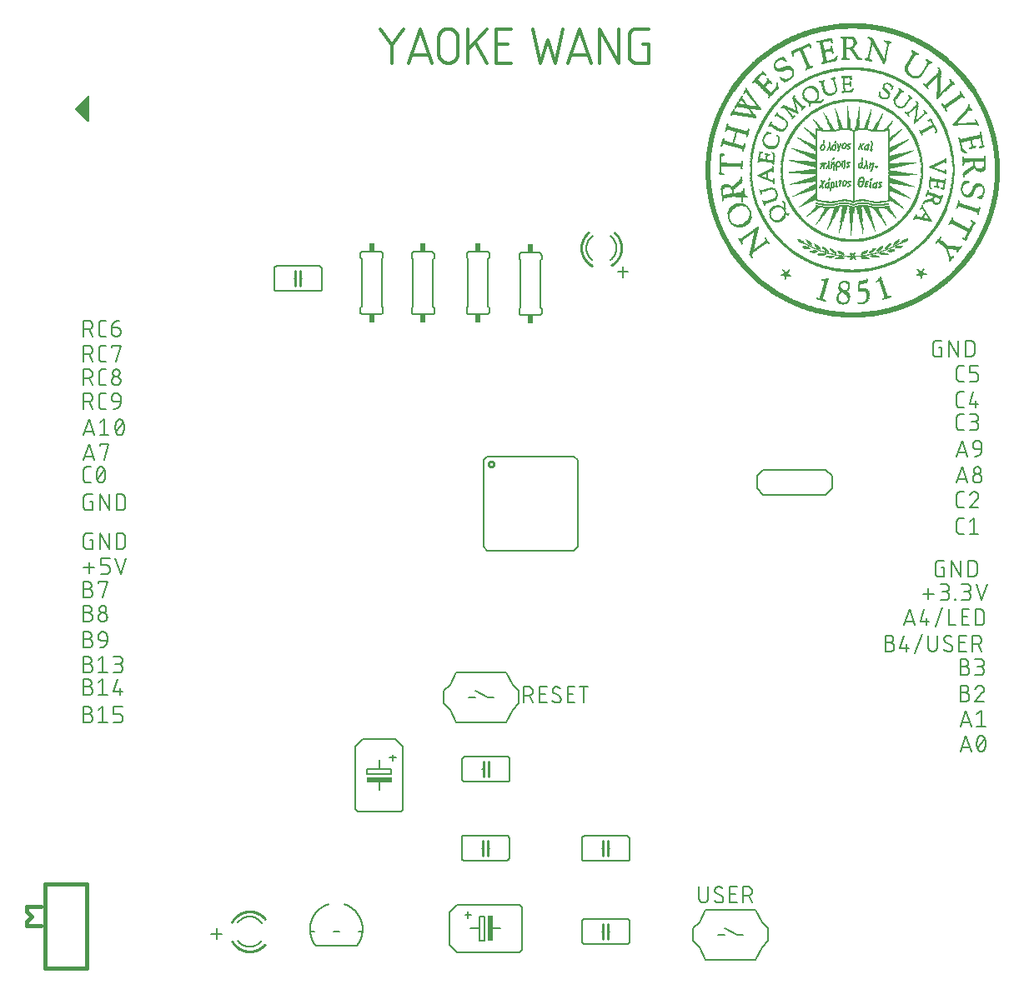
<source format=gbr>
G04 EAGLE Gerber RS-274X export*
G75*
%MOMM*%
%FSLAX34Y34*%
%LPD*%
%INSilkscreen Top*%
%IPPOS*%
%AMOC8*
5,1,8,0,0,1.08239X$1,22.5*%
G01*
%ADD10C,0.152400*%
%ADD11R,0.863600X0.025400*%
%ADD12R,1.930400X0.025400*%
%ADD13R,2.616200X0.025400*%
%ADD14R,3.149600X0.025400*%
%ADD15R,3.606800X0.025400*%
%ADD16R,4.013200X0.025400*%
%ADD17R,4.368800X0.025400*%
%ADD18R,4.699000X0.025400*%
%ADD19R,5.003800X0.025400*%
%ADD20R,5.308600X0.025400*%
%ADD21R,5.588000X0.025400*%
%ADD22R,5.842000X0.025400*%
%ADD23R,6.096000X0.025400*%
%ADD24R,6.350000X0.025400*%
%ADD25R,6.553200X0.025400*%
%ADD26R,6.807200X0.025400*%
%ADD27R,7.010400X0.025400*%
%ADD28R,7.213600X0.025400*%
%ADD29R,7.416800X0.025400*%
%ADD30R,3.657600X0.025400*%
%ADD31R,3.022600X0.025400*%
%ADD32R,2.768600X0.025400*%
%ADD33R,2.590800X0.025400*%
%ADD34R,2.438400X0.025400*%
%ADD35R,2.336800X0.025400*%
%ADD36R,2.235200X0.025400*%
%ADD37R,2.133600X0.025400*%
%ADD38R,2.159000X0.025400*%
%ADD39R,2.082800X0.025400*%
%ADD40R,2.057400X0.025400*%
%ADD41R,2.006600X0.025400*%
%ADD42R,2.032000X0.025400*%
%ADD43R,1.955800X0.025400*%
%ADD44R,1.905000X0.025400*%
%ADD45R,1.854200X0.025400*%
%ADD46R,1.828800X0.025400*%
%ADD47R,1.803400X0.025400*%
%ADD48R,1.752600X0.025400*%
%ADD49R,1.701800X0.025400*%
%ADD50R,1.727200X0.025400*%
%ADD51R,1.676400X0.025400*%
%ADD52R,1.651000X0.025400*%
%ADD53R,1.600200X0.025400*%
%ADD54R,1.574800X0.025400*%
%ADD55R,1.524000X0.025400*%
%ADD56R,1.473200X0.025400*%
%ADD57R,1.447800X0.025400*%
%ADD58R,1.422400X0.025400*%
%ADD59R,1.397000X0.025400*%
%ADD60R,1.371600X0.025400*%
%ADD61R,1.346200X0.025400*%
%ADD62R,1.320800X0.025400*%
%ADD63R,0.228600X0.025400*%
%ADD64R,1.295400X0.025400*%
%ADD65R,0.457200X0.025400*%
%ADD66R,0.152400X0.025400*%
%ADD67R,1.270000X0.025400*%
%ADD68R,0.584200X0.025400*%
%ADD69R,0.508000X0.025400*%
%ADD70R,1.244600X0.025400*%
%ADD71R,0.711200X0.025400*%
%ADD72R,0.635000X0.025400*%
%ADD73R,0.787400X0.025400*%
%ADD74R,0.736600X0.025400*%
%ADD75R,1.219200X0.025400*%
%ADD76R,0.355600X0.025400*%
%ADD77R,0.304800X0.025400*%
%ADD78R,0.533400X0.025400*%
%ADD79R,0.254000X0.025400*%
%ADD80R,0.050800X0.025400*%
%ADD81R,0.406400X0.025400*%
%ADD82R,1.193800X0.025400*%
%ADD83R,0.279400X0.025400*%
%ADD84R,0.330200X0.025400*%
%ADD85R,1.168400X0.025400*%
%ADD86R,0.101600X0.025400*%
%ADD87R,0.203200X0.025400*%
%ADD88R,1.143000X0.025400*%
%ADD89R,1.117600X0.025400*%
%ADD90R,1.092200X0.025400*%
%ADD91R,0.431800X0.025400*%
%ADD92R,0.482600X0.025400*%
%ADD93R,0.076200X0.025400*%
%ADD94R,0.177800X0.025400*%
%ADD95R,0.609600X0.025400*%
%ADD96R,0.660400X0.025400*%
%ADD97R,1.066800X0.025400*%
%ADD98R,1.041400X0.025400*%
%ADD99R,0.381000X0.025400*%
%ADD100R,1.016000X0.025400*%
%ADD101R,0.990600X0.025400*%
%ADD102R,0.685800X0.025400*%
%ADD103R,0.965200X0.025400*%
%ADD104R,0.939800X0.025400*%
%ADD105R,0.914400X0.025400*%
%ADD106R,0.558800X0.025400*%
%ADD107R,0.889000X0.025400*%
%ADD108R,0.762000X0.025400*%
%ADD109R,0.838200X0.025400*%
%ADD110R,0.812800X0.025400*%
%ADD111R,0.127000X0.025400*%
%ADD112R,0.025400X0.025400*%
%ADD113R,2.260600X0.025400*%
%ADD114R,2.717800X0.025400*%
%ADD115R,3.073400X0.025400*%
%ADD116R,3.378200X0.025400*%
%ADD117R,3.683000X0.025400*%
%ADD118R,3.962400X0.025400*%
%ADD119R,4.241800X0.025400*%
%ADD120R,1.625600X0.025400*%
%ADD121R,1.549400X0.025400*%
%ADD122R,2.311400X0.025400*%
%ADD123R,2.870200X0.025400*%
%ADD124R,3.124200X0.025400*%
%ADD125R,3.327400X0.025400*%
%ADD126R,3.530600X0.025400*%
%ADD127R,1.778000X0.025400*%
%ADD128R,1.879600X0.025400*%
%ADD129R,2.362200X0.025400*%
%ADD130R,1.981200X0.025400*%
%ADD131R,1.498600X0.025400*%
%ADD132R,2.921000X0.025400*%
%ADD133R,2.463800X0.025400*%
%ADD134R,2.108200X0.025400*%
%ADD135R,2.489200X0.025400*%
%ADD136R,2.819400X0.025400*%
%ADD137R,2.413000X0.025400*%
%ADD138R,2.209800X0.025400*%
%ADD139R,2.641600X0.025400*%
%ADD140R,2.565400X0.025400*%
%ADD141R,2.540000X0.025400*%
%ADD142R,3.581400X0.025400*%
%ADD143R,3.175000X0.025400*%
%ADD144R,2.667000X0.025400*%
%ADD145R,4.292600X0.025400*%
%ADD146R,4.038600X0.025400*%
%ADD147R,3.784600X0.025400*%
%ADD148R,3.479800X0.025400*%
%ADD149R,2.387600X0.025400*%
%ADD150R,2.692400X0.025400*%
%ADD151R,2.946400X0.025400*%
%ADD152R,7.467600X0.025400*%
%ADD153R,7.264400X0.025400*%
%ADD154R,7.061200X0.025400*%
%ADD155R,6.858000X0.025400*%
%ADD156R,6.654800X0.025400*%
%ADD157R,6.400800X0.025400*%
%ADD158R,6.172200X0.025400*%
%ADD159R,5.943600X0.025400*%
%ADD160R,5.664200X0.025400*%
%ADD161R,5.384800X0.025400*%
%ADD162R,5.105400X0.025400*%
%ADD163R,4.800600X0.025400*%
%ADD164R,4.470400X0.025400*%
%ADD165R,4.114800X0.025400*%
%ADD166R,3.759200X0.025400*%
%ADD167R,3.302000X0.025400*%
%ADD168R,2.794000X0.025400*%
%ADD169C,0.304800*%
%ADD170C,0.254000*%
%ADD171R,2.540000X0.508000*%
%ADD172R,0.508000X2.540000*%
%ADD173R,0.609600X0.863600*%
%ADD174C,0.203200*%
%ADD175C,0.406400*%
%ADD176C,0.127000*%

G36*
X-949410Y387701D02*
X-949410Y387701D01*
X-949358Y387702D01*
X-949290Y387727D01*
X-949220Y387742D01*
X-949176Y387769D01*
X-949127Y387787D01*
X-949071Y387832D01*
X-949009Y387868D01*
X-948975Y387908D01*
X-948935Y387940D01*
X-948896Y388001D01*
X-948849Y388055D01*
X-948830Y388103D01*
X-948802Y388147D01*
X-948784Y388217D01*
X-948757Y388283D01*
X-948749Y388355D01*
X-948741Y388386D01*
X-948743Y388409D01*
X-948739Y388450D01*
X-948739Y413850D01*
X-948750Y413921D01*
X-948752Y413992D01*
X-948770Y414041D01*
X-948779Y414093D01*
X-948812Y414156D01*
X-948837Y414223D01*
X-948869Y414264D01*
X-948894Y414310D01*
X-948945Y414359D01*
X-948990Y414415D01*
X-949034Y414444D01*
X-949072Y414480D01*
X-949137Y414510D01*
X-949197Y414548D01*
X-949248Y414561D01*
X-949295Y414583D01*
X-949366Y414591D01*
X-949436Y414609D01*
X-949488Y414604D01*
X-949539Y414610D01*
X-949610Y414595D01*
X-949681Y414589D01*
X-949729Y414569D01*
X-949780Y414558D01*
X-949841Y414521D01*
X-949907Y414493D01*
X-949963Y414448D01*
X-949991Y414432D01*
X-950006Y414414D01*
X-950038Y414388D01*
X-962738Y401688D01*
X-962750Y401672D01*
X-962765Y401660D01*
X-962822Y401572D01*
X-962882Y401489D01*
X-962888Y401470D01*
X-962898Y401453D01*
X-962924Y401352D01*
X-962954Y401253D01*
X-962954Y401234D01*
X-962959Y401214D01*
X-962951Y401111D01*
X-962948Y401008D01*
X-962941Y400989D01*
X-962939Y400969D01*
X-962899Y400874D01*
X-962863Y400777D01*
X-962851Y400761D01*
X-962843Y400743D01*
X-962738Y400612D01*
X-950038Y387912D01*
X-949980Y387870D01*
X-949928Y387821D01*
X-949881Y387799D01*
X-949839Y387768D01*
X-949770Y387747D01*
X-949705Y387717D01*
X-949653Y387711D01*
X-949603Y387696D01*
X-949532Y387698D01*
X-949461Y387690D01*
X-949410Y387701D01*
G37*
D10*
X-507238Y-202438D02*
X-507238Y-186182D01*
X-502722Y-186182D01*
X-502589Y-186184D01*
X-502457Y-186190D01*
X-502325Y-186200D01*
X-502193Y-186213D01*
X-502061Y-186231D01*
X-501931Y-186252D01*
X-501800Y-186277D01*
X-501671Y-186306D01*
X-501543Y-186339D01*
X-501415Y-186375D01*
X-501289Y-186415D01*
X-501164Y-186459D01*
X-501040Y-186507D01*
X-500918Y-186558D01*
X-500797Y-186613D01*
X-500678Y-186671D01*
X-500560Y-186733D01*
X-500445Y-186798D01*
X-500331Y-186867D01*
X-500220Y-186938D01*
X-500111Y-187014D01*
X-500004Y-187092D01*
X-499899Y-187173D01*
X-499797Y-187258D01*
X-499697Y-187345D01*
X-499600Y-187435D01*
X-499505Y-187528D01*
X-499414Y-187624D01*
X-499325Y-187722D01*
X-499239Y-187823D01*
X-499156Y-187927D01*
X-499076Y-188033D01*
X-499000Y-188141D01*
X-498926Y-188251D01*
X-498856Y-188364D01*
X-498789Y-188478D01*
X-498726Y-188595D01*
X-498666Y-188713D01*
X-498609Y-188833D01*
X-498556Y-188955D01*
X-498507Y-189078D01*
X-498461Y-189202D01*
X-498419Y-189328D01*
X-498381Y-189455D01*
X-498346Y-189583D01*
X-498315Y-189712D01*
X-498288Y-189841D01*
X-498265Y-189972D01*
X-498245Y-190103D01*
X-498230Y-190235D01*
X-498218Y-190367D01*
X-498210Y-190499D01*
X-498206Y-190632D01*
X-498206Y-190764D01*
X-498210Y-190897D01*
X-498218Y-191029D01*
X-498230Y-191161D01*
X-498245Y-191293D01*
X-498265Y-191424D01*
X-498288Y-191555D01*
X-498315Y-191684D01*
X-498346Y-191813D01*
X-498381Y-191941D01*
X-498419Y-192068D01*
X-498461Y-192194D01*
X-498507Y-192318D01*
X-498556Y-192441D01*
X-498609Y-192563D01*
X-498666Y-192683D01*
X-498726Y-192801D01*
X-498789Y-192918D01*
X-498856Y-193032D01*
X-498926Y-193145D01*
X-499000Y-193255D01*
X-499076Y-193363D01*
X-499156Y-193469D01*
X-499239Y-193573D01*
X-499325Y-193674D01*
X-499414Y-193772D01*
X-499505Y-193868D01*
X-499600Y-193961D01*
X-499697Y-194051D01*
X-499797Y-194138D01*
X-499899Y-194223D01*
X-500004Y-194304D01*
X-500111Y-194382D01*
X-500220Y-194458D01*
X-500331Y-194529D01*
X-500445Y-194598D01*
X-500560Y-194663D01*
X-500678Y-194725D01*
X-500797Y-194783D01*
X-500918Y-194838D01*
X-501040Y-194889D01*
X-501164Y-194937D01*
X-501289Y-194981D01*
X-501415Y-195021D01*
X-501543Y-195057D01*
X-501671Y-195090D01*
X-501800Y-195119D01*
X-501931Y-195144D01*
X-502061Y-195165D01*
X-502193Y-195183D01*
X-502325Y-195196D01*
X-502457Y-195206D01*
X-502589Y-195212D01*
X-502722Y-195214D01*
X-502722Y-195213D02*
X-507238Y-195213D01*
X-501819Y-195213D02*
X-498207Y-202438D01*
X-491148Y-202438D02*
X-483923Y-202438D01*
X-491148Y-202438D02*
X-491148Y-186182D01*
X-483923Y-186182D01*
X-485729Y-193407D02*
X-491148Y-193407D01*
X-473254Y-202438D02*
X-473136Y-202436D01*
X-473018Y-202430D01*
X-472900Y-202421D01*
X-472783Y-202407D01*
X-472666Y-202390D01*
X-472549Y-202369D01*
X-472434Y-202344D01*
X-472319Y-202315D01*
X-472205Y-202282D01*
X-472093Y-202246D01*
X-471982Y-202206D01*
X-471872Y-202163D01*
X-471763Y-202116D01*
X-471656Y-202066D01*
X-471551Y-202011D01*
X-471448Y-201954D01*
X-471347Y-201893D01*
X-471247Y-201829D01*
X-471150Y-201762D01*
X-471055Y-201692D01*
X-470963Y-201618D01*
X-470872Y-201542D01*
X-470785Y-201462D01*
X-470700Y-201380D01*
X-470618Y-201295D01*
X-470538Y-201208D01*
X-470462Y-201117D01*
X-470388Y-201025D01*
X-470318Y-200930D01*
X-470251Y-200833D01*
X-470187Y-200733D01*
X-470126Y-200632D01*
X-470069Y-200529D01*
X-470014Y-200424D01*
X-469964Y-200317D01*
X-469917Y-200208D01*
X-469874Y-200098D01*
X-469834Y-199987D01*
X-469798Y-199875D01*
X-469765Y-199761D01*
X-469736Y-199646D01*
X-469711Y-199531D01*
X-469690Y-199414D01*
X-469673Y-199297D01*
X-469659Y-199180D01*
X-469650Y-199062D01*
X-469644Y-198944D01*
X-469642Y-198826D01*
X-473254Y-202438D02*
X-473437Y-202436D01*
X-473619Y-202429D01*
X-473801Y-202418D01*
X-473983Y-202403D01*
X-474165Y-202383D01*
X-474346Y-202359D01*
X-474526Y-202331D01*
X-474706Y-202299D01*
X-474885Y-202262D01*
X-475062Y-202221D01*
X-475239Y-202175D01*
X-475415Y-202126D01*
X-475590Y-202072D01*
X-475763Y-202014D01*
X-475934Y-201952D01*
X-476105Y-201886D01*
X-476273Y-201815D01*
X-476440Y-201741D01*
X-476605Y-201663D01*
X-476768Y-201581D01*
X-476929Y-201495D01*
X-477088Y-201405D01*
X-477245Y-201311D01*
X-477399Y-201214D01*
X-477551Y-201113D01*
X-477701Y-201008D01*
X-477848Y-200900D01*
X-477992Y-200789D01*
X-478134Y-200674D01*
X-478273Y-200555D01*
X-478409Y-200433D01*
X-478542Y-200308D01*
X-478672Y-200180D01*
X-478221Y-189794D02*
X-478219Y-189676D01*
X-478213Y-189558D01*
X-478204Y-189440D01*
X-478190Y-189322D01*
X-478173Y-189205D01*
X-478152Y-189089D01*
X-478127Y-188974D01*
X-478098Y-188859D01*
X-478065Y-188745D01*
X-478029Y-188633D01*
X-477989Y-188521D01*
X-477946Y-188411D01*
X-477899Y-188303D01*
X-477848Y-188196D01*
X-477794Y-188091D01*
X-477737Y-187988D01*
X-477676Y-187886D01*
X-477612Y-187787D01*
X-477545Y-187690D01*
X-477474Y-187595D01*
X-477401Y-187502D01*
X-477324Y-187412D01*
X-477245Y-187324D01*
X-477163Y-187239D01*
X-477078Y-187157D01*
X-476990Y-187078D01*
X-476900Y-187001D01*
X-476807Y-186928D01*
X-476713Y-186857D01*
X-476615Y-186790D01*
X-476516Y-186726D01*
X-476415Y-186665D01*
X-476311Y-186608D01*
X-476206Y-186554D01*
X-476099Y-186503D01*
X-475991Y-186456D01*
X-475881Y-186413D01*
X-475769Y-186373D01*
X-475657Y-186337D01*
X-475543Y-186304D01*
X-475428Y-186275D01*
X-475313Y-186250D01*
X-475197Y-186229D01*
X-475080Y-186212D01*
X-474962Y-186198D01*
X-474844Y-186189D01*
X-474726Y-186183D01*
X-474608Y-186181D01*
X-474608Y-186182D02*
X-474447Y-186184D01*
X-474285Y-186190D01*
X-474124Y-186199D01*
X-473963Y-186213D01*
X-473803Y-186230D01*
X-473643Y-186251D01*
X-473483Y-186276D01*
X-473324Y-186305D01*
X-473166Y-186337D01*
X-473009Y-186373D01*
X-472853Y-186413D01*
X-472697Y-186457D01*
X-472543Y-186505D01*
X-472390Y-186556D01*
X-472238Y-186610D01*
X-472087Y-186669D01*
X-471938Y-186730D01*
X-471791Y-186796D01*
X-471645Y-186865D01*
X-471500Y-186937D01*
X-471358Y-187013D01*
X-471217Y-187092D01*
X-471078Y-187174D01*
X-470942Y-187260D01*
X-470807Y-187349D01*
X-470674Y-187441D01*
X-470544Y-187537D01*
X-476415Y-192955D02*
X-476516Y-192893D01*
X-476616Y-192828D01*
X-476713Y-192759D01*
X-476808Y-192687D01*
X-476901Y-192613D01*
X-476991Y-192535D01*
X-477079Y-192454D01*
X-477164Y-192371D01*
X-477246Y-192285D01*
X-477325Y-192196D01*
X-477402Y-192105D01*
X-477475Y-192011D01*
X-477546Y-191915D01*
X-477613Y-191817D01*
X-477677Y-191717D01*
X-477738Y-191614D01*
X-477795Y-191510D01*
X-477849Y-191404D01*
X-477899Y-191296D01*
X-477946Y-191187D01*
X-477990Y-191076D01*
X-478030Y-190964D01*
X-478066Y-190850D01*
X-478098Y-190736D01*
X-478127Y-190620D01*
X-478152Y-190504D01*
X-478173Y-190387D01*
X-478190Y-190269D01*
X-478204Y-190151D01*
X-478213Y-190032D01*
X-478219Y-189913D01*
X-478221Y-189794D01*
X-471447Y-195665D02*
X-471346Y-195727D01*
X-471246Y-195792D01*
X-471149Y-195861D01*
X-471054Y-195933D01*
X-470961Y-196007D01*
X-470871Y-196085D01*
X-470783Y-196166D01*
X-470698Y-196249D01*
X-470616Y-196335D01*
X-470537Y-196424D01*
X-470460Y-196515D01*
X-470387Y-196609D01*
X-470316Y-196705D01*
X-470249Y-196803D01*
X-470185Y-196903D01*
X-470124Y-197006D01*
X-470067Y-197110D01*
X-470013Y-197216D01*
X-469963Y-197324D01*
X-469916Y-197433D01*
X-469872Y-197544D01*
X-469832Y-197656D01*
X-469796Y-197770D01*
X-469764Y-197884D01*
X-469735Y-198000D01*
X-469710Y-198116D01*
X-469689Y-198233D01*
X-469672Y-198351D01*
X-469658Y-198469D01*
X-469649Y-198588D01*
X-469643Y-198707D01*
X-469641Y-198826D01*
X-471447Y-195665D02*
X-476415Y-192955D01*
X-463011Y-202438D02*
X-455786Y-202438D01*
X-463011Y-202438D02*
X-463011Y-186182D01*
X-455786Y-186182D01*
X-457593Y-193407D02*
X-463011Y-193407D01*
X-446542Y-186182D02*
X-446542Y-202438D01*
X-451057Y-186182D02*
X-442026Y-186182D01*
X-813901Y-437416D02*
X-824738Y-437416D01*
X-819319Y-431998D02*
X-819319Y-442835D01*
X-329438Y-401122D02*
X-329438Y-389382D01*
X-329438Y-401122D02*
X-329436Y-401255D01*
X-329430Y-401387D01*
X-329420Y-401519D01*
X-329407Y-401651D01*
X-329389Y-401783D01*
X-329368Y-401913D01*
X-329343Y-402044D01*
X-329314Y-402173D01*
X-329281Y-402301D01*
X-329245Y-402429D01*
X-329205Y-402555D01*
X-329161Y-402680D01*
X-329113Y-402804D01*
X-329062Y-402926D01*
X-329007Y-403047D01*
X-328949Y-403166D01*
X-328887Y-403284D01*
X-328822Y-403399D01*
X-328753Y-403513D01*
X-328682Y-403624D01*
X-328606Y-403733D01*
X-328528Y-403840D01*
X-328447Y-403945D01*
X-328362Y-404047D01*
X-328275Y-404147D01*
X-328185Y-404244D01*
X-328092Y-404339D01*
X-327996Y-404430D01*
X-327898Y-404519D01*
X-327797Y-404605D01*
X-327693Y-404688D01*
X-327587Y-404768D01*
X-327479Y-404844D01*
X-327369Y-404918D01*
X-327256Y-404988D01*
X-327142Y-405055D01*
X-327025Y-405118D01*
X-326907Y-405178D01*
X-326787Y-405235D01*
X-326665Y-405288D01*
X-326542Y-405337D01*
X-326418Y-405383D01*
X-326292Y-405425D01*
X-326165Y-405463D01*
X-326037Y-405498D01*
X-325908Y-405529D01*
X-325779Y-405556D01*
X-325648Y-405579D01*
X-325517Y-405599D01*
X-325385Y-405614D01*
X-325253Y-405626D01*
X-325121Y-405634D01*
X-324988Y-405638D01*
X-324856Y-405638D01*
X-324723Y-405634D01*
X-324591Y-405626D01*
X-324459Y-405614D01*
X-324327Y-405599D01*
X-324196Y-405579D01*
X-324065Y-405556D01*
X-323936Y-405529D01*
X-323807Y-405498D01*
X-323679Y-405463D01*
X-323552Y-405425D01*
X-323426Y-405383D01*
X-323302Y-405337D01*
X-323179Y-405288D01*
X-323057Y-405235D01*
X-322937Y-405178D01*
X-322819Y-405118D01*
X-322702Y-405055D01*
X-322588Y-404988D01*
X-322475Y-404918D01*
X-322365Y-404844D01*
X-322257Y-404768D01*
X-322151Y-404688D01*
X-322047Y-404605D01*
X-321946Y-404519D01*
X-321848Y-404430D01*
X-321752Y-404339D01*
X-321659Y-404244D01*
X-321569Y-404147D01*
X-321482Y-404047D01*
X-321397Y-403945D01*
X-321316Y-403840D01*
X-321238Y-403733D01*
X-321162Y-403624D01*
X-321091Y-403513D01*
X-321022Y-403399D01*
X-320957Y-403284D01*
X-320895Y-403166D01*
X-320837Y-403047D01*
X-320782Y-402926D01*
X-320731Y-402804D01*
X-320683Y-402680D01*
X-320639Y-402555D01*
X-320599Y-402429D01*
X-320563Y-402301D01*
X-320530Y-402173D01*
X-320501Y-402044D01*
X-320476Y-401913D01*
X-320455Y-401783D01*
X-320437Y-401651D01*
X-320424Y-401519D01*
X-320414Y-401387D01*
X-320408Y-401255D01*
X-320406Y-401122D01*
X-320407Y-401122D02*
X-320407Y-389382D01*
X-304776Y-402026D02*
X-304778Y-402144D01*
X-304784Y-402262D01*
X-304793Y-402380D01*
X-304807Y-402497D01*
X-304824Y-402614D01*
X-304845Y-402731D01*
X-304870Y-402846D01*
X-304899Y-402961D01*
X-304932Y-403075D01*
X-304968Y-403187D01*
X-305008Y-403298D01*
X-305051Y-403408D01*
X-305098Y-403517D01*
X-305148Y-403624D01*
X-305203Y-403729D01*
X-305260Y-403832D01*
X-305321Y-403933D01*
X-305385Y-404033D01*
X-305452Y-404130D01*
X-305522Y-404225D01*
X-305596Y-404317D01*
X-305672Y-404408D01*
X-305752Y-404495D01*
X-305834Y-404580D01*
X-305919Y-404662D01*
X-306006Y-404742D01*
X-306097Y-404818D01*
X-306189Y-404892D01*
X-306284Y-404962D01*
X-306381Y-405029D01*
X-306481Y-405093D01*
X-306582Y-405154D01*
X-306685Y-405211D01*
X-306790Y-405266D01*
X-306897Y-405316D01*
X-307006Y-405363D01*
X-307116Y-405406D01*
X-307227Y-405446D01*
X-307339Y-405482D01*
X-307453Y-405515D01*
X-307568Y-405544D01*
X-307683Y-405569D01*
X-307800Y-405590D01*
X-307917Y-405607D01*
X-308034Y-405621D01*
X-308152Y-405630D01*
X-308270Y-405636D01*
X-308388Y-405638D01*
X-308571Y-405636D01*
X-308753Y-405629D01*
X-308935Y-405618D01*
X-309117Y-405603D01*
X-309299Y-405583D01*
X-309480Y-405559D01*
X-309660Y-405531D01*
X-309840Y-405499D01*
X-310019Y-405462D01*
X-310196Y-405421D01*
X-310373Y-405375D01*
X-310549Y-405326D01*
X-310724Y-405272D01*
X-310897Y-405214D01*
X-311068Y-405152D01*
X-311239Y-405086D01*
X-311407Y-405015D01*
X-311574Y-404941D01*
X-311739Y-404863D01*
X-311902Y-404781D01*
X-312063Y-404695D01*
X-312222Y-404605D01*
X-312379Y-404511D01*
X-312533Y-404414D01*
X-312685Y-404313D01*
X-312835Y-404208D01*
X-312982Y-404100D01*
X-313126Y-403989D01*
X-313268Y-403874D01*
X-313407Y-403755D01*
X-313543Y-403633D01*
X-313676Y-403508D01*
X-313806Y-403380D01*
X-313356Y-392994D02*
X-313354Y-392876D01*
X-313348Y-392758D01*
X-313339Y-392640D01*
X-313325Y-392522D01*
X-313308Y-392405D01*
X-313287Y-392289D01*
X-313262Y-392174D01*
X-313233Y-392059D01*
X-313200Y-391945D01*
X-313164Y-391833D01*
X-313124Y-391721D01*
X-313081Y-391611D01*
X-313034Y-391503D01*
X-312983Y-391396D01*
X-312929Y-391291D01*
X-312872Y-391188D01*
X-312811Y-391086D01*
X-312747Y-390987D01*
X-312680Y-390890D01*
X-312609Y-390795D01*
X-312536Y-390702D01*
X-312459Y-390612D01*
X-312380Y-390524D01*
X-312298Y-390439D01*
X-312213Y-390357D01*
X-312125Y-390278D01*
X-312035Y-390201D01*
X-311942Y-390128D01*
X-311848Y-390057D01*
X-311750Y-389990D01*
X-311651Y-389926D01*
X-311550Y-389865D01*
X-311446Y-389808D01*
X-311341Y-389754D01*
X-311234Y-389703D01*
X-311126Y-389656D01*
X-311016Y-389613D01*
X-310904Y-389573D01*
X-310792Y-389537D01*
X-310678Y-389504D01*
X-310563Y-389475D01*
X-310448Y-389450D01*
X-310332Y-389429D01*
X-310215Y-389412D01*
X-310097Y-389398D01*
X-309979Y-389389D01*
X-309861Y-389383D01*
X-309743Y-389381D01*
X-309743Y-389382D02*
X-309582Y-389384D01*
X-309420Y-389390D01*
X-309259Y-389399D01*
X-309098Y-389413D01*
X-308938Y-389430D01*
X-308778Y-389451D01*
X-308618Y-389476D01*
X-308459Y-389505D01*
X-308301Y-389537D01*
X-308144Y-389573D01*
X-307988Y-389613D01*
X-307832Y-389657D01*
X-307678Y-389705D01*
X-307525Y-389756D01*
X-307373Y-389810D01*
X-307222Y-389869D01*
X-307073Y-389930D01*
X-306926Y-389996D01*
X-306780Y-390065D01*
X-306635Y-390137D01*
X-306493Y-390213D01*
X-306352Y-390292D01*
X-306213Y-390374D01*
X-306077Y-390460D01*
X-305942Y-390549D01*
X-305809Y-390641D01*
X-305679Y-390737D01*
X-311549Y-396155D02*
X-311650Y-396093D01*
X-311750Y-396028D01*
X-311847Y-395959D01*
X-311942Y-395887D01*
X-312035Y-395813D01*
X-312125Y-395735D01*
X-312213Y-395654D01*
X-312298Y-395571D01*
X-312380Y-395485D01*
X-312459Y-395396D01*
X-312536Y-395305D01*
X-312609Y-395211D01*
X-312680Y-395115D01*
X-312747Y-395017D01*
X-312811Y-394917D01*
X-312872Y-394814D01*
X-312929Y-394710D01*
X-312983Y-394604D01*
X-313033Y-394496D01*
X-313080Y-394387D01*
X-313124Y-394276D01*
X-313164Y-394164D01*
X-313200Y-394050D01*
X-313232Y-393936D01*
X-313261Y-393820D01*
X-313286Y-393704D01*
X-313307Y-393587D01*
X-313324Y-393469D01*
X-313338Y-393351D01*
X-313347Y-393232D01*
X-313353Y-393113D01*
X-313355Y-392994D01*
X-306582Y-398865D02*
X-306481Y-398927D01*
X-306381Y-398992D01*
X-306284Y-399061D01*
X-306189Y-399133D01*
X-306096Y-399207D01*
X-306006Y-399285D01*
X-305918Y-399366D01*
X-305833Y-399449D01*
X-305751Y-399535D01*
X-305672Y-399624D01*
X-305595Y-399715D01*
X-305522Y-399809D01*
X-305451Y-399905D01*
X-305384Y-400003D01*
X-305320Y-400103D01*
X-305259Y-400206D01*
X-305202Y-400310D01*
X-305148Y-400416D01*
X-305098Y-400524D01*
X-305051Y-400633D01*
X-305007Y-400744D01*
X-304967Y-400856D01*
X-304931Y-400970D01*
X-304899Y-401084D01*
X-304870Y-401200D01*
X-304845Y-401316D01*
X-304824Y-401433D01*
X-304807Y-401551D01*
X-304793Y-401669D01*
X-304784Y-401788D01*
X-304778Y-401907D01*
X-304776Y-402026D01*
X-306582Y-398865D02*
X-311549Y-396155D01*
X-298146Y-405638D02*
X-290921Y-405638D01*
X-298146Y-405638D02*
X-298146Y-389382D01*
X-290921Y-389382D01*
X-292727Y-396607D02*
X-298146Y-396607D01*
X-284537Y-389382D02*
X-284537Y-405638D01*
X-284537Y-389382D02*
X-280021Y-389382D01*
X-279888Y-389384D01*
X-279756Y-389390D01*
X-279624Y-389400D01*
X-279492Y-389413D01*
X-279360Y-389431D01*
X-279230Y-389452D01*
X-279099Y-389477D01*
X-278970Y-389506D01*
X-278842Y-389539D01*
X-278714Y-389575D01*
X-278588Y-389615D01*
X-278463Y-389659D01*
X-278339Y-389707D01*
X-278217Y-389758D01*
X-278096Y-389813D01*
X-277977Y-389871D01*
X-277859Y-389933D01*
X-277744Y-389998D01*
X-277630Y-390067D01*
X-277519Y-390138D01*
X-277410Y-390214D01*
X-277303Y-390292D01*
X-277198Y-390373D01*
X-277096Y-390458D01*
X-276996Y-390545D01*
X-276899Y-390635D01*
X-276804Y-390728D01*
X-276713Y-390824D01*
X-276624Y-390922D01*
X-276538Y-391023D01*
X-276455Y-391127D01*
X-276375Y-391233D01*
X-276299Y-391341D01*
X-276225Y-391451D01*
X-276155Y-391564D01*
X-276088Y-391678D01*
X-276025Y-391795D01*
X-275965Y-391913D01*
X-275908Y-392033D01*
X-275855Y-392155D01*
X-275806Y-392278D01*
X-275760Y-392402D01*
X-275718Y-392528D01*
X-275680Y-392655D01*
X-275645Y-392783D01*
X-275614Y-392912D01*
X-275587Y-393041D01*
X-275564Y-393172D01*
X-275544Y-393303D01*
X-275529Y-393435D01*
X-275517Y-393567D01*
X-275509Y-393699D01*
X-275505Y-393832D01*
X-275505Y-393964D01*
X-275509Y-394097D01*
X-275517Y-394229D01*
X-275529Y-394361D01*
X-275544Y-394493D01*
X-275564Y-394624D01*
X-275587Y-394755D01*
X-275614Y-394884D01*
X-275645Y-395013D01*
X-275680Y-395141D01*
X-275718Y-395268D01*
X-275760Y-395394D01*
X-275806Y-395518D01*
X-275855Y-395641D01*
X-275908Y-395763D01*
X-275965Y-395883D01*
X-276025Y-396001D01*
X-276088Y-396118D01*
X-276155Y-396232D01*
X-276225Y-396345D01*
X-276299Y-396455D01*
X-276375Y-396563D01*
X-276455Y-396669D01*
X-276538Y-396773D01*
X-276624Y-396874D01*
X-276713Y-396972D01*
X-276804Y-397068D01*
X-276899Y-397161D01*
X-276996Y-397251D01*
X-277096Y-397338D01*
X-277198Y-397423D01*
X-277303Y-397504D01*
X-277410Y-397582D01*
X-277519Y-397658D01*
X-277630Y-397729D01*
X-277744Y-397798D01*
X-277859Y-397863D01*
X-277977Y-397925D01*
X-278096Y-397983D01*
X-278217Y-398038D01*
X-278339Y-398089D01*
X-278463Y-398137D01*
X-278588Y-398181D01*
X-278714Y-398221D01*
X-278842Y-398257D01*
X-278970Y-398290D01*
X-279099Y-398319D01*
X-279230Y-398344D01*
X-279360Y-398365D01*
X-279492Y-398383D01*
X-279624Y-398396D01*
X-279756Y-398406D01*
X-279888Y-398412D01*
X-280021Y-398414D01*
X-280021Y-398413D02*
X-284537Y-398413D01*
X-279118Y-398413D02*
X-275506Y-405638D01*
X-280501Y311884D02*
X-291338Y311884D01*
X-285919Y317302D02*
X-285919Y306465D01*
X-64206Y123952D02*
X-60593Y123952D01*
X-64206Y123952D02*
X-64324Y123954D01*
X-64442Y123960D01*
X-64560Y123969D01*
X-64677Y123983D01*
X-64794Y124000D01*
X-64911Y124021D01*
X-65026Y124046D01*
X-65141Y124075D01*
X-65255Y124108D01*
X-65367Y124144D01*
X-65478Y124184D01*
X-65588Y124227D01*
X-65697Y124274D01*
X-65804Y124324D01*
X-65909Y124379D01*
X-66012Y124436D01*
X-66113Y124497D01*
X-66213Y124561D01*
X-66310Y124628D01*
X-66405Y124698D01*
X-66497Y124772D01*
X-66588Y124848D01*
X-66675Y124928D01*
X-66760Y125010D01*
X-66842Y125095D01*
X-66922Y125182D01*
X-66998Y125273D01*
X-67072Y125365D01*
X-67142Y125460D01*
X-67209Y125557D01*
X-67273Y125657D01*
X-67334Y125758D01*
X-67391Y125861D01*
X-67446Y125966D01*
X-67496Y126073D01*
X-67543Y126182D01*
X-67586Y126292D01*
X-67626Y126403D01*
X-67662Y126515D01*
X-67695Y126629D01*
X-67724Y126744D01*
X-67749Y126859D01*
X-67770Y126976D01*
X-67787Y127093D01*
X-67801Y127210D01*
X-67810Y127328D01*
X-67816Y127446D01*
X-67818Y127564D01*
X-67818Y136596D01*
X-67816Y136714D01*
X-67810Y136832D01*
X-67801Y136950D01*
X-67787Y137067D01*
X-67770Y137184D01*
X-67749Y137301D01*
X-67724Y137416D01*
X-67695Y137531D01*
X-67662Y137645D01*
X-67626Y137757D01*
X-67586Y137868D01*
X-67543Y137978D01*
X-67496Y138087D01*
X-67446Y138194D01*
X-67391Y138299D01*
X-67334Y138402D01*
X-67273Y138503D01*
X-67209Y138603D01*
X-67142Y138700D01*
X-67072Y138795D01*
X-66998Y138887D01*
X-66922Y138978D01*
X-66842Y139065D01*
X-66760Y139150D01*
X-66675Y139232D01*
X-66588Y139312D01*
X-66497Y139388D01*
X-66405Y139462D01*
X-66310Y139532D01*
X-66213Y139599D01*
X-66113Y139663D01*
X-66012Y139724D01*
X-65909Y139781D01*
X-65804Y139836D01*
X-65697Y139886D01*
X-65588Y139933D01*
X-65478Y139976D01*
X-65367Y140016D01*
X-65255Y140052D01*
X-65141Y140085D01*
X-65026Y140114D01*
X-64911Y140139D01*
X-64794Y140160D01*
X-64677Y140177D01*
X-64560Y140191D01*
X-64442Y140200D01*
X-64324Y140206D01*
X-64206Y140208D01*
X-60593Y140208D01*
X-54753Y123952D02*
X-49334Y123952D01*
X-49216Y123954D01*
X-49098Y123960D01*
X-48980Y123969D01*
X-48863Y123983D01*
X-48746Y124000D01*
X-48629Y124021D01*
X-48514Y124046D01*
X-48399Y124075D01*
X-48285Y124108D01*
X-48173Y124144D01*
X-48062Y124184D01*
X-47952Y124227D01*
X-47843Y124274D01*
X-47736Y124324D01*
X-47631Y124379D01*
X-47528Y124436D01*
X-47427Y124497D01*
X-47327Y124561D01*
X-47230Y124628D01*
X-47135Y124698D01*
X-47043Y124772D01*
X-46952Y124848D01*
X-46865Y124928D01*
X-46780Y125010D01*
X-46698Y125095D01*
X-46618Y125182D01*
X-46542Y125273D01*
X-46468Y125365D01*
X-46398Y125460D01*
X-46331Y125557D01*
X-46267Y125657D01*
X-46206Y125758D01*
X-46149Y125861D01*
X-46094Y125966D01*
X-46044Y126073D01*
X-45997Y126182D01*
X-45954Y126292D01*
X-45914Y126403D01*
X-45878Y126515D01*
X-45845Y126629D01*
X-45816Y126744D01*
X-45791Y126859D01*
X-45770Y126976D01*
X-45753Y127093D01*
X-45739Y127210D01*
X-45730Y127328D01*
X-45724Y127446D01*
X-45722Y127564D01*
X-45721Y127564D02*
X-45721Y129371D01*
X-45722Y129371D02*
X-45724Y129489D01*
X-45730Y129607D01*
X-45739Y129725D01*
X-45753Y129842D01*
X-45770Y129959D01*
X-45791Y130076D01*
X-45816Y130191D01*
X-45845Y130306D01*
X-45878Y130420D01*
X-45914Y130532D01*
X-45954Y130643D01*
X-45997Y130753D01*
X-46044Y130862D01*
X-46094Y130969D01*
X-46149Y131074D01*
X-46206Y131177D01*
X-46267Y131278D01*
X-46331Y131378D01*
X-46398Y131475D01*
X-46468Y131570D01*
X-46542Y131662D01*
X-46618Y131753D01*
X-46698Y131840D01*
X-46780Y131925D01*
X-46865Y132007D01*
X-46952Y132087D01*
X-47043Y132163D01*
X-47135Y132237D01*
X-47230Y132307D01*
X-47327Y132374D01*
X-47427Y132438D01*
X-47528Y132499D01*
X-47631Y132556D01*
X-47736Y132611D01*
X-47843Y132661D01*
X-47952Y132708D01*
X-48062Y132751D01*
X-48173Y132791D01*
X-48285Y132827D01*
X-48399Y132860D01*
X-48514Y132889D01*
X-48629Y132914D01*
X-48746Y132935D01*
X-48863Y132952D01*
X-48980Y132966D01*
X-49098Y132975D01*
X-49216Y132981D01*
X-49334Y132983D01*
X-54753Y132983D01*
X-54753Y140208D01*
X-45721Y140208D01*
X-60593Y97282D02*
X-64206Y97282D01*
X-64324Y97284D01*
X-64442Y97290D01*
X-64560Y97299D01*
X-64677Y97313D01*
X-64794Y97330D01*
X-64911Y97351D01*
X-65026Y97376D01*
X-65141Y97405D01*
X-65255Y97438D01*
X-65367Y97474D01*
X-65478Y97514D01*
X-65588Y97557D01*
X-65697Y97604D01*
X-65804Y97654D01*
X-65909Y97709D01*
X-66012Y97766D01*
X-66113Y97827D01*
X-66213Y97891D01*
X-66310Y97958D01*
X-66405Y98028D01*
X-66497Y98102D01*
X-66588Y98178D01*
X-66675Y98258D01*
X-66760Y98340D01*
X-66842Y98425D01*
X-66922Y98512D01*
X-66998Y98603D01*
X-67072Y98695D01*
X-67142Y98790D01*
X-67209Y98887D01*
X-67273Y98987D01*
X-67334Y99088D01*
X-67391Y99191D01*
X-67446Y99296D01*
X-67496Y99403D01*
X-67543Y99512D01*
X-67586Y99622D01*
X-67626Y99733D01*
X-67662Y99845D01*
X-67695Y99959D01*
X-67724Y100074D01*
X-67749Y100189D01*
X-67770Y100306D01*
X-67787Y100423D01*
X-67801Y100540D01*
X-67810Y100658D01*
X-67816Y100776D01*
X-67818Y100894D01*
X-67818Y109926D01*
X-67816Y110044D01*
X-67810Y110162D01*
X-67801Y110280D01*
X-67787Y110397D01*
X-67770Y110514D01*
X-67749Y110631D01*
X-67724Y110746D01*
X-67695Y110861D01*
X-67662Y110975D01*
X-67626Y111087D01*
X-67586Y111198D01*
X-67543Y111308D01*
X-67496Y111417D01*
X-67446Y111524D01*
X-67391Y111629D01*
X-67334Y111732D01*
X-67273Y111833D01*
X-67209Y111933D01*
X-67142Y112030D01*
X-67072Y112125D01*
X-66998Y112217D01*
X-66922Y112308D01*
X-66842Y112395D01*
X-66760Y112480D01*
X-66675Y112562D01*
X-66588Y112642D01*
X-66497Y112718D01*
X-66405Y112792D01*
X-66310Y112862D01*
X-66213Y112929D01*
X-66113Y112993D01*
X-66012Y113054D01*
X-65909Y113111D01*
X-65804Y113166D01*
X-65697Y113216D01*
X-65588Y113263D01*
X-65478Y113306D01*
X-65367Y113346D01*
X-65255Y113382D01*
X-65141Y113415D01*
X-65026Y113444D01*
X-64911Y113469D01*
X-64794Y113490D01*
X-64677Y113507D01*
X-64560Y113521D01*
X-64442Y113530D01*
X-64324Y113536D01*
X-64206Y113538D01*
X-60593Y113538D01*
X-51140Y113538D02*
X-54753Y100894D01*
X-45721Y100894D01*
X-48431Y97282D02*
X-48431Y104507D01*
X-60593Y74422D02*
X-64206Y74422D01*
X-64324Y74424D01*
X-64442Y74430D01*
X-64560Y74439D01*
X-64677Y74453D01*
X-64794Y74470D01*
X-64911Y74491D01*
X-65026Y74516D01*
X-65141Y74545D01*
X-65255Y74578D01*
X-65367Y74614D01*
X-65478Y74654D01*
X-65588Y74697D01*
X-65697Y74744D01*
X-65804Y74794D01*
X-65909Y74849D01*
X-66012Y74906D01*
X-66113Y74967D01*
X-66213Y75031D01*
X-66310Y75098D01*
X-66405Y75168D01*
X-66497Y75242D01*
X-66588Y75318D01*
X-66675Y75398D01*
X-66760Y75480D01*
X-66842Y75565D01*
X-66922Y75652D01*
X-66998Y75743D01*
X-67072Y75835D01*
X-67142Y75930D01*
X-67209Y76027D01*
X-67273Y76127D01*
X-67334Y76228D01*
X-67391Y76331D01*
X-67446Y76436D01*
X-67496Y76543D01*
X-67543Y76652D01*
X-67586Y76762D01*
X-67626Y76873D01*
X-67662Y76985D01*
X-67695Y77099D01*
X-67724Y77214D01*
X-67749Y77329D01*
X-67770Y77446D01*
X-67787Y77563D01*
X-67801Y77680D01*
X-67810Y77798D01*
X-67816Y77916D01*
X-67818Y78034D01*
X-67818Y87066D01*
X-67816Y87184D01*
X-67810Y87302D01*
X-67801Y87420D01*
X-67787Y87537D01*
X-67770Y87654D01*
X-67749Y87771D01*
X-67724Y87886D01*
X-67695Y88001D01*
X-67662Y88115D01*
X-67626Y88227D01*
X-67586Y88338D01*
X-67543Y88448D01*
X-67496Y88557D01*
X-67446Y88664D01*
X-67391Y88769D01*
X-67334Y88872D01*
X-67273Y88973D01*
X-67209Y89073D01*
X-67142Y89170D01*
X-67072Y89265D01*
X-66998Y89357D01*
X-66922Y89448D01*
X-66842Y89535D01*
X-66760Y89620D01*
X-66675Y89702D01*
X-66588Y89782D01*
X-66497Y89858D01*
X-66405Y89932D01*
X-66310Y90002D01*
X-66213Y90069D01*
X-66113Y90133D01*
X-66012Y90194D01*
X-65909Y90251D01*
X-65804Y90306D01*
X-65697Y90356D01*
X-65588Y90403D01*
X-65478Y90446D01*
X-65367Y90486D01*
X-65255Y90522D01*
X-65141Y90555D01*
X-65026Y90584D01*
X-64911Y90609D01*
X-64794Y90630D01*
X-64677Y90647D01*
X-64560Y90661D01*
X-64442Y90670D01*
X-64324Y90676D01*
X-64206Y90678D01*
X-60593Y90678D01*
X-54753Y74422D02*
X-50237Y74422D01*
X-50104Y74424D01*
X-49972Y74430D01*
X-49840Y74440D01*
X-49708Y74453D01*
X-49576Y74471D01*
X-49446Y74492D01*
X-49315Y74517D01*
X-49186Y74546D01*
X-49058Y74579D01*
X-48930Y74615D01*
X-48804Y74655D01*
X-48679Y74699D01*
X-48555Y74747D01*
X-48433Y74798D01*
X-48312Y74853D01*
X-48193Y74911D01*
X-48075Y74973D01*
X-47960Y75038D01*
X-47846Y75107D01*
X-47735Y75178D01*
X-47626Y75254D01*
X-47519Y75332D01*
X-47414Y75413D01*
X-47312Y75498D01*
X-47212Y75585D01*
X-47115Y75675D01*
X-47020Y75768D01*
X-46929Y75864D01*
X-46840Y75962D01*
X-46754Y76063D01*
X-46671Y76167D01*
X-46591Y76273D01*
X-46515Y76381D01*
X-46441Y76491D01*
X-46371Y76604D01*
X-46304Y76718D01*
X-46241Y76835D01*
X-46181Y76953D01*
X-46124Y77073D01*
X-46071Y77195D01*
X-46022Y77318D01*
X-45976Y77442D01*
X-45934Y77568D01*
X-45896Y77695D01*
X-45861Y77823D01*
X-45830Y77952D01*
X-45803Y78081D01*
X-45780Y78212D01*
X-45760Y78343D01*
X-45745Y78475D01*
X-45733Y78607D01*
X-45725Y78739D01*
X-45721Y78872D01*
X-45721Y79004D01*
X-45725Y79137D01*
X-45733Y79269D01*
X-45745Y79401D01*
X-45760Y79533D01*
X-45780Y79664D01*
X-45803Y79795D01*
X-45830Y79924D01*
X-45861Y80053D01*
X-45896Y80181D01*
X-45934Y80308D01*
X-45976Y80434D01*
X-46022Y80558D01*
X-46071Y80681D01*
X-46124Y80803D01*
X-46181Y80923D01*
X-46241Y81041D01*
X-46304Y81158D01*
X-46371Y81272D01*
X-46441Y81385D01*
X-46515Y81495D01*
X-46591Y81603D01*
X-46671Y81709D01*
X-46754Y81813D01*
X-46840Y81914D01*
X-46929Y82012D01*
X-47020Y82108D01*
X-47115Y82201D01*
X-47212Y82291D01*
X-47312Y82378D01*
X-47414Y82463D01*
X-47519Y82544D01*
X-47626Y82622D01*
X-47735Y82698D01*
X-47846Y82769D01*
X-47960Y82838D01*
X-48075Y82903D01*
X-48193Y82965D01*
X-48312Y83023D01*
X-48433Y83078D01*
X-48555Y83129D01*
X-48679Y83177D01*
X-48804Y83221D01*
X-48930Y83261D01*
X-49058Y83297D01*
X-49186Y83330D01*
X-49315Y83359D01*
X-49446Y83384D01*
X-49576Y83405D01*
X-49708Y83423D01*
X-49840Y83436D01*
X-49972Y83446D01*
X-50104Y83452D01*
X-50237Y83454D01*
X-49334Y90678D02*
X-54753Y90678D01*
X-49334Y90678D02*
X-49215Y90676D01*
X-49095Y90670D01*
X-48976Y90660D01*
X-48858Y90646D01*
X-48739Y90629D01*
X-48622Y90607D01*
X-48505Y90582D01*
X-48390Y90552D01*
X-48275Y90519D01*
X-48161Y90482D01*
X-48049Y90442D01*
X-47938Y90397D01*
X-47829Y90349D01*
X-47721Y90298D01*
X-47615Y90243D01*
X-47511Y90184D01*
X-47409Y90122D01*
X-47309Y90057D01*
X-47211Y89988D01*
X-47115Y89916D01*
X-47022Y89841D01*
X-46932Y89764D01*
X-46844Y89683D01*
X-46759Y89599D01*
X-46677Y89512D01*
X-46597Y89423D01*
X-46521Y89331D01*
X-46447Y89237D01*
X-46377Y89140D01*
X-46310Y89042D01*
X-46246Y88941D01*
X-46186Y88837D01*
X-46129Y88732D01*
X-46076Y88625D01*
X-46026Y88517D01*
X-45980Y88407D01*
X-45938Y88295D01*
X-45899Y88182D01*
X-45864Y88068D01*
X-45833Y87953D01*
X-45805Y87836D01*
X-45782Y87719D01*
X-45762Y87602D01*
X-45746Y87483D01*
X-45734Y87364D01*
X-45726Y87245D01*
X-45722Y87126D01*
X-45722Y87006D01*
X-45726Y86887D01*
X-45734Y86768D01*
X-45746Y86649D01*
X-45762Y86530D01*
X-45782Y86413D01*
X-45805Y86296D01*
X-45833Y86179D01*
X-45864Y86064D01*
X-45899Y85950D01*
X-45938Y85837D01*
X-45980Y85725D01*
X-46026Y85615D01*
X-46076Y85507D01*
X-46129Y85400D01*
X-46186Y85295D01*
X-46246Y85191D01*
X-46310Y85090D01*
X-46377Y84992D01*
X-46447Y84895D01*
X-46521Y84801D01*
X-46597Y84709D01*
X-46677Y84620D01*
X-46759Y84533D01*
X-46844Y84449D01*
X-46932Y84368D01*
X-47022Y84291D01*
X-47115Y84216D01*
X-47211Y84144D01*
X-47309Y84075D01*
X-47409Y84010D01*
X-47511Y83948D01*
X-47615Y83889D01*
X-47721Y83834D01*
X-47829Y83783D01*
X-47938Y83735D01*
X-48049Y83690D01*
X-48161Y83650D01*
X-48275Y83613D01*
X-48390Y83580D01*
X-48505Y83550D01*
X-48622Y83525D01*
X-48739Y83503D01*
X-48858Y83486D01*
X-48976Y83472D01*
X-49095Y83462D01*
X-49215Y83456D01*
X-49334Y83454D01*
X-49334Y83453D02*
X-52946Y83453D01*
X-62399Y64008D02*
X-67818Y47752D01*
X-56981Y47752D02*
X-62399Y64008D01*
X-58335Y51816D02*
X-66463Y51816D01*
X-47671Y54977D02*
X-42253Y54977D01*
X-47671Y54977D02*
X-47789Y54979D01*
X-47907Y54985D01*
X-48025Y54994D01*
X-48142Y55008D01*
X-48259Y55025D01*
X-48376Y55046D01*
X-48491Y55071D01*
X-48606Y55100D01*
X-48720Y55133D01*
X-48832Y55169D01*
X-48943Y55209D01*
X-49053Y55252D01*
X-49162Y55299D01*
X-49269Y55349D01*
X-49374Y55404D01*
X-49477Y55461D01*
X-49578Y55522D01*
X-49678Y55586D01*
X-49775Y55653D01*
X-49870Y55723D01*
X-49962Y55797D01*
X-50053Y55873D01*
X-50140Y55953D01*
X-50225Y56035D01*
X-50307Y56120D01*
X-50387Y56207D01*
X-50463Y56298D01*
X-50537Y56390D01*
X-50607Y56485D01*
X-50674Y56582D01*
X-50738Y56682D01*
X-50799Y56783D01*
X-50856Y56886D01*
X-50911Y56991D01*
X-50961Y57098D01*
X-51008Y57207D01*
X-51051Y57317D01*
X-51091Y57428D01*
X-51127Y57540D01*
X-51160Y57654D01*
X-51189Y57769D01*
X-51214Y57884D01*
X-51235Y58001D01*
X-51252Y58118D01*
X-51266Y58235D01*
X-51275Y58353D01*
X-51281Y58471D01*
X-51283Y58589D01*
X-51284Y58589D02*
X-51284Y59492D01*
X-51282Y59625D01*
X-51276Y59757D01*
X-51266Y59889D01*
X-51253Y60021D01*
X-51235Y60153D01*
X-51214Y60283D01*
X-51189Y60414D01*
X-51160Y60543D01*
X-51127Y60671D01*
X-51091Y60799D01*
X-51051Y60925D01*
X-51007Y61050D01*
X-50959Y61174D01*
X-50908Y61296D01*
X-50853Y61417D01*
X-50795Y61536D01*
X-50733Y61654D01*
X-50668Y61769D01*
X-50599Y61883D01*
X-50528Y61994D01*
X-50452Y62103D01*
X-50374Y62210D01*
X-50293Y62315D01*
X-50208Y62417D01*
X-50121Y62517D01*
X-50031Y62614D01*
X-49938Y62709D01*
X-49842Y62800D01*
X-49744Y62889D01*
X-49643Y62975D01*
X-49539Y63058D01*
X-49433Y63138D01*
X-49325Y63214D01*
X-49215Y63288D01*
X-49102Y63358D01*
X-48988Y63425D01*
X-48871Y63488D01*
X-48753Y63548D01*
X-48633Y63605D01*
X-48511Y63658D01*
X-48388Y63707D01*
X-48264Y63753D01*
X-48138Y63795D01*
X-48011Y63833D01*
X-47883Y63868D01*
X-47754Y63899D01*
X-47625Y63926D01*
X-47494Y63949D01*
X-47363Y63969D01*
X-47231Y63984D01*
X-47099Y63996D01*
X-46967Y64004D01*
X-46834Y64008D01*
X-46702Y64008D01*
X-46569Y64004D01*
X-46437Y63996D01*
X-46305Y63984D01*
X-46173Y63969D01*
X-46042Y63949D01*
X-45911Y63926D01*
X-45782Y63899D01*
X-45653Y63868D01*
X-45525Y63833D01*
X-45398Y63795D01*
X-45272Y63753D01*
X-45148Y63707D01*
X-45025Y63658D01*
X-44903Y63605D01*
X-44783Y63548D01*
X-44665Y63488D01*
X-44548Y63425D01*
X-44434Y63358D01*
X-44321Y63288D01*
X-44211Y63214D01*
X-44103Y63138D01*
X-43997Y63058D01*
X-43893Y62975D01*
X-43792Y62889D01*
X-43694Y62800D01*
X-43598Y62709D01*
X-43505Y62614D01*
X-43415Y62517D01*
X-43328Y62417D01*
X-43243Y62315D01*
X-43162Y62210D01*
X-43084Y62103D01*
X-43008Y61994D01*
X-42937Y61883D01*
X-42868Y61769D01*
X-42803Y61654D01*
X-42741Y61536D01*
X-42683Y61417D01*
X-42628Y61296D01*
X-42577Y61174D01*
X-42529Y61050D01*
X-42485Y60925D01*
X-42445Y60799D01*
X-42409Y60671D01*
X-42376Y60543D01*
X-42347Y60414D01*
X-42322Y60283D01*
X-42301Y60153D01*
X-42283Y60021D01*
X-42270Y59889D01*
X-42260Y59757D01*
X-42254Y59625D01*
X-42252Y59492D01*
X-42253Y59492D02*
X-42253Y54977D01*
X-42252Y54977D02*
X-42254Y54802D01*
X-42260Y54628D01*
X-42271Y54454D01*
X-42286Y54280D01*
X-42305Y54106D01*
X-42328Y53933D01*
X-42355Y53761D01*
X-42387Y53589D01*
X-42422Y53418D01*
X-42462Y53248D01*
X-42506Y53079D01*
X-42554Y52911D01*
X-42606Y52744D01*
X-42662Y52579D01*
X-42722Y52415D01*
X-42785Y52252D01*
X-42853Y52092D01*
X-42925Y51932D01*
X-43000Y51775D01*
X-43080Y51619D01*
X-43163Y51466D01*
X-43249Y51314D01*
X-43340Y51165D01*
X-43434Y51018D01*
X-43531Y50873D01*
X-43632Y50730D01*
X-43736Y50590D01*
X-43844Y50453D01*
X-43955Y50318D01*
X-44069Y50186D01*
X-44186Y50057D01*
X-44307Y49930D01*
X-44430Y49807D01*
X-44557Y49686D01*
X-44686Y49569D01*
X-44818Y49455D01*
X-44953Y49344D01*
X-45090Y49236D01*
X-45230Y49132D01*
X-45373Y49031D01*
X-45518Y48934D01*
X-45665Y48840D01*
X-45814Y48749D01*
X-45966Y48663D01*
X-46119Y48580D01*
X-46275Y48500D01*
X-46432Y48425D01*
X-46592Y48353D01*
X-46752Y48285D01*
X-46915Y48222D01*
X-47079Y48162D01*
X-47244Y48106D01*
X-47411Y48054D01*
X-47579Y48006D01*
X-47748Y47962D01*
X-47918Y47922D01*
X-48089Y47887D01*
X-48261Y47855D01*
X-48433Y47828D01*
X-48606Y47805D01*
X-48780Y47786D01*
X-48954Y47771D01*
X-49128Y47760D01*
X-49302Y47754D01*
X-49477Y47752D01*
X-62399Y37338D02*
X-67818Y21082D01*
X-56981Y21082D02*
X-62399Y37338D01*
X-58335Y25146D02*
X-66463Y25146D01*
X-51284Y25598D02*
X-51282Y25731D01*
X-51276Y25863D01*
X-51266Y25995D01*
X-51253Y26127D01*
X-51235Y26259D01*
X-51214Y26389D01*
X-51189Y26520D01*
X-51160Y26649D01*
X-51127Y26777D01*
X-51091Y26905D01*
X-51051Y27031D01*
X-51007Y27156D01*
X-50959Y27280D01*
X-50908Y27402D01*
X-50853Y27523D01*
X-50795Y27642D01*
X-50733Y27760D01*
X-50668Y27875D01*
X-50599Y27989D01*
X-50528Y28100D01*
X-50452Y28209D01*
X-50374Y28316D01*
X-50293Y28421D01*
X-50208Y28523D01*
X-50121Y28623D01*
X-50031Y28720D01*
X-49938Y28815D01*
X-49842Y28906D01*
X-49744Y28995D01*
X-49643Y29081D01*
X-49539Y29164D01*
X-49433Y29244D01*
X-49325Y29320D01*
X-49215Y29394D01*
X-49102Y29464D01*
X-48988Y29531D01*
X-48871Y29594D01*
X-48753Y29654D01*
X-48633Y29711D01*
X-48511Y29764D01*
X-48388Y29813D01*
X-48264Y29859D01*
X-48138Y29901D01*
X-48011Y29939D01*
X-47883Y29974D01*
X-47754Y30005D01*
X-47625Y30032D01*
X-47494Y30055D01*
X-47363Y30075D01*
X-47231Y30090D01*
X-47099Y30102D01*
X-46967Y30110D01*
X-46834Y30114D01*
X-46702Y30114D01*
X-46569Y30110D01*
X-46437Y30102D01*
X-46305Y30090D01*
X-46173Y30075D01*
X-46042Y30055D01*
X-45911Y30032D01*
X-45782Y30005D01*
X-45653Y29974D01*
X-45525Y29939D01*
X-45398Y29901D01*
X-45272Y29859D01*
X-45148Y29813D01*
X-45025Y29764D01*
X-44903Y29711D01*
X-44783Y29654D01*
X-44665Y29594D01*
X-44548Y29531D01*
X-44434Y29464D01*
X-44321Y29394D01*
X-44211Y29320D01*
X-44103Y29244D01*
X-43997Y29164D01*
X-43893Y29081D01*
X-43792Y28995D01*
X-43694Y28906D01*
X-43598Y28815D01*
X-43505Y28720D01*
X-43415Y28623D01*
X-43328Y28523D01*
X-43243Y28421D01*
X-43162Y28316D01*
X-43084Y28209D01*
X-43008Y28100D01*
X-42937Y27989D01*
X-42868Y27875D01*
X-42803Y27760D01*
X-42741Y27642D01*
X-42683Y27523D01*
X-42628Y27402D01*
X-42577Y27280D01*
X-42529Y27156D01*
X-42485Y27031D01*
X-42445Y26905D01*
X-42409Y26777D01*
X-42376Y26649D01*
X-42347Y26520D01*
X-42322Y26389D01*
X-42301Y26259D01*
X-42283Y26127D01*
X-42270Y25995D01*
X-42260Y25863D01*
X-42254Y25731D01*
X-42252Y25598D01*
X-42254Y25465D01*
X-42260Y25333D01*
X-42270Y25201D01*
X-42283Y25069D01*
X-42301Y24937D01*
X-42322Y24807D01*
X-42347Y24676D01*
X-42376Y24547D01*
X-42409Y24419D01*
X-42445Y24291D01*
X-42485Y24165D01*
X-42529Y24040D01*
X-42577Y23916D01*
X-42628Y23794D01*
X-42683Y23673D01*
X-42741Y23554D01*
X-42803Y23436D01*
X-42868Y23321D01*
X-42937Y23207D01*
X-43008Y23096D01*
X-43084Y22987D01*
X-43162Y22880D01*
X-43243Y22775D01*
X-43328Y22673D01*
X-43415Y22573D01*
X-43505Y22476D01*
X-43598Y22381D01*
X-43694Y22290D01*
X-43792Y22201D01*
X-43893Y22115D01*
X-43997Y22032D01*
X-44103Y21952D01*
X-44211Y21876D01*
X-44321Y21802D01*
X-44434Y21732D01*
X-44548Y21665D01*
X-44665Y21602D01*
X-44783Y21542D01*
X-44903Y21485D01*
X-45025Y21432D01*
X-45148Y21383D01*
X-45272Y21337D01*
X-45398Y21295D01*
X-45525Y21257D01*
X-45653Y21222D01*
X-45782Y21191D01*
X-45911Y21164D01*
X-46042Y21141D01*
X-46173Y21121D01*
X-46305Y21106D01*
X-46437Y21094D01*
X-46569Y21086D01*
X-46702Y21082D01*
X-46834Y21082D01*
X-46967Y21086D01*
X-47099Y21094D01*
X-47231Y21106D01*
X-47363Y21121D01*
X-47494Y21141D01*
X-47625Y21164D01*
X-47754Y21191D01*
X-47883Y21222D01*
X-48011Y21257D01*
X-48138Y21295D01*
X-48264Y21337D01*
X-48388Y21383D01*
X-48511Y21432D01*
X-48633Y21485D01*
X-48753Y21542D01*
X-48871Y21602D01*
X-48988Y21665D01*
X-49102Y21732D01*
X-49215Y21802D01*
X-49325Y21876D01*
X-49433Y21952D01*
X-49539Y22032D01*
X-49643Y22115D01*
X-49744Y22201D01*
X-49842Y22290D01*
X-49938Y22381D01*
X-50031Y22476D01*
X-50121Y22573D01*
X-50208Y22673D01*
X-50293Y22775D01*
X-50374Y22880D01*
X-50452Y22987D01*
X-50528Y23096D01*
X-50599Y23207D01*
X-50668Y23321D01*
X-50733Y23436D01*
X-50795Y23554D01*
X-50853Y23673D01*
X-50908Y23794D01*
X-50959Y23916D01*
X-51007Y24040D01*
X-51051Y24165D01*
X-51091Y24291D01*
X-51127Y24419D01*
X-51160Y24547D01*
X-51189Y24676D01*
X-51214Y24807D01*
X-51235Y24937D01*
X-51253Y25069D01*
X-51266Y25201D01*
X-51276Y25333D01*
X-51282Y25465D01*
X-51284Y25598D01*
X-50380Y33726D02*
X-50378Y33845D01*
X-50372Y33965D01*
X-50362Y34084D01*
X-50348Y34202D01*
X-50331Y34321D01*
X-50309Y34438D01*
X-50284Y34555D01*
X-50254Y34670D01*
X-50221Y34785D01*
X-50184Y34899D01*
X-50144Y35011D01*
X-50099Y35122D01*
X-50051Y35231D01*
X-50000Y35339D01*
X-49945Y35445D01*
X-49886Y35549D01*
X-49824Y35651D01*
X-49759Y35751D01*
X-49690Y35849D01*
X-49618Y35945D01*
X-49543Y36038D01*
X-49466Y36128D01*
X-49385Y36216D01*
X-49301Y36301D01*
X-49214Y36383D01*
X-49125Y36463D01*
X-49033Y36539D01*
X-48939Y36613D01*
X-48842Y36683D01*
X-48744Y36750D01*
X-48643Y36814D01*
X-48539Y36874D01*
X-48434Y36931D01*
X-48327Y36984D01*
X-48219Y37034D01*
X-48109Y37080D01*
X-47997Y37122D01*
X-47884Y37161D01*
X-47770Y37196D01*
X-47655Y37227D01*
X-47538Y37255D01*
X-47421Y37278D01*
X-47304Y37298D01*
X-47185Y37314D01*
X-47066Y37326D01*
X-46947Y37334D01*
X-46828Y37338D01*
X-46708Y37338D01*
X-46589Y37334D01*
X-46470Y37326D01*
X-46351Y37314D01*
X-46232Y37298D01*
X-46115Y37278D01*
X-45998Y37255D01*
X-45881Y37227D01*
X-45766Y37196D01*
X-45652Y37161D01*
X-45539Y37122D01*
X-45427Y37080D01*
X-45317Y37034D01*
X-45209Y36984D01*
X-45102Y36931D01*
X-44997Y36874D01*
X-44893Y36814D01*
X-44792Y36750D01*
X-44694Y36683D01*
X-44597Y36613D01*
X-44503Y36539D01*
X-44411Y36463D01*
X-44322Y36383D01*
X-44235Y36301D01*
X-44151Y36216D01*
X-44070Y36128D01*
X-43993Y36038D01*
X-43918Y35945D01*
X-43846Y35849D01*
X-43777Y35751D01*
X-43712Y35651D01*
X-43650Y35549D01*
X-43591Y35445D01*
X-43536Y35339D01*
X-43485Y35231D01*
X-43437Y35122D01*
X-43392Y35011D01*
X-43352Y34899D01*
X-43315Y34785D01*
X-43282Y34670D01*
X-43252Y34555D01*
X-43227Y34438D01*
X-43205Y34321D01*
X-43188Y34202D01*
X-43174Y34084D01*
X-43164Y33965D01*
X-43158Y33845D01*
X-43156Y33726D01*
X-43158Y33607D01*
X-43164Y33487D01*
X-43174Y33368D01*
X-43188Y33250D01*
X-43205Y33131D01*
X-43227Y33014D01*
X-43252Y32897D01*
X-43282Y32782D01*
X-43315Y32667D01*
X-43352Y32553D01*
X-43392Y32441D01*
X-43437Y32330D01*
X-43485Y32221D01*
X-43536Y32113D01*
X-43591Y32007D01*
X-43650Y31903D01*
X-43712Y31801D01*
X-43777Y31701D01*
X-43846Y31603D01*
X-43918Y31507D01*
X-43993Y31414D01*
X-44070Y31324D01*
X-44151Y31236D01*
X-44235Y31151D01*
X-44322Y31069D01*
X-44411Y30989D01*
X-44503Y30913D01*
X-44597Y30839D01*
X-44694Y30769D01*
X-44792Y30702D01*
X-44893Y30638D01*
X-44997Y30578D01*
X-45102Y30521D01*
X-45209Y30468D01*
X-45317Y30418D01*
X-45427Y30372D01*
X-45539Y30330D01*
X-45652Y30291D01*
X-45766Y30256D01*
X-45881Y30225D01*
X-45998Y30197D01*
X-46115Y30174D01*
X-46232Y30154D01*
X-46351Y30138D01*
X-46470Y30126D01*
X-46589Y30118D01*
X-46708Y30114D01*
X-46828Y30114D01*
X-46947Y30118D01*
X-47066Y30126D01*
X-47185Y30138D01*
X-47304Y30154D01*
X-47421Y30174D01*
X-47538Y30197D01*
X-47655Y30225D01*
X-47770Y30256D01*
X-47884Y30291D01*
X-47997Y30330D01*
X-48109Y30372D01*
X-48219Y30418D01*
X-48327Y30468D01*
X-48434Y30521D01*
X-48539Y30578D01*
X-48643Y30638D01*
X-48744Y30702D01*
X-48842Y30769D01*
X-48939Y30839D01*
X-49033Y30913D01*
X-49125Y30989D01*
X-49214Y31069D01*
X-49301Y31151D01*
X-49385Y31236D01*
X-49466Y31324D01*
X-49543Y31414D01*
X-49618Y31507D01*
X-49690Y31603D01*
X-49759Y31701D01*
X-49824Y31801D01*
X-49886Y31903D01*
X-49945Y32007D01*
X-50000Y32113D01*
X-50051Y32221D01*
X-50099Y32330D01*
X-50144Y32441D01*
X-50184Y32553D01*
X-50221Y32667D01*
X-50254Y32782D01*
X-50284Y32897D01*
X-50309Y33014D01*
X-50331Y33131D01*
X-50348Y33250D01*
X-50362Y33368D01*
X-50372Y33487D01*
X-50378Y33607D01*
X-50380Y33726D01*
X-60593Y-4318D02*
X-64206Y-4318D01*
X-64324Y-4316D01*
X-64442Y-4310D01*
X-64560Y-4301D01*
X-64677Y-4287D01*
X-64794Y-4270D01*
X-64911Y-4249D01*
X-65026Y-4224D01*
X-65141Y-4195D01*
X-65255Y-4162D01*
X-65367Y-4126D01*
X-65478Y-4086D01*
X-65588Y-4043D01*
X-65697Y-3996D01*
X-65804Y-3946D01*
X-65909Y-3891D01*
X-66012Y-3834D01*
X-66113Y-3773D01*
X-66213Y-3709D01*
X-66310Y-3642D01*
X-66405Y-3572D01*
X-66497Y-3498D01*
X-66588Y-3422D01*
X-66675Y-3342D01*
X-66760Y-3260D01*
X-66842Y-3175D01*
X-66922Y-3088D01*
X-66998Y-2997D01*
X-67072Y-2905D01*
X-67142Y-2810D01*
X-67209Y-2713D01*
X-67273Y-2613D01*
X-67334Y-2512D01*
X-67391Y-2409D01*
X-67446Y-2304D01*
X-67496Y-2197D01*
X-67543Y-2088D01*
X-67586Y-1978D01*
X-67626Y-1867D01*
X-67662Y-1755D01*
X-67695Y-1641D01*
X-67724Y-1526D01*
X-67749Y-1411D01*
X-67770Y-1294D01*
X-67787Y-1177D01*
X-67801Y-1060D01*
X-67810Y-942D01*
X-67816Y-824D01*
X-67818Y-706D01*
X-67818Y8326D01*
X-67816Y8444D01*
X-67810Y8562D01*
X-67801Y8680D01*
X-67787Y8797D01*
X-67770Y8914D01*
X-67749Y9031D01*
X-67724Y9146D01*
X-67695Y9261D01*
X-67662Y9375D01*
X-67626Y9487D01*
X-67586Y9598D01*
X-67543Y9708D01*
X-67496Y9817D01*
X-67446Y9924D01*
X-67391Y10029D01*
X-67334Y10132D01*
X-67273Y10233D01*
X-67209Y10333D01*
X-67142Y10430D01*
X-67072Y10525D01*
X-66998Y10617D01*
X-66922Y10708D01*
X-66842Y10795D01*
X-66760Y10880D01*
X-66675Y10962D01*
X-66588Y11042D01*
X-66497Y11118D01*
X-66405Y11192D01*
X-66310Y11262D01*
X-66213Y11329D01*
X-66113Y11393D01*
X-66012Y11454D01*
X-65909Y11511D01*
X-65804Y11566D01*
X-65697Y11616D01*
X-65588Y11663D01*
X-65478Y11706D01*
X-65367Y11746D01*
X-65255Y11782D01*
X-65141Y11815D01*
X-65026Y11844D01*
X-64911Y11869D01*
X-64794Y11890D01*
X-64677Y11907D01*
X-64560Y11921D01*
X-64442Y11930D01*
X-64324Y11936D01*
X-64206Y11938D01*
X-60593Y11938D01*
X-49785Y11938D02*
X-49660Y11936D01*
X-49535Y11930D01*
X-49410Y11921D01*
X-49286Y11907D01*
X-49162Y11890D01*
X-49038Y11869D01*
X-48916Y11844D01*
X-48794Y11815D01*
X-48673Y11783D01*
X-48553Y11747D01*
X-48434Y11707D01*
X-48317Y11664D01*
X-48201Y11617D01*
X-48086Y11566D01*
X-47974Y11512D01*
X-47862Y11454D01*
X-47753Y11394D01*
X-47646Y11329D01*
X-47540Y11262D01*
X-47437Y11191D01*
X-47336Y11117D01*
X-47237Y11040D01*
X-47141Y10960D01*
X-47047Y10877D01*
X-46956Y10792D01*
X-46867Y10703D01*
X-46782Y10612D01*
X-46699Y10518D01*
X-46619Y10422D01*
X-46542Y10323D01*
X-46468Y10222D01*
X-46397Y10119D01*
X-46330Y10013D01*
X-46265Y9906D01*
X-46205Y9797D01*
X-46147Y9685D01*
X-46093Y9573D01*
X-46042Y9458D01*
X-45995Y9342D01*
X-45952Y9225D01*
X-45912Y9106D01*
X-45876Y8986D01*
X-45844Y8865D01*
X-45815Y8743D01*
X-45790Y8621D01*
X-45769Y8497D01*
X-45752Y8373D01*
X-45738Y8249D01*
X-45729Y8124D01*
X-45723Y7999D01*
X-45721Y7874D01*
X-49785Y11938D02*
X-49928Y11936D01*
X-50070Y11930D01*
X-50213Y11920D01*
X-50355Y11907D01*
X-50496Y11889D01*
X-50638Y11868D01*
X-50778Y11843D01*
X-50918Y11814D01*
X-51057Y11781D01*
X-51195Y11744D01*
X-51332Y11704D01*
X-51467Y11660D01*
X-51602Y11612D01*
X-51735Y11560D01*
X-51867Y11505D01*
X-51997Y11446D01*
X-52125Y11384D01*
X-52252Y11318D01*
X-52377Y11249D01*
X-52500Y11177D01*
X-52621Y11101D01*
X-52739Y11022D01*
X-52856Y10939D01*
X-52970Y10854D01*
X-53082Y10765D01*
X-53191Y10674D01*
X-53298Y10579D01*
X-53403Y10482D01*
X-53504Y10381D01*
X-53603Y10278D01*
X-53699Y10173D01*
X-53792Y10064D01*
X-53882Y9953D01*
X-53969Y9840D01*
X-54053Y9725D01*
X-54133Y9607D01*
X-54211Y9487D01*
X-54285Y9365D01*
X-54355Y9241D01*
X-54423Y9115D01*
X-54486Y8987D01*
X-54547Y8858D01*
X-54604Y8727D01*
X-54657Y8595D01*
X-54706Y8461D01*
X-54752Y8326D01*
X-47077Y4713D02*
X-46983Y4805D01*
X-46893Y4899D01*
X-46805Y4996D01*
X-46720Y5096D01*
X-46638Y5198D01*
X-46559Y5303D01*
X-46484Y5410D01*
X-46412Y5519D01*
X-46343Y5630D01*
X-46277Y5744D01*
X-46215Y5859D01*
X-46156Y5976D01*
X-46101Y6095D01*
X-46050Y6215D01*
X-46002Y6337D01*
X-45957Y6460D01*
X-45917Y6584D01*
X-45880Y6710D01*
X-45847Y6837D01*
X-45818Y6964D01*
X-45792Y7093D01*
X-45771Y7222D01*
X-45753Y7352D01*
X-45740Y7482D01*
X-45730Y7612D01*
X-45724Y7743D01*
X-45722Y7874D01*
X-47076Y4713D02*
X-54753Y-4318D01*
X-45721Y-4318D01*
X-60593Y-30988D02*
X-64206Y-30988D01*
X-64324Y-30986D01*
X-64442Y-30980D01*
X-64560Y-30971D01*
X-64677Y-30957D01*
X-64794Y-30940D01*
X-64911Y-30919D01*
X-65026Y-30894D01*
X-65141Y-30865D01*
X-65255Y-30832D01*
X-65367Y-30796D01*
X-65478Y-30756D01*
X-65588Y-30713D01*
X-65697Y-30666D01*
X-65804Y-30616D01*
X-65909Y-30561D01*
X-66012Y-30504D01*
X-66113Y-30443D01*
X-66213Y-30379D01*
X-66310Y-30312D01*
X-66405Y-30242D01*
X-66497Y-30168D01*
X-66588Y-30092D01*
X-66675Y-30012D01*
X-66760Y-29930D01*
X-66842Y-29845D01*
X-66922Y-29758D01*
X-66998Y-29667D01*
X-67072Y-29575D01*
X-67142Y-29480D01*
X-67209Y-29383D01*
X-67273Y-29283D01*
X-67334Y-29182D01*
X-67391Y-29079D01*
X-67446Y-28974D01*
X-67496Y-28867D01*
X-67543Y-28758D01*
X-67586Y-28648D01*
X-67626Y-28537D01*
X-67662Y-28425D01*
X-67695Y-28311D01*
X-67724Y-28196D01*
X-67749Y-28081D01*
X-67770Y-27964D01*
X-67787Y-27847D01*
X-67801Y-27730D01*
X-67810Y-27612D01*
X-67816Y-27494D01*
X-67818Y-27376D01*
X-67818Y-18344D01*
X-67819Y-18344D02*
X-67817Y-18226D01*
X-67811Y-18108D01*
X-67802Y-17990D01*
X-67788Y-17872D01*
X-67771Y-17755D01*
X-67750Y-17639D01*
X-67725Y-17524D01*
X-67696Y-17409D01*
X-67663Y-17295D01*
X-67627Y-17183D01*
X-67587Y-17071D01*
X-67544Y-16961D01*
X-67497Y-16853D01*
X-67446Y-16746D01*
X-67392Y-16641D01*
X-67335Y-16538D01*
X-67274Y-16436D01*
X-67210Y-16337D01*
X-67143Y-16240D01*
X-67072Y-16145D01*
X-66999Y-16052D01*
X-66922Y-15962D01*
X-66843Y-15874D01*
X-66761Y-15789D01*
X-66676Y-15707D01*
X-66588Y-15628D01*
X-66498Y-15551D01*
X-66405Y-15478D01*
X-66311Y-15407D01*
X-66213Y-15340D01*
X-66114Y-15276D01*
X-66013Y-15215D01*
X-65909Y-15158D01*
X-65804Y-15104D01*
X-65697Y-15053D01*
X-65589Y-15006D01*
X-65479Y-14963D01*
X-65367Y-14923D01*
X-65255Y-14887D01*
X-65141Y-14854D01*
X-65026Y-14825D01*
X-64911Y-14800D01*
X-64795Y-14779D01*
X-64678Y-14762D01*
X-64560Y-14748D01*
X-64442Y-14739D01*
X-64324Y-14733D01*
X-64206Y-14731D01*
X-64206Y-14732D02*
X-60593Y-14732D01*
X-54753Y-18344D02*
X-50237Y-14732D01*
X-50237Y-30988D01*
X-54753Y-30988D02*
X-45721Y-30988D01*
X-82917Y158383D02*
X-85626Y158383D01*
X-82917Y158383D02*
X-82917Y149352D01*
X-88336Y149352D01*
X-88454Y149354D01*
X-88572Y149360D01*
X-88690Y149369D01*
X-88807Y149383D01*
X-88924Y149400D01*
X-89041Y149421D01*
X-89156Y149446D01*
X-89271Y149475D01*
X-89385Y149508D01*
X-89497Y149544D01*
X-89608Y149584D01*
X-89718Y149627D01*
X-89827Y149674D01*
X-89934Y149724D01*
X-90039Y149779D01*
X-90142Y149836D01*
X-90243Y149897D01*
X-90343Y149961D01*
X-90440Y150028D01*
X-90535Y150098D01*
X-90627Y150172D01*
X-90718Y150248D01*
X-90805Y150328D01*
X-90890Y150410D01*
X-90972Y150495D01*
X-91052Y150582D01*
X-91128Y150673D01*
X-91202Y150765D01*
X-91272Y150860D01*
X-91339Y150957D01*
X-91403Y151057D01*
X-91464Y151158D01*
X-91521Y151261D01*
X-91576Y151366D01*
X-91626Y151473D01*
X-91673Y151582D01*
X-91716Y151692D01*
X-91756Y151803D01*
X-91792Y151915D01*
X-91825Y152029D01*
X-91854Y152144D01*
X-91879Y152259D01*
X-91900Y152376D01*
X-91917Y152493D01*
X-91931Y152610D01*
X-91940Y152728D01*
X-91946Y152846D01*
X-91948Y152964D01*
X-91948Y161996D01*
X-91946Y162114D01*
X-91940Y162232D01*
X-91931Y162350D01*
X-91917Y162467D01*
X-91900Y162584D01*
X-91879Y162701D01*
X-91854Y162816D01*
X-91825Y162931D01*
X-91792Y163045D01*
X-91756Y163157D01*
X-91716Y163268D01*
X-91673Y163378D01*
X-91626Y163487D01*
X-91576Y163594D01*
X-91521Y163699D01*
X-91464Y163802D01*
X-91403Y163903D01*
X-91339Y164003D01*
X-91272Y164100D01*
X-91202Y164195D01*
X-91128Y164287D01*
X-91052Y164378D01*
X-90972Y164465D01*
X-90890Y164550D01*
X-90805Y164632D01*
X-90718Y164712D01*
X-90627Y164788D01*
X-90535Y164862D01*
X-90440Y164932D01*
X-90343Y164999D01*
X-90243Y165063D01*
X-90142Y165124D01*
X-90039Y165181D01*
X-89934Y165236D01*
X-89827Y165286D01*
X-89718Y165333D01*
X-89608Y165376D01*
X-89497Y165416D01*
X-89385Y165452D01*
X-89271Y165485D01*
X-89156Y165514D01*
X-89041Y165539D01*
X-88924Y165560D01*
X-88807Y165577D01*
X-88690Y165591D01*
X-88572Y165600D01*
X-88454Y165606D01*
X-88336Y165608D01*
X-82917Y165608D01*
X-75275Y165608D02*
X-75275Y149352D01*
X-66244Y149352D02*
X-75275Y165608D01*
X-66244Y165608D02*
X-66244Y149352D01*
X-58601Y149352D02*
X-58601Y165608D01*
X-54086Y165608D01*
X-53955Y165606D01*
X-53823Y165600D01*
X-53692Y165591D01*
X-53562Y165577D01*
X-53431Y165560D01*
X-53302Y165539D01*
X-53173Y165515D01*
X-53045Y165486D01*
X-52917Y165454D01*
X-52791Y165418D01*
X-52666Y165379D01*
X-52541Y165336D01*
X-52419Y165289D01*
X-52297Y165239D01*
X-52177Y165185D01*
X-52059Y165128D01*
X-51943Y165067D01*
X-51828Y165003D01*
X-51715Y164936D01*
X-51604Y164865D01*
X-51496Y164791D01*
X-51389Y164714D01*
X-51285Y164634D01*
X-51183Y164551D01*
X-51084Y164466D01*
X-50987Y164377D01*
X-50893Y164285D01*
X-50801Y164191D01*
X-50712Y164094D01*
X-50627Y163995D01*
X-50544Y163893D01*
X-50464Y163789D01*
X-50387Y163682D01*
X-50313Y163574D01*
X-50242Y163463D01*
X-50175Y163350D01*
X-50111Y163235D01*
X-50050Y163119D01*
X-49993Y163001D01*
X-49939Y162881D01*
X-49889Y162759D01*
X-49842Y162637D01*
X-49799Y162512D01*
X-49760Y162387D01*
X-49724Y162261D01*
X-49692Y162133D01*
X-49663Y162005D01*
X-49639Y161876D01*
X-49618Y161747D01*
X-49601Y161616D01*
X-49587Y161486D01*
X-49578Y161355D01*
X-49572Y161223D01*
X-49570Y161092D01*
X-49570Y153868D01*
X-49572Y153737D01*
X-49578Y153605D01*
X-49587Y153474D01*
X-49601Y153344D01*
X-49618Y153213D01*
X-49639Y153084D01*
X-49663Y152955D01*
X-49692Y152827D01*
X-49724Y152699D01*
X-49760Y152573D01*
X-49799Y152448D01*
X-49842Y152323D01*
X-49889Y152201D01*
X-49939Y152079D01*
X-49993Y151959D01*
X-50050Y151841D01*
X-50111Y151725D01*
X-50175Y151610D01*
X-50242Y151497D01*
X-50313Y151386D01*
X-50387Y151278D01*
X-50464Y151171D01*
X-50544Y151067D01*
X-50627Y150965D01*
X-50712Y150866D01*
X-50801Y150769D01*
X-50893Y150675D01*
X-50987Y150583D01*
X-51084Y150494D01*
X-51183Y150409D01*
X-51285Y150326D01*
X-51389Y150246D01*
X-51496Y150169D01*
X-51604Y150095D01*
X-51715Y150024D01*
X-51828Y149957D01*
X-51943Y149893D01*
X-52059Y149832D01*
X-52177Y149775D01*
X-52297Y149721D01*
X-52419Y149671D01*
X-52541Y149624D01*
X-52666Y149581D01*
X-52791Y149542D01*
X-52917Y149506D01*
X-53045Y149474D01*
X-53173Y149445D01*
X-53302Y149421D01*
X-53431Y149400D01*
X-53562Y149383D01*
X-53692Y149369D01*
X-53823Y149360D01*
X-53955Y149354D01*
X-54086Y149352D01*
X-58601Y149352D01*
X-59492Y-165467D02*
X-64008Y-165467D01*
X-59492Y-165466D02*
X-59359Y-165468D01*
X-59227Y-165474D01*
X-59095Y-165484D01*
X-58963Y-165497D01*
X-58831Y-165515D01*
X-58701Y-165536D01*
X-58570Y-165561D01*
X-58441Y-165590D01*
X-58313Y-165623D01*
X-58185Y-165659D01*
X-58059Y-165699D01*
X-57934Y-165743D01*
X-57810Y-165791D01*
X-57688Y-165842D01*
X-57567Y-165897D01*
X-57448Y-165955D01*
X-57330Y-166017D01*
X-57215Y-166082D01*
X-57101Y-166151D01*
X-56990Y-166222D01*
X-56881Y-166298D01*
X-56774Y-166376D01*
X-56669Y-166457D01*
X-56567Y-166542D01*
X-56467Y-166629D01*
X-56370Y-166719D01*
X-56275Y-166812D01*
X-56184Y-166908D01*
X-56095Y-167006D01*
X-56009Y-167107D01*
X-55926Y-167211D01*
X-55846Y-167317D01*
X-55770Y-167425D01*
X-55696Y-167535D01*
X-55626Y-167648D01*
X-55559Y-167762D01*
X-55496Y-167879D01*
X-55436Y-167997D01*
X-55379Y-168117D01*
X-55326Y-168239D01*
X-55277Y-168362D01*
X-55231Y-168486D01*
X-55189Y-168612D01*
X-55151Y-168739D01*
X-55116Y-168867D01*
X-55085Y-168996D01*
X-55058Y-169125D01*
X-55035Y-169256D01*
X-55015Y-169387D01*
X-55000Y-169519D01*
X-54988Y-169651D01*
X-54980Y-169783D01*
X-54976Y-169916D01*
X-54976Y-170048D01*
X-54980Y-170181D01*
X-54988Y-170313D01*
X-55000Y-170445D01*
X-55015Y-170577D01*
X-55035Y-170708D01*
X-55058Y-170839D01*
X-55085Y-170968D01*
X-55116Y-171097D01*
X-55151Y-171225D01*
X-55189Y-171352D01*
X-55231Y-171478D01*
X-55277Y-171602D01*
X-55326Y-171725D01*
X-55379Y-171847D01*
X-55436Y-171967D01*
X-55496Y-172085D01*
X-55559Y-172202D01*
X-55626Y-172316D01*
X-55696Y-172429D01*
X-55770Y-172539D01*
X-55846Y-172647D01*
X-55926Y-172753D01*
X-56009Y-172857D01*
X-56095Y-172958D01*
X-56184Y-173056D01*
X-56275Y-173152D01*
X-56370Y-173245D01*
X-56467Y-173335D01*
X-56567Y-173422D01*
X-56669Y-173507D01*
X-56774Y-173588D01*
X-56881Y-173666D01*
X-56990Y-173742D01*
X-57101Y-173813D01*
X-57215Y-173882D01*
X-57330Y-173947D01*
X-57448Y-174009D01*
X-57567Y-174067D01*
X-57688Y-174122D01*
X-57810Y-174173D01*
X-57934Y-174221D01*
X-58059Y-174265D01*
X-58185Y-174305D01*
X-58313Y-174341D01*
X-58441Y-174374D01*
X-58570Y-174403D01*
X-58701Y-174428D01*
X-58831Y-174449D01*
X-58963Y-174467D01*
X-59095Y-174480D01*
X-59227Y-174490D01*
X-59359Y-174496D01*
X-59492Y-174498D01*
X-64008Y-174498D01*
X-64008Y-158242D01*
X-59492Y-158242D01*
X-59373Y-158244D01*
X-59253Y-158250D01*
X-59134Y-158260D01*
X-59016Y-158274D01*
X-58897Y-158291D01*
X-58780Y-158313D01*
X-58663Y-158338D01*
X-58548Y-158368D01*
X-58433Y-158401D01*
X-58319Y-158438D01*
X-58207Y-158478D01*
X-58096Y-158523D01*
X-57987Y-158571D01*
X-57879Y-158622D01*
X-57773Y-158677D01*
X-57669Y-158736D01*
X-57567Y-158798D01*
X-57467Y-158863D01*
X-57369Y-158932D01*
X-57273Y-159004D01*
X-57180Y-159079D01*
X-57090Y-159156D01*
X-57002Y-159237D01*
X-56917Y-159321D01*
X-56835Y-159408D01*
X-56755Y-159497D01*
X-56679Y-159589D01*
X-56605Y-159683D01*
X-56535Y-159780D01*
X-56468Y-159878D01*
X-56404Y-159979D01*
X-56344Y-160083D01*
X-56287Y-160188D01*
X-56234Y-160295D01*
X-56184Y-160403D01*
X-56138Y-160513D01*
X-56096Y-160625D01*
X-56057Y-160738D01*
X-56022Y-160852D01*
X-55991Y-160967D01*
X-55963Y-161084D01*
X-55940Y-161201D01*
X-55920Y-161318D01*
X-55904Y-161437D01*
X-55892Y-161556D01*
X-55884Y-161675D01*
X-55880Y-161794D01*
X-55880Y-161914D01*
X-55884Y-162033D01*
X-55892Y-162152D01*
X-55904Y-162271D01*
X-55920Y-162390D01*
X-55940Y-162507D01*
X-55963Y-162624D01*
X-55991Y-162741D01*
X-56022Y-162856D01*
X-56057Y-162970D01*
X-56096Y-163083D01*
X-56138Y-163195D01*
X-56184Y-163305D01*
X-56234Y-163413D01*
X-56287Y-163520D01*
X-56344Y-163625D01*
X-56404Y-163729D01*
X-56468Y-163830D01*
X-56535Y-163928D01*
X-56605Y-164025D01*
X-56679Y-164119D01*
X-56755Y-164211D01*
X-56835Y-164300D01*
X-56917Y-164387D01*
X-57002Y-164471D01*
X-57090Y-164552D01*
X-57180Y-164629D01*
X-57273Y-164704D01*
X-57369Y-164776D01*
X-57467Y-164845D01*
X-57567Y-164910D01*
X-57669Y-164972D01*
X-57773Y-165031D01*
X-57879Y-165086D01*
X-57987Y-165137D01*
X-58096Y-165185D01*
X-58207Y-165230D01*
X-58319Y-165270D01*
X-58433Y-165307D01*
X-58548Y-165340D01*
X-58663Y-165370D01*
X-58780Y-165395D01*
X-58897Y-165417D01*
X-59016Y-165434D01*
X-59134Y-165448D01*
X-59253Y-165458D01*
X-59373Y-165464D01*
X-59492Y-165466D01*
X-49109Y-174498D02*
X-44593Y-174498D01*
X-44460Y-174496D01*
X-44328Y-174490D01*
X-44196Y-174480D01*
X-44064Y-174467D01*
X-43932Y-174449D01*
X-43802Y-174428D01*
X-43671Y-174403D01*
X-43542Y-174374D01*
X-43414Y-174341D01*
X-43286Y-174305D01*
X-43160Y-174265D01*
X-43035Y-174221D01*
X-42911Y-174173D01*
X-42789Y-174122D01*
X-42668Y-174067D01*
X-42549Y-174009D01*
X-42431Y-173947D01*
X-42316Y-173882D01*
X-42202Y-173813D01*
X-42091Y-173742D01*
X-41982Y-173666D01*
X-41875Y-173588D01*
X-41770Y-173507D01*
X-41668Y-173422D01*
X-41568Y-173335D01*
X-41471Y-173245D01*
X-41376Y-173152D01*
X-41285Y-173056D01*
X-41196Y-172958D01*
X-41110Y-172857D01*
X-41027Y-172753D01*
X-40947Y-172647D01*
X-40871Y-172539D01*
X-40797Y-172429D01*
X-40727Y-172316D01*
X-40660Y-172202D01*
X-40597Y-172085D01*
X-40537Y-171967D01*
X-40480Y-171847D01*
X-40427Y-171725D01*
X-40378Y-171602D01*
X-40332Y-171478D01*
X-40290Y-171352D01*
X-40252Y-171225D01*
X-40217Y-171097D01*
X-40186Y-170968D01*
X-40159Y-170839D01*
X-40136Y-170708D01*
X-40116Y-170577D01*
X-40101Y-170445D01*
X-40089Y-170313D01*
X-40081Y-170181D01*
X-40077Y-170048D01*
X-40077Y-169916D01*
X-40081Y-169783D01*
X-40089Y-169651D01*
X-40101Y-169519D01*
X-40116Y-169387D01*
X-40136Y-169256D01*
X-40159Y-169125D01*
X-40186Y-168996D01*
X-40217Y-168867D01*
X-40252Y-168739D01*
X-40290Y-168612D01*
X-40332Y-168486D01*
X-40378Y-168362D01*
X-40427Y-168239D01*
X-40480Y-168117D01*
X-40537Y-167997D01*
X-40597Y-167879D01*
X-40660Y-167762D01*
X-40727Y-167648D01*
X-40797Y-167535D01*
X-40871Y-167425D01*
X-40947Y-167317D01*
X-41027Y-167211D01*
X-41110Y-167107D01*
X-41196Y-167006D01*
X-41285Y-166908D01*
X-41376Y-166812D01*
X-41471Y-166719D01*
X-41568Y-166629D01*
X-41668Y-166542D01*
X-41770Y-166457D01*
X-41875Y-166376D01*
X-41982Y-166298D01*
X-42091Y-166222D01*
X-42202Y-166151D01*
X-42316Y-166082D01*
X-42431Y-166017D01*
X-42549Y-165955D01*
X-42668Y-165897D01*
X-42789Y-165842D01*
X-42911Y-165791D01*
X-43035Y-165743D01*
X-43160Y-165699D01*
X-43286Y-165659D01*
X-43414Y-165623D01*
X-43542Y-165590D01*
X-43671Y-165561D01*
X-43802Y-165536D01*
X-43932Y-165515D01*
X-44064Y-165497D01*
X-44196Y-165484D01*
X-44328Y-165474D01*
X-44460Y-165468D01*
X-44593Y-165466D01*
X-43690Y-158242D02*
X-49109Y-158242D01*
X-43690Y-158242D02*
X-43571Y-158244D01*
X-43451Y-158250D01*
X-43332Y-158260D01*
X-43214Y-158274D01*
X-43095Y-158291D01*
X-42978Y-158313D01*
X-42861Y-158338D01*
X-42746Y-158368D01*
X-42631Y-158401D01*
X-42517Y-158438D01*
X-42405Y-158478D01*
X-42294Y-158523D01*
X-42185Y-158571D01*
X-42077Y-158622D01*
X-41971Y-158677D01*
X-41867Y-158736D01*
X-41765Y-158798D01*
X-41665Y-158863D01*
X-41567Y-158932D01*
X-41471Y-159004D01*
X-41378Y-159079D01*
X-41288Y-159156D01*
X-41200Y-159237D01*
X-41115Y-159321D01*
X-41033Y-159408D01*
X-40953Y-159497D01*
X-40877Y-159589D01*
X-40803Y-159683D01*
X-40733Y-159780D01*
X-40666Y-159878D01*
X-40602Y-159979D01*
X-40542Y-160083D01*
X-40485Y-160188D01*
X-40432Y-160295D01*
X-40382Y-160403D01*
X-40336Y-160513D01*
X-40294Y-160625D01*
X-40255Y-160738D01*
X-40220Y-160852D01*
X-40189Y-160967D01*
X-40161Y-161084D01*
X-40138Y-161201D01*
X-40118Y-161318D01*
X-40102Y-161437D01*
X-40090Y-161556D01*
X-40082Y-161675D01*
X-40078Y-161794D01*
X-40078Y-161914D01*
X-40082Y-162033D01*
X-40090Y-162152D01*
X-40102Y-162271D01*
X-40118Y-162390D01*
X-40138Y-162507D01*
X-40161Y-162624D01*
X-40189Y-162741D01*
X-40220Y-162856D01*
X-40255Y-162970D01*
X-40294Y-163083D01*
X-40336Y-163195D01*
X-40382Y-163305D01*
X-40432Y-163413D01*
X-40485Y-163520D01*
X-40542Y-163625D01*
X-40602Y-163729D01*
X-40666Y-163830D01*
X-40733Y-163928D01*
X-40803Y-164025D01*
X-40877Y-164119D01*
X-40953Y-164211D01*
X-41033Y-164300D01*
X-41115Y-164387D01*
X-41200Y-164471D01*
X-41288Y-164552D01*
X-41378Y-164629D01*
X-41471Y-164704D01*
X-41567Y-164776D01*
X-41665Y-164845D01*
X-41765Y-164910D01*
X-41867Y-164972D01*
X-41971Y-165031D01*
X-42077Y-165086D01*
X-42185Y-165137D01*
X-42294Y-165185D01*
X-42405Y-165230D01*
X-42517Y-165270D01*
X-42631Y-165307D01*
X-42746Y-165340D01*
X-42861Y-165370D01*
X-42978Y-165395D01*
X-43095Y-165417D01*
X-43214Y-165434D01*
X-43332Y-165448D01*
X-43451Y-165458D01*
X-43571Y-165464D01*
X-43690Y-165466D01*
X-43690Y-165467D02*
X-47303Y-165467D01*
X-59492Y-192137D02*
X-64008Y-192137D01*
X-59492Y-192136D02*
X-59359Y-192138D01*
X-59227Y-192144D01*
X-59095Y-192154D01*
X-58963Y-192167D01*
X-58831Y-192185D01*
X-58701Y-192206D01*
X-58570Y-192231D01*
X-58441Y-192260D01*
X-58313Y-192293D01*
X-58185Y-192329D01*
X-58059Y-192369D01*
X-57934Y-192413D01*
X-57810Y-192461D01*
X-57688Y-192512D01*
X-57567Y-192567D01*
X-57448Y-192625D01*
X-57330Y-192687D01*
X-57215Y-192752D01*
X-57101Y-192821D01*
X-56990Y-192892D01*
X-56881Y-192968D01*
X-56774Y-193046D01*
X-56669Y-193127D01*
X-56567Y-193212D01*
X-56467Y-193299D01*
X-56370Y-193389D01*
X-56275Y-193482D01*
X-56184Y-193578D01*
X-56095Y-193676D01*
X-56009Y-193777D01*
X-55926Y-193881D01*
X-55846Y-193987D01*
X-55770Y-194095D01*
X-55696Y-194205D01*
X-55626Y-194318D01*
X-55559Y-194432D01*
X-55496Y-194549D01*
X-55436Y-194667D01*
X-55379Y-194787D01*
X-55326Y-194909D01*
X-55277Y-195032D01*
X-55231Y-195156D01*
X-55189Y-195282D01*
X-55151Y-195409D01*
X-55116Y-195537D01*
X-55085Y-195666D01*
X-55058Y-195795D01*
X-55035Y-195926D01*
X-55015Y-196057D01*
X-55000Y-196189D01*
X-54988Y-196321D01*
X-54980Y-196453D01*
X-54976Y-196586D01*
X-54976Y-196718D01*
X-54980Y-196851D01*
X-54988Y-196983D01*
X-55000Y-197115D01*
X-55015Y-197247D01*
X-55035Y-197378D01*
X-55058Y-197509D01*
X-55085Y-197638D01*
X-55116Y-197767D01*
X-55151Y-197895D01*
X-55189Y-198022D01*
X-55231Y-198148D01*
X-55277Y-198272D01*
X-55326Y-198395D01*
X-55379Y-198517D01*
X-55436Y-198637D01*
X-55496Y-198755D01*
X-55559Y-198872D01*
X-55626Y-198986D01*
X-55696Y-199099D01*
X-55770Y-199209D01*
X-55846Y-199317D01*
X-55926Y-199423D01*
X-56009Y-199527D01*
X-56095Y-199628D01*
X-56184Y-199726D01*
X-56275Y-199822D01*
X-56370Y-199915D01*
X-56467Y-200005D01*
X-56567Y-200092D01*
X-56669Y-200177D01*
X-56774Y-200258D01*
X-56881Y-200336D01*
X-56990Y-200412D01*
X-57101Y-200483D01*
X-57215Y-200552D01*
X-57330Y-200617D01*
X-57448Y-200679D01*
X-57567Y-200737D01*
X-57688Y-200792D01*
X-57810Y-200843D01*
X-57934Y-200891D01*
X-58059Y-200935D01*
X-58185Y-200975D01*
X-58313Y-201011D01*
X-58441Y-201044D01*
X-58570Y-201073D01*
X-58701Y-201098D01*
X-58831Y-201119D01*
X-58963Y-201137D01*
X-59095Y-201150D01*
X-59227Y-201160D01*
X-59359Y-201166D01*
X-59492Y-201168D01*
X-64008Y-201168D01*
X-64008Y-184912D01*
X-59492Y-184912D01*
X-59373Y-184914D01*
X-59253Y-184920D01*
X-59134Y-184930D01*
X-59016Y-184944D01*
X-58897Y-184961D01*
X-58780Y-184983D01*
X-58663Y-185008D01*
X-58548Y-185038D01*
X-58433Y-185071D01*
X-58319Y-185108D01*
X-58207Y-185148D01*
X-58096Y-185193D01*
X-57987Y-185241D01*
X-57879Y-185292D01*
X-57773Y-185347D01*
X-57669Y-185406D01*
X-57567Y-185468D01*
X-57467Y-185533D01*
X-57369Y-185602D01*
X-57273Y-185674D01*
X-57180Y-185749D01*
X-57090Y-185826D01*
X-57002Y-185907D01*
X-56917Y-185991D01*
X-56835Y-186078D01*
X-56755Y-186167D01*
X-56679Y-186259D01*
X-56605Y-186353D01*
X-56535Y-186450D01*
X-56468Y-186548D01*
X-56404Y-186649D01*
X-56344Y-186753D01*
X-56287Y-186858D01*
X-56234Y-186965D01*
X-56184Y-187073D01*
X-56138Y-187183D01*
X-56096Y-187295D01*
X-56057Y-187408D01*
X-56022Y-187522D01*
X-55991Y-187637D01*
X-55963Y-187754D01*
X-55940Y-187871D01*
X-55920Y-187988D01*
X-55904Y-188107D01*
X-55892Y-188226D01*
X-55884Y-188345D01*
X-55880Y-188464D01*
X-55880Y-188584D01*
X-55884Y-188703D01*
X-55892Y-188822D01*
X-55904Y-188941D01*
X-55920Y-189060D01*
X-55940Y-189177D01*
X-55963Y-189294D01*
X-55991Y-189411D01*
X-56022Y-189526D01*
X-56057Y-189640D01*
X-56096Y-189753D01*
X-56138Y-189865D01*
X-56184Y-189975D01*
X-56234Y-190083D01*
X-56287Y-190190D01*
X-56344Y-190295D01*
X-56404Y-190399D01*
X-56468Y-190500D01*
X-56535Y-190598D01*
X-56605Y-190695D01*
X-56679Y-190789D01*
X-56755Y-190881D01*
X-56835Y-190970D01*
X-56917Y-191057D01*
X-57002Y-191141D01*
X-57090Y-191222D01*
X-57180Y-191299D01*
X-57273Y-191374D01*
X-57369Y-191446D01*
X-57467Y-191515D01*
X-57567Y-191580D01*
X-57669Y-191642D01*
X-57773Y-191701D01*
X-57879Y-191756D01*
X-57987Y-191807D01*
X-58096Y-191855D01*
X-58207Y-191900D01*
X-58319Y-191940D01*
X-58433Y-191977D01*
X-58548Y-192010D01*
X-58663Y-192040D01*
X-58780Y-192065D01*
X-58897Y-192087D01*
X-59016Y-192104D01*
X-59134Y-192118D01*
X-59253Y-192128D01*
X-59373Y-192134D01*
X-59492Y-192136D01*
X-44142Y-184912D02*
X-44017Y-184914D01*
X-43892Y-184920D01*
X-43767Y-184929D01*
X-43643Y-184943D01*
X-43519Y-184960D01*
X-43395Y-184981D01*
X-43273Y-185006D01*
X-43151Y-185035D01*
X-43030Y-185067D01*
X-42910Y-185103D01*
X-42791Y-185143D01*
X-42674Y-185186D01*
X-42558Y-185233D01*
X-42443Y-185284D01*
X-42331Y-185338D01*
X-42219Y-185396D01*
X-42110Y-185456D01*
X-42003Y-185521D01*
X-41897Y-185588D01*
X-41794Y-185659D01*
X-41693Y-185733D01*
X-41594Y-185810D01*
X-41498Y-185890D01*
X-41404Y-185973D01*
X-41313Y-186058D01*
X-41224Y-186147D01*
X-41139Y-186238D01*
X-41056Y-186332D01*
X-40976Y-186428D01*
X-40899Y-186527D01*
X-40825Y-186628D01*
X-40754Y-186731D01*
X-40687Y-186837D01*
X-40622Y-186944D01*
X-40562Y-187053D01*
X-40504Y-187165D01*
X-40450Y-187277D01*
X-40399Y-187392D01*
X-40352Y-187508D01*
X-40309Y-187625D01*
X-40269Y-187744D01*
X-40233Y-187864D01*
X-40201Y-187985D01*
X-40172Y-188107D01*
X-40147Y-188229D01*
X-40126Y-188353D01*
X-40109Y-188477D01*
X-40095Y-188601D01*
X-40086Y-188726D01*
X-40080Y-188851D01*
X-40078Y-188976D01*
X-44142Y-184912D02*
X-44285Y-184914D01*
X-44427Y-184920D01*
X-44570Y-184930D01*
X-44712Y-184943D01*
X-44853Y-184961D01*
X-44995Y-184982D01*
X-45135Y-185007D01*
X-45275Y-185036D01*
X-45414Y-185069D01*
X-45552Y-185106D01*
X-45689Y-185146D01*
X-45824Y-185190D01*
X-45959Y-185238D01*
X-46092Y-185290D01*
X-46224Y-185345D01*
X-46354Y-185404D01*
X-46482Y-185466D01*
X-46609Y-185532D01*
X-46734Y-185601D01*
X-46857Y-185673D01*
X-46978Y-185749D01*
X-47096Y-185828D01*
X-47213Y-185911D01*
X-47327Y-185996D01*
X-47439Y-186085D01*
X-47548Y-186176D01*
X-47655Y-186271D01*
X-47760Y-186368D01*
X-47861Y-186469D01*
X-47960Y-186572D01*
X-48056Y-186678D01*
X-48149Y-186786D01*
X-48239Y-186897D01*
X-48326Y-187010D01*
X-48410Y-187125D01*
X-48490Y-187243D01*
X-48568Y-187363D01*
X-48642Y-187485D01*
X-48712Y-187609D01*
X-48780Y-187735D01*
X-48844Y-187863D01*
X-48904Y-187992D01*
X-48961Y-188123D01*
X-49014Y-188255D01*
X-49063Y-188389D01*
X-49109Y-188524D01*
X-41433Y-192137D02*
X-41339Y-192045D01*
X-41249Y-191951D01*
X-41161Y-191854D01*
X-41076Y-191754D01*
X-40994Y-191652D01*
X-40916Y-191547D01*
X-40840Y-191440D01*
X-40768Y-191331D01*
X-40699Y-191220D01*
X-40633Y-191106D01*
X-40571Y-190991D01*
X-40512Y-190874D01*
X-40457Y-190755D01*
X-40406Y-190635D01*
X-40358Y-190513D01*
X-40313Y-190390D01*
X-40273Y-190266D01*
X-40236Y-190140D01*
X-40203Y-190013D01*
X-40174Y-189886D01*
X-40148Y-189757D01*
X-40127Y-189628D01*
X-40109Y-189498D01*
X-40096Y-189368D01*
X-40086Y-189238D01*
X-40080Y-189107D01*
X-40078Y-188976D01*
X-41432Y-192137D02*
X-49109Y-201168D01*
X-40078Y-201168D01*
X-58589Y-210312D02*
X-64008Y-226568D01*
X-53171Y-226568D02*
X-58589Y-210312D01*
X-54525Y-222504D02*
X-62653Y-222504D01*
X-47474Y-213924D02*
X-42958Y-210312D01*
X-42958Y-226568D01*
X-38443Y-226568D02*
X-47474Y-226568D01*
X-58589Y-235712D02*
X-64008Y-251968D01*
X-53171Y-251968D02*
X-58589Y-235712D01*
X-54525Y-247904D02*
X-62653Y-247904D01*
X-47473Y-243840D02*
X-47469Y-243520D01*
X-47458Y-243201D01*
X-47439Y-242881D01*
X-47412Y-242563D01*
X-47378Y-242245D01*
X-47336Y-241928D01*
X-47286Y-241612D01*
X-47229Y-241297D01*
X-47165Y-240984D01*
X-47093Y-240672D01*
X-47014Y-240362D01*
X-46927Y-240055D01*
X-46833Y-239749D01*
X-46732Y-239446D01*
X-46623Y-239145D01*
X-46508Y-238847D01*
X-46385Y-238551D01*
X-46255Y-238259D01*
X-46118Y-237970D01*
X-46118Y-237969D02*
X-46079Y-237861D01*
X-46036Y-237754D01*
X-45990Y-237649D01*
X-45940Y-237546D01*
X-45886Y-237444D01*
X-45829Y-237344D01*
X-45768Y-237246D01*
X-45704Y-237150D01*
X-45637Y-237057D01*
X-45567Y-236966D01*
X-45493Y-236877D01*
X-45417Y-236791D01*
X-45337Y-236708D01*
X-45255Y-236627D01*
X-45170Y-236549D01*
X-45083Y-236475D01*
X-44992Y-236403D01*
X-44900Y-236334D01*
X-44805Y-236269D01*
X-44708Y-236207D01*
X-44609Y-236148D01*
X-44508Y-236093D01*
X-44405Y-236042D01*
X-44300Y-235994D01*
X-44194Y-235949D01*
X-44087Y-235908D01*
X-43978Y-235871D01*
X-43867Y-235838D01*
X-43756Y-235809D01*
X-43644Y-235783D01*
X-43531Y-235761D01*
X-43417Y-235744D01*
X-43303Y-235730D01*
X-43188Y-235720D01*
X-43073Y-235714D01*
X-42958Y-235712D01*
X-42843Y-235714D01*
X-42728Y-235720D01*
X-42613Y-235730D01*
X-42499Y-235744D01*
X-42385Y-235761D01*
X-42272Y-235783D01*
X-42160Y-235809D01*
X-42048Y-235838D01*
X-41938Y-235871D01*
X-41829Y-235908D01*
X-41721Y-235949D01*
X-41615Y-235994D01*
X-41510Y-236042D01*
X-41408Y-236093D01*
X-41307Y-236149D01*
X-41207Y-236207D01*
X-41110Y-236269D01*
X-41016Y-236334D01*
X-40923Y-236403D01*
X-40833Y-236475D01*
X-40745Y-236549D01*
X-40660Y-236627D01*
X-40578Y-236708D01*
X-40499Y-236791D01*
X-40422Y-236877D01*
X-40349Y-236966D01*
X-40278Y-237057D01*
X-40211Y-237151D01*
X-40147Y-237246D01*
X-40086Y-237344D01*
X-40029Y-237444D01*
X-39976Y-237546D01*
X-39925Y-237650D01*
X-39879Y-237755D01*
X-39836Y-237862D01*
X-39797Y-237970D01*
X-39798Y-237970D02*
X-39661Y-238259D01*
X-39531Y-238551D01*
X-39408Y-238847D01*
X-39293Y-239145D01*
X-39184Y-239446D01*
X-39083Y-239749D01*
X-38989Y-240055D01*
X-38902Y-240362D01*
X-38823Y-240672D01*
X-38751Y-240984D01*
X-38687Y-241297D01*
X-38630Y-241612D01*
X-38580Y-241928D01*
X-38538Y-242245D01*
X-38504Y-242563D01*
X-38477Y-242881D01*
X-38458Y-243201D01*
X-38447Y-243520D01*
X-38443Y-243840D01*
X-47473Y-243840D02*
X-47469Y-244160D01*
X-47458Y-244479D01*
X-47439Y-244799D01*
X-47412Y-245117D01*
X-47378Y-245435D01*
X-47336Y-245752D01*
X-47286Y-246068D01*
X-47229Y-246383D01*
X-47165Y-246696D01*
X-47093Y-247008D01*
X-47014Y-247318D01*
X-46927Y-247625D01*
X-46833Y-247931D01*
X-46732Y-248234D01*
X-46623Y-248535D01*
X-46508Y-248833D01*
X-46385Y-249129D01*
X-46255Y-249421D01*
X-46118Y-249710D01*
X-46119Y-249711D02*
X-46080Y-249819D01*
X-46037Y-249926D01*
X-45991Y-250031D01*
X-45940Y-250135D01*
X-45887Y-250237D01*
X-45830Y-250337D01*
X-45769Y-250435D01*
X-45705Y-250530D01*
X-45638Y-250624D01*
X-45567Y-250715D01*
X-45494Y-250804D01*
X-45417Y-250890D01*
X-45338Y-250973D01*
X-45256Y-251054D01*
X-45171Y-251132D01*
X-45083Y-251206D01*
X-44993Y-251278D01*
X-44900Y-251347D01*
X-44806Y-251412D01*
X-44709Y-251474D01*
X-44609Y-251532D01*
X-44508Y-251588D01*
X-44406Y-251639D01*
X-44301Y-251687D01*
X-44195Y-251732D01*
X-44087Y-251773D01*
X-43978Y-251810D01*
X-43868Y-251843D01*
X-43756Y-251872D01*
X-43644Y-251898D01*
X-43531Y-251920D01*
X-43417Y-251937D01*
X-43303Y-251951D01*
X-43188Y-251961D01*
X-43073Y-251967D01*
X-42958Y-251969D01*
X-39798Y-249710D02*
X-39661Y-249421D01*
X-39531Y-249129D01*
X-39408Y-248833D01*
X-39293Y-248535D01*
X-39184Y-248234D01*
X-39083Y-247931D01*
X-38989Y-247625D01*
X-38902Y-247318D01*
X-38823Y-247008D01*
X-38751Y-246696D01*
X-38687Y-246383D01*
X-38630Y-246068D01*
X-38580Y-245752D01*
X-38538Y-245435D01*
X-38504Y-245117D01*
X-38477Y-244799D01*
X-38458Y-244479D01*
X-38447Y-244160D01*
X-38443Y-243840D01*
X-39797Y-249710D02*
X-39836Y-249818D01*
X-39879Y-249925D01*
X-39925Y-250030D01*
X-39976Y-250134D01*
X-40029Y-250236D01*
X-40087Y-250336D01*
X-40147Y-250434D01*
X-40211Y-250529D01*
X-40278Y-250623D01*
X-40349Y-250714D01*
X-40422Y-250803D01*
X-40499Y-250889D01*
X-40578Y-250972D01*
X-40660Y-251053D01*
X-40745Y-251131D01*
X-40833Y-251205D01*
X-40923Y-251277D01*
X-41016Y-251346D01*
X-41110Y-251411D01*
X-41207Y-251473D01*
X-41307Y-251531D01*
X-41408Y-251587D01*
X-41511Y-251638D01*
X-41615Y-251686D01*
X-41721Y-251731D01*
X-41829Y-251772D01*
X-41938Y-251809D01*
X-42048Y-251842D01*
X-42160Y-251871D01*
X-42272Y-251897D01*
X-42385Y-251919D01*
X-42499Y-251936D01*
X-42613Y-251950D01*
X-42728Y-251960D01*
X-42843Y-251966D01*
X-42958Y-251968D01*
X-46571Y-248356D02*
X-39346Y-239324D01*
X-135692Y-141337D02*
X-140208Y-141337D01*
X-135692Y-141336D02*
X-135559Y-141338D01*
X-135427Y-141344D01*
X-135295Y-141354D01*
X-135163Y-141367D01*
X-135031Y-141385D01*
X-134901Y-141406D01*
X-134770Y-141431D01*
X-134641Y-141460D01*
X-134513Y-141493D01*
X-134385Y-141529D01*
X-134259Y-141569D01*
X-134134Y-141613D01*
X-134010Y-141661D01*
X-133888Y-141712D01*
X-133767Y-141767D01*
X-133648Y-141825D01*
X-133530Y-141887D01*
X-133415Y-141952D01*
X-133301Y-142021D01*
X-133190Y-142092D01*
X-133081Y-142168D01*
X-132974Y-142246D01*
X-132869Y-142327D01*
X-132767Y-142412D01*
X-132667Y-142499D01*
X-132570Y-142589D01*
X-132475Y-142682D01*
X-132384Y-142778D01*
X-132295Y-142876D01*
X-132209Y-142977D01*
X-132126Y-143081D01*
X-132046Y-143187D01*
X-131970Y-143295D01*
X-131896Y-143405D01*
X-131826Y-143518D01*
X-131759Y-143632D01*
X-131696Y-143749D01*
X-131636Y-143867D01*
X-131579Y-143987D01*
X-131526Y-144109D01*
X-131477Y-144232D01*
X-131431Y-144356D01*
X-131389Y-144482D01*
X-131351Y-144609D01*
X-131316Y-144737D01*
X-131285Y-144866D01*
X-131258Y-144995D01*
X-131235Y-145126D01*
X-131215Y-145257D01*
X-131200Y-145389D01*
X-131188Y-145521D01*
X-131180Y-145653D01*
X-131176Y-145786D01*
X-131176Y-145918D01*
X-131180Y-146051D01*
X-131188Y-146183D01*
X-131200Y-146315D01*
X-131215Y-146447D01*
X-131235Y-146578D01*
X-131258Y-146709D01*
X-131285Y-146838D01*
X-131316Y-146967D01*
X-131351Y-147095D01*
X-131389Y-147222D01*
X-131431Y-147348D01*
X-131477Y-147472D01*
X-131526Y-147595D01*
X-131579Y-147717D01*
X-131636Y-147837D01*
X-131696Y-147955D01*
X-131759Y-148072D01*
X-131826Y-148186D01*
X-131896Y-148299D01*
X-131970Y-148409D01*
X-132046Y-148517D01*
X-132126Y-148623D01*
X-132209Y-148727D01*
X-132295Y-148828D01*
X-132384Y-148926D01*
X-132475Y-149022D01*
X-132570Y-149115D01*
X-132667Y-149205D01*
X-132767Y-149292D01*
X-132869Y-149377D01*
X-132974Y-149458D01*
X-133081Y-149536D01*
X-133190Y-149612D01*
X-133301Y-149683D01*
X-133415Y-149752D01*
X-133530Y-149817D01*
X-133648Y-149879D01*
X-133767Y-149937D01*
X-133888Y-149992D01*
X-134010Y-150043D01*
X-134134Y-150091D01*
X-134259Y-150135D01*
X-134385Y-150175D01*
X-134513Y-150211D01*
X-134641Y-150244D01*
X-134770Y-150273D01*
X-134901Y-150298D01*
X-135031Y-150319D01*
X-135163Y-150337D01*
X-135295Y-150350D01*
X-135427Y-150360D01*
X-135559Y-150366D01*
X-135692Y-150368D01*
X-140208Y-150368D01*
X-140208Y-134112D01*
X-135692Y-134112D01*
X-135573Y-134114D01*
X-135453Y-134120D01*
X-135334Y-134130D01*
X-135216Y-134144D01*
X-135097Y-134161D01*
X-134980Y-134183D01*
X-134863Y-134208D01*
X-134748Y-134238D01*
X-134633Y-134271D01*
X-134519Y-134308D01*
X-134407Y-134348D01*
X-134296Y-134393D01*
X-134187Y-134441D01*
X-134079Y-134492D01*
X-133973Y-134547D01*
X-133869Y-134606D01*
X-133767Y-134668D01*
X-133667Y-134733D01*
X-133569Y-134802D01*
X-133473Y-134874D01*
X-133380Y-134949D01*
X-133290Y-135026D01*
X-133202Y-135107D01*
X-133117Y-135191D01*
X-133035Y-135278D01*
X-132955Y-135367D01*
X-132879Y-135459D01*
X-132805Y-135553D01*
X-132735Y-135650D01*
X-132668Y-135748D01*
X-132604Y-135849D01*
X-132544Y-135953D01*
X-132487Y-136058D01*
X-132434Y-136165D01*
X-132384Y-136273D01*
X-132338Y-136383D01*
X-132296Y-136495D01*
X-132257Y-136608D01*
X-132222Y-136722D01*
X-132191Y-136837D01*
X-132163Y-136954D01*
X-132140Y-137071D01*
X-132120Y-137188D01*
X-132104Y-137307D01*
X-132092Y-137426D01*
X-132084Y-137545D01*
X-132080Y-137664D01*
X-132080Y-137784D01*
X-132084Y-137903D01*
X-132092Y-138022D01*
X-132104Y-138141D01*
X-132120Y-138260D01*
X-132140Y-138377D01*
X-132163Y-138494D01*
X-132191Y-138611D01*
X-132222Y-138726D01*
X-132257Y-138840D01*
X-132296Y-138953D01*
X-132338Y-139065D01*
X-132384Y-139175D01*
X-132434Y-139283D01*
X-132487Y-139390D01*
X-132544Y-139495D01*
X-132604Y-139599D01*
X-132668Y-139700D01*
X-132735Y-139798D01*
X-132805Y-139895D01*
X-132879Y-139989D01*
X-132955Y-140081D01*
X-133035Y-140170D01*
X-133117Y-140257D01*
X-133202Y-140341D01*
X-133290Y-140422D01*
X-133380Y-140499D01*
X-133473Y-140574D01*
X-133569Y-140646D01*
X-133667Y-140715D01*
X-133767Y-140780D01*
X-133869Y-140842D01*
X-133973Y-140901D01*
X-134079Y-140956D01*
X-134187Y-141007D01*
X-134296Y-141055D01*
X-134407Y-141100D01*
X-134519Y-141140D01*
X-134633Y-141177D01*
X-134748Y-141210D01*
X-134863Y-141240D01*
X-134980Y-141265D01*
X-135097Y-141287D01*
X-135216Y-141304D01*
X-135334Y-141318D01*
X-135453Y-141328D01*
X-135573Y-141334D01*
X-135692Y-141336D01*
X-125309Y-146756D02*
X-121696Y-134112D01*
X-125309Y-146756D02*
X-116278Y-146756D01*
X-118987Y-143143D02*
X-118987Y-150368D01*
X-110338Y-152174D02*
X-103113Y-132306D01*
X-96652Y-134112D02*
X-96652Y-145852D01*
X-96650Y-145985D01*
X-96644Y-146117D01*
X-96634Y-146249D01*
X-96621Y-146381D01*
X-96603Y-146513D01*
X-96582Y-146643D01*
X-96557Y-146774D01*
X-96528Y-146903D01*
X-96495Y-147031D01*
X-96459Y-147159D01*
X-96419Y-147285D01*
X-96375Y-147410D01*
X-96327Y-147534D01*
X-96276Y-147656D01*
X-96221Y-147777D01*
X-96163Y-147896D01*
X-96101Y-148014D01*
X-96036Y-148129D01*
X-95967Y-148243D01*
X-95896Y-148354D01*
X-95820Y-148463D01*
X-95742Y-148570D01*
X-95661Y-148675D01*
X-95576Y-148777D01*
X-95489Y-148877D01*
X-95399Y-148974D01*
X-95306Y-149069D01*
X-95210Y-149160D01*
X-95112Y-149249D01*
X-95011Y-149335D01*
X-94907Y-149418D01*
X-94801Y-149498D01*
X-94693Y-149574D01*
X-94583Y-149648D01*
X-94470Y-149718D01*
X-94356Y-149785D01*
X-94239Y-149848D01*
X-94121Y-149908D01*
X-94001Y-149965D01*
X-93879Y-150018D01*
X-93756Y-150067D01*
X-93632Y-150113D01*
X-93506Y-150155D01*
X-93379Y-150193D01*
X-93251Y-150228D01*
X-93122Y-150259D01*
X-92993Y-150286D01*
X-92862Y-150309D01*
X-92731Y-150329D01*
X-92599Y-150344D01*
X-92467Y-150356D01*
X-92335Y-150364D01*
X-92202Y-150368D01*
X-92070Y-150368D01*
X-91937Y-150364D01*
X-91805Y-150356D01*
X-91673Y-150344D01*
X-91541Y-150329D01*
X-91410Y-150309D01*
X-91279Y-150286D01*
X-91150Y-150259D01*
X-91021Y-150228D01*
X-90893Y-150193D01*
X-90766Y-150155D01*
X-90640Y-150113D01*
X-90516Y-150067D01*
X-90393Y-150018D01*
X-90271Y-149965D01*
X-90151Y-149908D01*
X-90033Y-149848D01*
X-89916Y-149785D01*
X-89802Y-149718D01*
X-89689Y-149648D01*
X-89579Y-149574D01*
X-89471Y-149498D01*
X-89365Y-149418D01*
X-89261Y-149335D01*
X-89160Y-149249D01*
X-89062Y-149160D01*
X-88966Y-149069D01*
X-88873Y-148974D01*
X-88783Y-148877D01*
X-88696Y-148777D01*
X-88611Y-148675D01*
X-88530Y-148570D01*
X-88452Y-148463D01*
X-88376Y-148354D01*
X-88305Y-148243D01*
X-88236Y-148129D01*
X-88171Y-148014D01*
X-88109Y-147896D01*
X-88051Y-147777D01*
X-87996Y-147656D01*
X-87945Y-147534D01*
X-87897Y-147410D01*
X-87853Y-147285D01*
X-87813Y-147159D01*
X-87777Y-147031D01*
X-87744Y-146903D01*
X-87715Y-146774D01*
X-87690Y-146643D01*
X-87669Y-146513D01*
X-87651Y-146381D01*
X-87638Y-146249D01*
X-87628Y-146117D01*
X-87622Y-145985D01*
X-87620Y-145852D01*
X-87620Y-134112D01*
X-71990Y-146756D02*
X-71992Y-146874D01*
X-71998Y-146992D01*
X-72007Y-147110D01*
X-72021Y-147227D01*
X-72038Y-147344D01*
X-72059Y-147461D01*
X-72084Y-147576D01*
X-72113Y-147691D01*
X-72146Y-147805D01*
X-72182Y-147917D01*
X-72222Y-148028D01*
X-72265Y-148138D01*
X-72312Y-148247D01*
X-72362Y-148354D01*
X-72417Y-148459D01*
X-72474Y-148562D01*
X-72535Y-148663D01*
X-72599Y-148763D01*
X-72666Y-148860D01*
X-72736Y-148955D01*
X-72810Y-149047D01*
X-72886Y-149138D01*
X-72966Y-149225D01*
X-73048Y-149310D01*
X-73133Y-149392D01*
X-73220Y-149472D01*
X-73311Y-149548D01*
X-73403Y-149622D01*
X-73498Y-149692D01*
X-73595Y-149759D01*
X-73695Y-149823D01*
X-73796Y-149884D01*
X-73899Y-149941D01*
X-74004Y-149996D01*
X-74111Y-150046D01*
X-74220Y-150093D01*
X-74330Y-150136D01*
X-74441Y-150176D01*
X-74553Y-150212D01*
X-74667Y-150245D01*
X-74782Y-150274D01*
X-74897Y-150299D01*
X-75014Y-150320D01*
X-75131Y-150337D01*
X-75248Y-150351D01*
X-75366Y-150360D01*
X-75484Y-150366D01*
X-75602Y-150368D01*
X-75785Y-150366D01*
X-75967Y-150359D01*
X-76149Y-150348D01*
X-76331Y-150333D01*
X-76513Y-150313D01*
X-76694Y-150289D01*
X-76874Y-150261D01*
X-77054Y-150229D01*
X-77233Y-150192D01*
X-77410Y-150151D01*
X-77587Y-150105D01*
X-77763Y-150056D01*
X-77938Y-150002D01*
X-78111Y-149944D01*
X-78282Y-149882D01*
X-78453Y-149816D01*
X-78621Y-149745D01*
X-78788Y-149671D01*
X-78953Y-149593D01*
X-79116Y-149511D01*
X-79277Y-149425D01*
X-79436Y-149335D01*
X-79593Y-149241D01*
X-79747Y-149144D01*
X-79899Y-149043D01*
X-80049Y-148938D01*
X-80196Y-148830D01*
X-80340Y-148719D01*
X-80482Y-148604D01*
X-80621Y-148485D01*
X-80757Y-148363D01*
X-80890Y-148238D01*
X-81020Y-148110D01*
X-80569Y-137724D02*
X-80567Y-137606D01*
X-80561Y-137488D01*
X-80552Y-137370D01*
X-80538Y-137252D01*
X-80521Y-137135D01*
X-80500Y-137019D01*
X-80475Y-136904D01*
X-80446Y-136789D01*
X-80413Y-136675D01*
X-80377Y-136563D01*
X-80337Y-136451D01*
X-80294Y-136341D01*
X-80247Y-136233D01*
X-80196Y-136126D01*
X-80142Y-136021D01*
X-80085Y-135918D01*
X-80024Y-135816D01*
X-79960Y-135717D01*
X-79893Y-135620D01*
X-79822Y-135525D01*
X-79749Y-135432D01*
X-79672Y-135342D01*
X-79593Y-135254D01*
X-79511Y-135169D01*
X-79426Y-135087D01*
X-79338Y-135008D01*
X-79248Y-134931D01*
X-79155Y-134858D01*
X-79061Y-134787D01*
X-78963Y-134720D01*
X-78864Y-134656D01*
X-78763Y-134595D01*
X-78659Y-134538D01*
X-78554Y-134484D01*
X-78447Y-134433D01*
X-78339Y-134386D01*
X-78229Y-134343D01*
X-78117Y-134303D01*
X-78005Y-134267D01*
X-77891Y-134234D01*
X-77776Y-134205D01*
X-77661Y-134180D01*
X-77545Y-134159D01*
X-77428Y-134142D01*
X-77310Y-134128D01*
X-77192Y-134119D01*
X-77074Y-134113D01*
X-76956Y-134111D01*
X-76956Y-134112D02*
X-76795Y-134114D01*
X-76633Y-134120D01*
X-76472Y-134129D01*
X-76311Y-134143D01*
X-76151Y-134160D01*
X-75991Y-134181D01*
X-75831Y-134206D01*
X-75672Y-134235D01*
X-75514Y-134267D01*
X-75357Y-134303D01*
X-75201Y-134343D01*
X-75045Y-134387D01*
X-74891Y-134435D01*
X-74738Y-134486D01*
X-74586Y-134540D01*
X-74435Y-134599D01*
X-74286Y-134660D01*
X-74139Y-134726D01*
X-73993Y-134795D01*
X-73848Y-134867D01*
X-73706Y-134943D01*
X-73565Y-135022D01*
X-73426Y-135104D01*
X-73290Y-135190D01*
X-73155Y-135279D01*
X-73022Y-135371D01*
X-72892Y-135467D01*
X-78763Y-140885D02*
X-78864Y-140823D01*
X-78964Y-140758D01*
X-79061Y-140689D01*
X-79156Y-140617D01*
X-79249Y-140543D01*
X-79339Y-140465D01*
X-79427Y-140384D01*
X-79512Y-140301D01*
X-79594Y-140215D01*
X-79673Y-140126D01*
X-79750Y-140035D01*
X-79823Y-139941D01*
X-79894Y-139845D01*
X-79961Y-139747D01*
X-80025Y-139647D01*
X-80086Y-139544D01*
X-80143Y-139440D01*
X-80197Y-139334D01*
X-80247Y-139226D01*
X-80294Y-139117D01*
X-80338Y-139006D01*
X-80378Y-138894D01*
X-80414Y-138780D01*
X-80446Y-138666D01*
X-80475Y-138550D01*
X-80500Y-138434D01*
X-80521Y-138317D01*
X-80538Y-138199D01*
X-80552Y-138081D01*
X-80561Y-137962D01*
X-80567Y-137843D01*
X-80569Y-137724D01*
X-73795Y-143595D02*
X-73694Y-143657D01*
X-73594Y-143722D01*
X-73497Y-143791D01*
X-73402Y-143863D01*
X-73309Y-143937D01*
X-73219Y-144015D01*
X-73131Y-144096D01*
X-73046Y-144179D01*
X-72964Y-144265D01*
X-72885Y-144354D01*
X-72808Y-144445D01*
X-72735Y-144539D01*
X-72664Y-144635D01*
X-72597Y-144733D01*
X-72533Y-144833D01*
X-72472Y-144936D01*
X-72415Y-145040D01*
X-72361Y-145146D01*
X-72311Y-145254D01*
X-72264Y-145363D01*
X-72220Y-145474D01*
X-72180Y-145586D01*
X-72144Y-145700D01*
X-72112Y-145814D01*
X-72083Y-145930D01*
X-72058Y-146046D01*
X-72037Y-146163D01*
X-72020Y-146281D01*
X-72006Y-146399D01*
X-71997Y-146518D01*
X-71991Y-146637D01*
X-71989Y-146756D01*
X-73795Y-143595D02*
X-78763Y-140885D01*
X-65359Y-150368D02*
X-58134Y-150368D01*
X-65359Y-150368D02*
X-65359Y-134112D01*
X-58134Y-134112D01*
X-59941Y-141337D02*
X-65359Y-141337D01*
X-51750Y-134112D02*
X-51750Y-150368D01*
X-51750Y-134112D02*
X-47235Y-134112D01*
X-47102Y-134114D01*
X-46970Y-134120D01*
X-46838Y-134130D01*
X-46706Y-134143D01*
X-46574Y-134161D01*
X-46444Y-134182D01*
X-46313Y-134207D01*
X-46184Y-134236D01*
X-46056Y-134269D01*
X-45928Y-134305D01*
X-45802Y-134345D01*
X-45677Y-134389D01*
X-45553Y-134437D01*
X-45431Y-134488D01*
X-45310Y-134543D01*
X-45191Y-134601D01*
X-45073Y-134663D01*
X-44958Y-134728D01*
X-44844Y-134797D01*
X-44733Y-134868D01*
X-44624Y-134944D01*
X-44517Y-135022D01*
X-44412Y-135103D01*
X-44310Y-135188D01*
X-44210Y-135275D01*
X-44113Y-135365D01*
X-44018Y-135458D01*
X-43927Y-135554D01*
X-43838Y-135652D01*
X-43752Y-135753D01*
X-43669Y-135857D01*
X-43589Y-135963D01*
X-43513Y-136071D01*
X-43439Y-136181D01*
X-43369Y-136294D01*
X-43302Y-136408D01*
X-43239Y-136525D01*
X-43179Y-136643D01*
X-43122Y-136763D01*
X-43069Y-136885D01*
X-43020Y-137008D01*
X-42974Y-137132D01*
X-42932Y-137258D01*
X-42894Y-137385D01*
X-42859Y-137513D01*
X-42828Y-137642D01*
X-42801Y-137771D01*
X-42778Y-137902D01*
X-42758Y-138033D01*
X-42743Y-138165D01*
X-42731Y-138297D01*
X-42723Y-138429D01*
X-42719Y-138562D01*
X-42719Y-138694D01*
X-42723Y-138827D01*
X-42731Y-138959D01*
X-42743Y-139091D01*
X-42758Y-139223D01*
X-42778Y-139354D01*
X-42801Y-139485D01*
X-42828Y-139614D01*
X-42859Y-139743D01*
X-42894Y-139871D01*
X-42932Y-139998D01*
X-42974Y-140124D01*
X-43020Y-140248D01*
X-43069Y-140371D01*
X-43122Y-140493D01*
X-43179Y-140613D01*
X-43239Y-140731D01*
X-43302Y-140848D01*
X-43369Y-140962D01*
X-43439Y-141075D01*
X-43513Y-141185D01*
X-43589Y-141293D01*
X-43669Y-141399D01*
X-43752Y-141503D01*
X-43838Y-141604D01*
X-43927Y-141702D01*
X-44018Y-141798D01*
X-44113Y-141891D01*
X-44210Y-141981D01*
X-44310Y-142068D01*
X-44412Y-142153D01*
X-44517Y-142234D01*
X-44624Y-142312D01*
X-44733Y-142388D01*
X-44844Y-142459D01*
X-44958Y-142528D01*
X-45073Y-142593D01*
X-45191Y-142655D01*
X-45310Y-142713D01*
X-45431Y-142768D01*
X-45553Y-142819D01*
X-45677Y-142867D01*
X-45802Y-142911D01*
X-45928Y-142951D01*
X-46056Y-142987D01*
X-46184Y-143020D01*
X-46313Y-143049D01*
X-46444Y-143074D01*
X-46574Y-143095D01*
X-46706Y-143113D01*
X-46838Y-143126D01*
X-46970Y-143136D01*
X-47102Y-143142D01*
X-47235Y-143144D01*
X-47235Y-143143D02*
X-51750Y-143143D01*
X-46332Y-143143D02*
X-42719Y-150368D01*
X-121158Y-123698D02*
X-115739Y-107442D01*
X-110321Y-123698D01*
X-111675Y-119634D02*
X-119803Y-119634D01*
X-104624Y-120086D02*
X-101011Y-107442D01*
X-104624Y-120086D02*
X-95593Y-120086D01*
X-98302Y-116473D02*
X-98302Y-123698D01*
X-89652Y-125504D02*
X-82428Y-105636D01*
X-75937Y-107442D02*
X-75937Y-123698D01*
X-68712Y-123698D01*
X-62390Y-123698D02*
X-55165Y-123698D01*
X-62390Y-123698D02*
X-62390Y-107442D01*
X-55165Y-107442D01*
X-56971Y-114667D02*
X-62390Y-114667D01*
X-48872Y-107442D02*
X-48872Y-123698D01*
X-48872Y-107442D02*
X-44357Y-107442D01*
X-44226Y-107444D01*
X-44094Y-107450D01*
X-43963Y-107459D01*
X-43833Y-107473D01*
X-43702Y-107490D01*
X-43573Y-107511D01*
X-43444Y-107535D01*
X-43316Y-107564D01*
X-43188Y-107596D01*
X-43062Y-107632D01*
X-42937Y-107671D01*
X-42812Y-107714D01*
X-42690Y-107761D01*
X-42568Y-107811D01*
X-42448Y-107865D01*
X-42330Y-107922D01*
X-42214Y-107983D01*
X-42099Y-108047D01*
X-41986Y-108114D01*
X-41875Y-108185D01*
X-41767Y-108259D01*
X-41660Y-108336D01*
X-41556Y-108416D01*
X-41454Y-108499D01*
X-41355Y-108584D01*
X-41258Y-108673D01*
X-41164Y-108765D01*
X-41072Y-108859D01*
X-40983Y-108956D01*
X-40898Y-109055D01*
X-40815Y-109157D01*
X-40735Y-109261D01*
X-40658Y-109368D01*
X-40584Y-109476D01*
X-40513Y-109587D01*
X-40446Y-109700D01*
X-40382Y-109815D01*
X-40321Y-109931D01*
X-40264Y-110049D01*
X-40210Y-110169D01*
X-40160Y-110291D01*
X-40113Y-110413D01*
X-40070Y-110538D01*
X-40031Y-110663D01*
X-39995Y-110789D01*
X-39963Y-110917D01*
X-39934Y-111045D01*
X-39910Y-111174D01*
X-39889Y-111303D01*
X-39872Y-111434D01*
X-39858Y-111564D01*
X-39849Y-111695D01*
X-39843Y-111827D01*
X-39841Y-111958D01*
X-39841Y-119182D01*
X-39843Y-119313D01*
X-39849Y-119445D01*
X-39858Y-119576D01*
X-39872Y-119706D01*
X-39889Y-119837D01*
X-39910Y-119966D01*
X-39934Y-120095D01*
X-39963Y-120223D01*
X-39995Y-120351D01*
X-40031Y-120477D01*
X-40070Y-120602D01*
X-40113Y-120727D01*
X-40160Y-120849D01*
X-40210Y-120971D01*
X-40264Y-121091D01*
X-40321Y-121209D01*
X-40382Y-121325D01*
X-40446Y-121440D01*
X-40513Y-121553D01*
X-40584Y-121664D01*
X-40658Y-121772D01*
X-40735Y-121879D01*
X-40815Y-121983D01*
X-40898Y-122085D01*
X-40983Y-122184D01*
X-41072Y-122281D01*
X-41164Y-122375D01*
X-41258Y-122467D01*
X-41355Y-122556D01*
X-41454Y-122641D01*
X-41556Y-122724D01*
X-41660Y-122804D01*
X-41767Y-122881D01*
X-41875Y-122955D01*
X-41986Y-123026D01*
X-42099Y-123093D01*
X-42214Y-123157D01*
X-42330Y-123218D01*
X-42448Y-123275D01*
X-42568Y-123329D01*
X-42690Y-123379D01*
X-42812Y-123426D01*
X-42937Y-123469D01*
X-43062Y-123508D01*
X-43188Y-123544D01*
X-43316Y-123576D01*
X-43444Y-123605D01*
X-43573Y-123629D01*
X-43703Y-123650D01*
X-43833Y-123667D01*
X-43963Y-123681D01*
X-44094Y-123690D01*
X-44226Y-123696D01*
X-44357Y-123698D01*
X-48872Y-123698D01*
X-91271Y-91976D02*
X-102108Y-91976D01*
X-96689Y-86558D02*
X-96689Y-97395D01*
X-84532Y-98298D02*
X-80016Y-98298D01*
X-79883Y-98296D01*
X-79751Y-98290D01*
X-79619Y-98280D01*
X-79487Y-98267D01*
X-79355Y-98249D01*
X-79225Y-98228D01*
X-79094Y-98203D01*
X-78965Y-98174D01*
X-78837Y-98141D01*
X-78709Y-98105D01*
X-78583Y-98065D01*
X-78458Y-98021D01*
X-78334Y-97973D01*
X-78212Y-97922D01*
X-78091Y-97867D01*
X-77972Y-97809D01*
X-77854Y-97747D01*
X-77739Y-97682D01*
X-77625Y-97613D01*
X-77514Y-97542D01*
X-77405Y-97466D01*
X-77298Y-97388D01*
X-77193Y-97307D01*
X-77091Y-97222D01*
X-76991Y-97135D01*
X-76894Y-97045D01*
X-76799Y-96952D01*
X-76708Y-96856D01*
X-76619Y-96758D01*
X-76533Y-96657D01*
X-76450Y-96553D01*
X-76370Y-96447D01*
X-76294Y-96339D01*
X-76220Y-96229D01*
X-76150Y-96116D01*
X-76083Y-96002D01*
X-76020Y-95885D01*
X-75960Y-95767D01*
X-75903Y-95647D01*
X-75850Y-95525D01*
X-75801Y-95402D01*
X-75755Y-95278D01*
X-75713Y-95152D01*
X-75675Y-95025D01*
X-75640Y-94897D01*
X-75609Y-94768D01*
X-75582Y-94639D01*
X-75559Y-94508D01*
X-75539Y-94377D01*
X-75524Y-94245D01*
X-75512Y-94113D01*
X-75504Y-93981D01*
X-75500Y-93848D01*
X-75500Y-93716D01*
X-75504Y-93583D01*
X-75512Y-93451D01*
X-75524Y-93319D01*
X-75539Y-93187D01*
X-75559Y-93056D01*
X-75582Y-92925D01*
X-75609Y-92796D01*
X-75640Y-92667D01*
X-75675Y-92539D01*
X-75713Y-92412D01*
X-75755Y-92286D01*
X-75801Y-92162D01*
X-75850Y-92039D01*
X-75903Y-91917D01*
X-75960Y-91797D01*
X-76020Y-91679D01*
X-76083Y-91562D01*
X-76150Y-91448D01*
X-76220Y-91335D01*
X-76294Y-91225D01*
X-76370Y-91117D01*
X-76450Y-91011D01*
X-76533Y-90907D01*
X-76619Y-90806D01*
X-76708Y-90708D01*
X-76799Y-90612D01*
X-76894Y-90519D01*
X-76991Y-90429D01*
X-77091Y-90342D01*
X-77193Y-90257D01*
X-77298Y-90176D01*
X-77405Y-90098D01*
X-77514Y-90022D01*
X-77625Y-89951D01*
X-77739Y-89882D01*
X-77854Y-89817D01*
X-77972Y-89755D01*
X-78091Y-89697D01*
X-78212Y-89642D01*
X-78334Y-89591D01*
X-78458Y-89543D01*
X-78583Y-89499D01*
X-78709Y-89459D01*
X-78837Y-89423D01*
X-78965Y-89390D01*
X-79094Y-89361D01*
X-79225Y-89336D01*
X-79355Y-89315D01*
X-79487Y-89297D01*
X-79619Y-89284D01*
X-79751Y-89274D01*
X-79883Y-89268D01*
X-80016Y-89266D01*
X-79113Y-82042D02*
X-84532Y-82042D01*
X-79113Y-82042D02*
X-78994Y-82044D01*
X-78874Y-82050D01*
X-78755Y-82060D01*
X-78637Y-82074D01*
X-78518Y-82091D01*
X-78401Y-82113D01*
X-78284Y-82138D01*
X-78169Y-82168D01*
X-78054Y-82201D01*
X-77940Y-82238D01*
X-77828Y-82278D01*
X-77717Y-82323D01*
X-77608Y-82371D01*
X-77500Y-82422D01*
X-77394Y-82477D01*
X-77290Y-82536D01*
X-77188Y-82598D01*
X-77088Y-82663D01*
X-76990Y-82732D01*
X-76894Y-82804D01*
X-76801Y-82879D01*
X-76711Y-82956D01*
X-76623Y-83037D01*
X-76538Y-83121D01*
X-76456Y-83208D01*
X-76376Y-83297D01*
X-76300Y-83389D01*
X-76226Y-83483D01*
X-76156Y-83580D01*
X-76089Y-83678D01*
X-76025Y-83779D01*
X-75965Y-83883D01*
X-75908Y-83988D01*
X-75855Y-84095D01*
X-75805Y-84203D01*
X-75759Y-84313D01*
X-75717Y-84425D01*
X-75678Y-84538D01*
X-75643Y-84652D01*
X-75612Y-84767D01*
X-75584Y-84884D01*
X-75561Y-85001D01*
X-75541Y-85118D01*
X-75525Y-85237D01*
X-75513Y-85356D01*
X-75505Y-85475D01*
X-75501Y-85594D01*
X-75501Y-85714D01*
X-75505Y-85833D01*
X-75513Y-85952D01*
X-75525Y-86071D01*
X-75541Y-86190D01*
X-75561Y-86307D01*
X-75584Y-86424D01*
X-75612Y-86541D01*
X-75643Y-86656D01*
X-75678Y-86770D01*
X-75717Y-86883D01*
X-75759Y-86995D01*
X-75805Y-87105D01*
X-75855Y-87213D01*
X-75908Y-87320D01*
X-75965Y-87425D01*
X-76025Y-87529D01*
X-76089Y-87630D01*
X-76156Y-87728D01*
X-76226Y-87825D01*
X-76300Y-87919D01*
X-76376Y-88011D01*
X-76456Y-88100D01*
X-76538Y-88187D01*
X-76623Y-88271D01*
X-76711Y-88352D01*
X-76801Y-88429D01*
X-76894Y-88504D01*
X-76990Y-88576D01*
X-77088Y-88645D01*
X-77188Y-88710D01*
X-77290Y-88772D01*
X-77394Y-88831D01*
X-77500Y-88886D01*
X-77608Y-88937D01*
X-77717Y-88985D01*
X-77828Y-89030D01*
X-77940Y-89070D01*
X-78054Y-89107D01*
X-78169Y-89140D01*
X-78284Y-89170D01*
X-78401Y-89195D01*
X-78518Y-89217D01*
X-78637Y-89234D01*
X-78755Y-89248D01*
X-78874Y-89258D01*
X-78994Y-89264D01*
X-79113Y-89266D01*
X-79113Y-89267D02*
X-82725Y-89267D01*
X-69526Y-97395D02*
X-69526Y-98298D01*
X-69526Y-97395D02*
X-68623Y-97395D01*
X-68623Y-98298D01*
X-69526Y-98298D01*
X-62648Y-98298D02*
X-58132Y-98298D01*
X-57999Y-98296D01*
X-57867Y-98290D01*
X-57735Y-98280D01*
X-57603Y-98267D01*
X-57471Y-98249D01*
X-57341Y-98228D01*
X-57210Y-98203D01*
X-57081Y-98174D01*
X-56953Y-98141D01*
X-56825Y-98105D01*
X-56699Y-98065D01*
X-56574Y-98021D01*
X-56450Y-97973D01*
X-56328Y-97922D01*
X-56207Y-97867D01*
X-56088Y-97809D01*
X-55970Y-97747D01*
X-55855Y-97682D01*
X-55741Y-97613D01*
X-55630Y-97542D01*
X-55521Y-97466D01*
X-55414Y-97388D01*
X-55309Y-97307D01*
X-55207Y-97222D01*
X-55107Y-97135D01*
X-55010Y-97045D01*
X-54915Y-96952D01*
X-54824Y-96856D01*
X-54735Y-96758D01*
X-54649Y-96657D01*
X-54566Y-96553D01*
X-54486Y-96447D01*
X-54410Y-96339D01*
X-54336Y-96229D01*
X-54266Y-96116D01*
X-54199Y-96002D01*
X-54136Y-95885D01*
X-54076Y-95767D01*
X-54019Y-95647D01*
X-53966Y-95525D01*
X-53917Y-95402D01*
X-53871Y-95278D01*
X-53829Y-95152D01*
X-53791Y-95025D01*
X-53756Y-94897D01*
X-53725Y-94768D01*
X-53698Y-94639D01*
X-53675Y-94508D01*
X-53655Y-94377D01*
X-53640Y-94245D01*
X-53628Y-94113D01*
X-53620Y-93981D01*
X-53616Y-93848D01*
X-53616Y-93716D01*
X-53620Y-93583D01*
X-53628Y-93451D01*
X-53640Y-93319D01*
X-53655Y-93187D01*
X-53675Y-93056D01*
X-53698Y-92925D01*
X-53725Y-92796D01*
X-53756Y-92667D01*
X-53791Y-92539D01*
X-53829Y-92412D01*
X-53871Y-92286D01*
X-53917Y-92162D01*
X-53966Y-92039D01*
X-54019Y-91917D01*
X-54076Y-91797D01*
X-54136Y-91679D01*
X-54199Y-91562D01*
X-54266Y-91448D01*
X-54336Y-91335D01*
X-54410Y-91225D01*
X-54486Y-91117D01*
X-54566Y-91011D01*
X-54649Y-90907D01*
X-54735Y-90806D01*
X-54824Y-90708D01*
X-54915Y-90612D01*
X-55010Y-90519D01*
X-55107Y-90429D01*
X-55207Y-90342D01*
X-55309Y-90257D01*
X-55414Y-90176D01*
X-55521Y-90098D01*
X-55630Y-90022D01*
X-55741Y-89951D01*
X-55855Y-89882D01*
X-55970Y-89817D01*
X-56088Y-89755D01*
X-56207Y-89697D01*
X-56328Y-89642D01*
X-56450Y-89591D01*
X-56574Y-89543D01*
X-56699Y-89499D01*
X-56825Y-89459D01*
X-56953Y-89423D01*
X-57081Y-89390D01*
X-57210Y-89361D01*
X-57341Y-89336D01*
X-57471Y-89315D01*
X-57603Y-89297D01*
X-57735Y-89284D01*
X-57867Y-89274D01*
X-57999Y-89268D01*
X-58132Y-89266D01*
X-57229Y-82042D02*
X-62648Y-82042D01*
X-57229Y-82042D02*
X-57110Y-82044D01*
X-56990Y-82050D01*
X-56871Y-82060D01*
X-56753Y-82074D01*
X-56634Y-82091D01*
X-56517Y-82113D01*
X-56400Y-82138D01*
X-56285Y-82168D01*
X-56170Y-82201D01*
X-56056Y-82238D01*
X-55944Y-82278D01*
X-55833Y-82323D01*
X-55724Y-82371D01*
X-55616Y-82422D01*
X-55510Y-82477D01*
X-55406Y-82536D01*
X-55304Y-82598D01*
X-55204Y-82663D01*
X-55106Y-82732D01*
X-55010Y-82804D01*
X-54917Y-82879D01*
X-54827Y-82956D01*
X-54739Y-83037D01*
X-54654Y-83121D01*
X-54572Y-83208D01*
X-54492Y-83297D01*
X-54416Y-83389D01*
X-54342Y-83483D01*
X-54272Y-83580D01*
X-54205Y-83678D01*
X-54141Y-83779D01*
X-54081Y-83883D01*
X-54024Y-83988D01*
X-53971Y-84095D01*
X-53921Y-84203D01*
X-53875Y-84313D01*
X-53833Y-84425D01*
X-53794Y-84538D01*
X-53759Y-84652D01*
X-53728Y-84767D01*
X-53700Y-84884D01*
X-53677Y-85001D01*
X-53657Y-85118D01*
X-53641Y-85237D01*
X-53629Y-85356D01*
X-53621Y-85475D01*
X-53617Y-85594D01*
X-53617Y-85714D01*
X-53621Y-85833D01*
X-53629Y-85952D01*
X-53641Y-86071D01*
X-53657Y-86190D01*
X-53677Y-86307D01*
X-53700Y-86424D01*
X-53728Y-86541D01*
X-53759Y-86656D01*
X-53794Y-86770D01*
X-53833Y-86883D01*
X-53875Y-86995D01*
X-53921Y-87105D01*
X-53971Y-87213D01*
X-54024Y-87320D01*
X-54081Y-87425D01*
X-54141Y-87529D01*
X-54205Y-87630D01*
X-54272Y-87728D01*
X-54342Y-87825D01*
X-54416Y-87919D01*
X-54492Y-88011D01*
X-54572Y-88100D01*
X-54654Y-88187D01*
X-54739Y-88271D01*
X-54827Y-88352D01*
X-54917Y-88429D01*
X-55010Y-88504D01*
X-55106Y-88576D01*
X-55204Y-88645D01*
X-55304Y-88710D01*
X-55406Y-88772D01*
X-55510Y-88831D01*
X-55616Y-88886D01*
X-55724Y-88937D01*
X-55833Y-88985D01*
X-55944Y-89030D01*
X-56056Y-89070D01*
X-56170Y-89107D01*
X-56285Y-89140D01*
X-56400Y-89170D01*
X-56517Y-89195D01*
X-56634Y-89217D01*
X-56753Y-89234D01*
X-56871Y-89248D01*
X-56990Y-89258D01*
X-57110Y-89264D01*
X-57229Y-89266D01*
X-57229Y-89267D02*
X-60842Y-89267D01*
X-47920Y-82042D02*
X-42501Y-98298D01*
X-37082Y-82042D01*
X-80377Y-65137D02*
X-83086Y-65137D01*
X-80377Y-65137D02*
X-80377Y-74168D01*
X-85796Y-74168D01*
X-85914Y-74166D01*
X-86032Y-74160D01*
X-86150Y-74151D01*
X-86267Y-74137D01*
X-86384Y-74120D01*
X-86501Y-74099D01*
X-86616Y-74074D01*
X-86731Y-74045D01*
X-86845Y-74012D01*
X-86957Y-73976D01*
X-87068Y-73936D01*
X-87178Y-73893D01*
X-87287Y-73846D01*
X-87394Y-73796D01*
X-87499Y-73741D01*
X-87602Y-73684D01*
X-87703Y-73623D01*
X-87803Y-73559D01*
X-87900Y-73492D01*
X-87995Y-73422D01*
X-88087Y-73348D01*
X-88178Y-73272D01*
X-88265Y-73192D01*
X-88350Y-73110D01*
X-88432Y-73025D01*
X-88512Y-72938D01*
X-88588Y-72847D01*
X-88662Y-72755D01*
X-88732Y-72660D01*
X-88799Y-72563D01*
X-88863Y-72463D01*
X-88924Y-72362D01*
X-88981Y-72259D01*
X-89036Y-72154D01*
X-89086Y-72047D01*
X-89133Y-71938D01*
X-89176Y-71828D01*
X-89216Y-71717D01*
X-89252Y-71605D01*
X-89285Y-71491D01*
X-89314Y-71376D01*
X-89339Y-71261D01*
X-89360Y-71144D01*
X-89377Y-71027D01*
X-89391Y-70910D01*
X-89400Y-70792D01*
X-89406Y-70674D01*
X-89408Y-70556D01*
X-89408Y-61524D01*
X-89409Y-61524D02*
X-89407Y-61406D01*
X-89401Y-61288D01*
X-89392Y-61170D01*
X-89378Y-61052D01*
X-89361Y-60935D01*
X-89340Y-60819D01*
X-89315Y-60704D01*
X-89286Y-60589D01*
X-89253Y-60475D01*
X-89217Y-60363D01*
X-89177Y-60251D01*
X-89134Y-60141D01*
X-89087Y-60033D01*
X-89036Y-59926D01*
X-88982Y-59821D01*
X-88925Y-59718D01*
X-88864Y-59616D01*
X-88800Y-59517D01*
X-88733Y-59420D01*
X-88662Y-59325D01*
X-88589Y-59232D01*
X-88512Y-59142D01*
X-88433Y-59054D01*
X-88351Y-58969D01*
X-88266Y-58887D01*
X-88178Y-58808D01*
X-88088Y-58731D01*
X-87995Y-58658D01*
X-87901Y-58587D01*
X-87803Y-58520D01*
X-87704Y-58456D01*
X-87603Y-58395D01*
X-87499Y-58338D01*
X-87394Y-58284D01*
X-87287Y-58233D01*
X-87179Y-58186D01*
X-87069Y-58143D01*
X-86957Y-58103D01*
X-86845Y-58067D01*
X-86731Y-58034D01*
X-86616Y-58005D01*
X-86501Y-57980D01*
X-86385Y-57959D01*
X-86268Y-57942D01*
X-86150Y-57928D01*
X-86032Y-57919D01*
X-85914Y-57913D01*
X-85796Y-57911D01*
X-85796Y-57912D02*
X-80377Y-57912D01*
X-72735Y-57912D02*
X-72735Y-74168D01*
X-63704Y-74168D02*
X-72735Y-57912D01*
X-63704Y-57912D02*
X-63704Y-74168D01*
X-56061Y-74168D02*
X-56061Y-57912D01*
X-51546Y-57912D01*
X-51415Y-57914D01*
X-51283Y-57920D01*
X-51152Y-57929D01*
X-51022Y-57943D01*
X-50891Y-57960D01*
X-50762Y-57981D01*
X-50633Y-58005D01*
X-50505Y-58034D01*
X-50377Y-58066D01*
X-50251Y-58102D01*
X-50126Y-58141D01*
X-50001Y-58184D01*
X-49879Y-58231D01*
X-49757Y-58281D01*
X-49637Y-58335D01*
X-49519Y-58392D01*
X-49403Y-58453D01*
X-49288Y-58517D01*
X-49175Y-58584D01*
X-49064Y-58655D01*
X-48956Y-58729D01*
X-48849Y-58806D01*
X-48745Y-58886D01*
X-48643Y-58969D01*
X-48544Y-59054D01*
X-48447Y-59143D01*
X-48353Y-59235D01*
X-48261Y-59329D01*
X-48172Y-59426D01*
X-48087Y-59525D01*
X-48004Y-59627D01*
X-47924Y-59731D01*
X-47847Y-59838D01*
X-47773Y-59946D01*
X-47702Y-60057D01*
X-47635Y-60170D01*
X-47571Y-60285D01*
X-47510Y-60401D01*
X-47453Y-60519D01*
X-47399Y-60639D01*
X-47349Y-60761D01*
X-47302Y-60883D01*
X-47259Y-61008D01*
X-47220Y-61133D01*
X-47184Y-61259D01*
X-47152Y-61387D01*
X-47123Y-61515D01*
X-47099Y-61644D01*
X-47078Y-61773D01*
X-47061Y-61904D01*
X-47047Y-62034D01*
X-47038Y-62165D01*
X-47032Y-62297D01*
X-47030Y-62428D01*
X-47030Y-69652D01*
X-47032Y-69783D01*
X-47038Y-69915D01*
X-47047Y-70046D01*
X-47061Y-70176D01*
X-47078Y-70307D01*
X-47099Y-70436D01*
X-47123Y-70565D01*
X-47152Y-70693D01*
X-47184Y-70821D01*
X-47220Y-70947D01*
X-47259Y-71072D01*
X-47302Y-71197D01*
X-47349Y-71319D01*
X-47399Y-71441D01*
X-47453Y-71561D01*
X-47510Y-71679D01*
X-47571Y-71795D01*
X-47635Y-71910D01*
X-47702Y-72023D01*
X-47773Y-72134D01*
X-47847Y-72242D01*
X-47924Y-72349D01*
X-48004Y-72453D01*
X-48087Y-72555D01*
X-48172Y-72654D01*
X-48261Y-72751D01*
X-48353Y-72845D01*
X-48447Y-72937D01*
X-48544Y-73026D01*
X-48643Y-73111D01*
X-48745Y-73194D01*
X-48849Y-73274D01*
X-48956Y-73351D01*
X-49064Y-73425D01*
X-49175Y-73496D01*
X-49288Y-73563D01*
X-49403Y-73627D01*
X-49519Y-73688D01*
X-49637Y-73745D01*
X-49757Y-73799D01*
X-49879Y-73849D01*
X-50001Y-73896D01*
X-50126Y-73939D01*
X-50251Y-73978D01*
X-50377Y-74014D01*
X-50505Y-74046D01*
X-50633Y-74075D01*
X-50762Y-74099D01*
X-50892Y-74120D01*
X-51022Y-74137D01*
X-51152Y-74151D01*
X-51283Y-74160D01*
X-51415Y-74166D01*
X-51546Y-74168D01*
X-56061Y-74168D01*
X-954278Y169672D02*
X-954278Y185928D01*
X-949762Y185928D01*
X-949629Y185926D01*
X-949497Y185920D01*
X-949365Y185910D01*
X-949233Y185897D01*
X-949101Y185879D01*
X-948971Y185858D01*
X-948840Y185833D01*
X-948711Y185804D01*
X-948583Y185771D01*
X-948455Y185735D01*
X-948329Y185695D01*
X-948204Y185651D01*
X-948080Y185603D01*
X-947958Y185552D01*
X-947837Y185497D01*
X-947718Y185439D01*
X-947600Y185377D01*
X-947485Y185312D01*
X-947371Y185243D01*
X-947260Y185172D01*
X-947151Y185096D01*
X-947044Y185018D01*
X-946939Y184937D01*
X-946837Y184852D01*
X-946737Y184765D01*
X-946640Y184675D01*
X-946545Y184582D01*
X-946454Y184486D01*
X-946365Y184388D01*
X-946279Y184287D01*
X-946196Y184183D01*
X-946116Y184077D01*
X-946040Y183969D01*
X-945966Y183859D01*
X-945896Y183746D01*
X-945829Y183632D01*
X-945766Y183515D01*
X-945706Y183397D01*
X-945649Y183277D01*
X-945596Y183155D01*
X-945547Y183032D01*
X-945501Y182908D01*
X-945459Y182782D01*
X-945421Y182655D01*
X-945386Y182527D01*
X-945355Y182398D01*
X-945328Y182269D01*
X-945305Y182138D01*
X-945285Y182007D01*
X-945270Y181875D01*
X-945258Y181743D01*
X-945250Y181611D01*
X-945246Y181478D01*
X-945246Y181346D01*
X-945250Y181213D01*
X-945258Y181081D01*
X-945270Y180949D01*
X-945285Y180817D01*
X-945305Y180686D01*
X-945328Y180555D01*
X-945355Y180426D01*
X-945386Y180297D01*
X-945421Y180169D01*
X-945459Y180042D01*
X-945501Y179916D01*
X-945547Y179792D01*
X-945596Y179669D01*
X-945649Y179547D01*
X-945706Y179427D01*
X-945766Y179309D01*
X-945829Y179192D01*
X-945896Y179078D01*
X-945966Y178965D01*
X-946040Y178855D01*
X-946116Y178747D01*
X-946196Y178641D01*
X-946279Y178537D01*
X-946365Y178436D01*
X-946454Y178338D01*
X-946545Y178242D01*
X-946640Y178149D01*
X-946737Y178059D01*
X-946837Y177972D01*
X-946939Y177887D01*
X-947044Y177806D01*
X-947151Y177728D01*
X-947260Y177652D01*
X-947371Y177581D01*
X-947485Y177512D01*
X-947600Y177447D01*
X-947718Y177385D01*
X-947837Y177327D01*
X-947958Y177272D01*
X-948080Y177221D01*
X-948204Y177173D01*
X-948329Y177129D01*
X-948455Y177089D01*
X-948583Y177053D01*
X-948711Y177020D01*
X-948840Y176991D01*
X-948971Y176966D01*
X-949101Y176945D01*
X-949233Y176927D01*
X-949365Y176914D01*
X-949497Y176904D01*
X-949629Y176898D01*
X-949762Y176896D01*
X-949762Y176897D02*
X-954278Y176897D01*
X-948859Y176897D02*
X-945247Y169672D01*
X-935165Y169672D02*
X-931553Y169672D01*
X-935165Y169672D02*
X-935283Y169674D01*
X-935401Y169680D01*
X-935519Y169689D01*
X-935636Y169703D01*
X-935753Y169720D01*
X-935870Y169741D01*
X-935985Y169766D01*
X-936100Y169795D01*
X-936214Y169828D01*
X-936326Y169864D01*
X-936437Y169904D01*
X-936547Y169947D01*
X-936656Y169994D01*
X-936763Y170044D01*
X-936868Y170099D01*
X-936971Y170156D01*
X-937072Y170217D01*
X-937172Y170281D01*
X-937269Y170348D01*
X-937364Y170418D01*
X-937456Y170492D01*
X-937547Y170568D01*
X-937634Y170648D01*
X-937719Y170730D01*
X-937801Y170815D01*
X-937881Y170902D01*
X-937957Y170993D01*
X-938031Y171085D01*
X-938101Y171180D01*
X-938168Y171277D01*
X-938232Y171377D01*
X-938293Y171478D01*
X-938350Y171581D01*
X-938405Y171686D01*
X-938455Y171793D01*
X-938502Y171902D01*
X-938545Y172012D01*
X-938585Y172123D01*
X-938621Y172235D01*
X-938654Y172349D01*
X-938683Y172464D01*
X-938708Y172579D01*
X-938729Y172696D01*
X-938746Y172813D01*
X-938760Y172930D01*
X-938769Y173048D01*
X-938775Y173166D01*
X-938777Y173284D01*
X-938778Y173284D02*
X-938778Y182316D01*
X-938777Y182316D02*
X-938775Y182434D01*
X-938769Y182552D01*
X-938760Y182670D01*
X-938746Y182787D01*
X-938729Y182904D01*
X-938708Y183021D01*
X-938683Y183136D01*
X-938654Y183251D01*
X-938621Y183365D01*
X-938585Y183477D01*
X-938545Y183588D01*
X-938502Y183698D01*
X-938455Y183807D01*
X-938405Y183914D01*
X-938350Y184019D01*
X-938293Y184122D01*
X-938232Y184223D01*
X-938168Y184323D01*
X-938101Y184420D01*
X-938031Y184515D01*
X-937957Y184607D01*
X-937881Y184698D01*
X-937801Y184785D01*
X-937719Y184870D01*
X-937634Y184952D01*
X-937547Y185032D01*
X-937456Y185108D01*
X-937364Y185182D01*
X-937269Y185252D01*
X-937172Y185319D01*
X-937072Y185383D01*
X-936971Y185444D01*
X-936868Y185501D01*
X-936763Y185556D01*
X-936656Y185606D01*
X-936547Y185653D01*
X-936437Y185696D01*
X-936326Y185736D01*
X-936214Y185772D01*
X-936100Y185805D01*
X-935985Y185834D01*
X-935870Y185859D01*
X-935753Y185880D01*
X-935636Y185897D01*
X-935519Y185911D01*
X-935401Y185920D01*
X-935283Y185926D01*
X-935165Y185928D01*
X-931553Y185928D01*
X-925712Y178703D02*
X-920294Y178703D01*
X-920176Y178701D01*
X-920058Y178695D01*
X-919940Y178686D01*
X-919823Y178672D01*
X-919706Y178655D01*
X-919589Y178634D01*
X-919474Y178609D01*
X-919359Y178580D01*
X-919245Y178547D01*
X-919133Y178511D01*
X-919022Y178471D01*
X-918912Y178428D01*
X-918803Y178381D01*
X-918696Y178331D01*
X-918591Y178276D01*
X-918488Y178219D01*
X-918387Y178158D01*
X-918287Y178094D01*
X-918190Y178027D01*
X-918095Y177957D01*
X-918003Y177883D01*
X-917912Y177807D01*
X-917825Y177727D01*
X-917740Y177645D01*
X-917658Y177560D01*
X-917578Y177473D01*
X-917502Y177382D01*
X-917428Y177290D01*
X-917358Y177195D01*
X-917291Y177098D01*
X-917227Y176998D01*
X-917166Y176897D01*
X-917109Y176794D01*
X-917054Y176689D01*
X-917004Y176582D01*
X-916957Y176473D01*
X-916914Y176363D01*
X-916874Y176252D01*
X-916838Y176140D01*
X-916805Y176026D01*
X-916776Y175911D01*
X-916751Y175796D01*
X-916730Y175679D01*
X-916713Y175562D01*
X-916699Y175445D01*
X-916690Y175327D01*
X-916684Y175209D01*
X-916682Y175091D01*
X-916681Y175091D02*
X-916681Y174188D01*
X-916683Y174055D01*
X-916689Y173923D01*
X-916699Y173791D01*
X-916712Y173659D01*
X-916730Y173527D01*
X-916751Y173397D01*
X-916776Y173266D01*
X-916805Y173137D01*
X-916838Y173009D01*
X-916874Y172881D01*
X-916914Y172755D01*
X-916958Y172630D01*
X-917006Y172506D01*
X-917057Y172384D01*
X-917112Y172263D01*
X-917170Y172144D01*
X-917232Y172026D01*
X-917297Y171911D01*
X-917366Y171797D01*
X-917437Y171686D01*
X-917513Y171577D01*
X-917591Y171470D01*
X-917672Y171365D01*
X-917757Y171263D01*
X-917844Y171163D01*
X-917934Y171066D01*
X-918027Y170971D01*
X-918123Y170880D01*
X-918221Y170791D01*
X-918322Y170705D01*
X-918426Y170622D01*
X-918532Y170542D01*
X-918640Y170466D01*
X-918750Y170392D01*
X-918863Y170322D01*
X-918977Y170255D01*
X-919094Y170192D01*
X-919212Y170132D01*
X-919332Y170075D01*
X-919454Y170022D01*
X-919577Y169973D01*
X-919701Y169927D01*
X-919827Y169885D01*
X-919954Y169847D01*
X-920082Y169812D01*
X-920211Y169781D01*
X-920340Y169754D01*
X-920471Y169731D01*
X-920602Y169711D01*
X-920734Y169696D01*
X-920866Y169684D01*
X-920998Y169676D01*
X-921131Y169672D01*
X-921263Y169672D01*
X-921396Y169676D01*
X-921528Y169684D01*
X-921660Y169696D01*
X-921792Y169711D01*
X-921923Y169731D01*
X-922054Y169754D01*
X-922183Y169781D01*
X-922312Y169812D01*
X-922440Y169847D01*
X-922567Y169885D01*
X-922693Y169927D01*
X-922817Y169973D01*
X-922940Y170022D01*
X-923062Y170075D01*
X-923182Y170132D01*
X-923300Y170192D01*
X-923417Y170255D01*
X-923531Y170322D01*
X-923644Y170392D01*
X-923754Y170466D01*
X-923862Y170542D01*
X-923968Y170622D01*
X-924072Y170705D01*
X-924173Y170791D01*
X-924271Y170880D01*
X-924367Y170971D01*
X-924460Y171066D01*
X-924550Y171163D01*
X-924637Y171263D01*
X-924722Y171365D01*
X-924803Y171470D01*
X-924881Y171577D01*
X-924957Y171686D01*
X-925028Y171797D01*
X-925097Y171911D01*
X-925162Y172026D01*
X-925224Y172144D01*
X-925282Y172263D01*
X-925337Y172384D01*
X-925388Y172506D01*
X-925436Y172630D01*
X-925480Y172755D01*
X-925520Y172881D01*
X-925556Y173009D01*
X-925589Y173137D01*
X-925618Y173266D01*
X-925643Y173397D01*
X-925664Y173527D01*
X-925682Y173659D01*
X-925695Y173791D01*
X-925705Y173923D01*
X-925711Y174055D01*
X-925713Y174188D01*
X-925712Y174188D02*
X-925712Y178703D01*
X-925710Y178878D01*
X-925704Y179052D01*
X-925693Y179226D01*
X-925678Y179400D01*
X-925659Y179574D01*
X-925636Y179747D01*
X-925609Y179919D01*
X-925577Y180091D01*
X-925542Y180262D01*
X-925502Y180432D01*
X-925458Y180601D01*
X-925410Y180769D01*
X-925358Y180936D01*
X-925302Y181101D01*
X-925242Y181265D01*
X-925179Y181428D01*
X-925111Y181588D01*
X-925039Y181748D01*
X-924964Y181905D01*
X-924884Y182061D01*
X-924801Y182214D01*
X-924715Y182366D01*
X-924624Y182515D01*
X-924530Y182662D01*
X-924433Y182807D01*
X-924332Y182950D01*
X-924228Y183090D01*
X-924120Y183227D01*
X-924009Y183362D01*
X-923895Y183494D01*
X-923778Y183623D01*
X-923657Y183750D01*
X-923534Y183873D01*
X-923407Y183994D01*
X-923278Y184111D01*
X-923146Y184225D01*
X-923011Y184336D01*
X-922874Y184444D01*
X-922734Y184548D01*
X-922591Y184649D01*
X-922446Y184746D01*
X-922299Y184840D01*
X-922150Y184931D01*
X-921998Y185017D01*
X-921845Y185100D01*
X-921689Y185180D01*
X-921532Y185255D01*
X-921372Y185327D01*
X-921212Y185395D01*
X-921049Y185458D01*
X-920885Y185518D01*
X-920720Y185574D01*
X-920553Y185626D01*
X-920385Y185674D01*
X-920216Y185718D01*
X-920046Y185758D01*
X-919875Y185793D01*
X-919703Y185825D01*
X-919531Y185852D01*
X-919358Y185875D01*
X-919184Y185894D01*
X-919010Y185909D01*
X-918836Y185920D01*
X-918662Y185926D01*
X-918487Y185928D01*
X-954278Y136398D02*
X-954278Y120142D01*
X-954278Y136398D02*
X-949762Y136398D01*
X-949629Y136396D01*
X-949497Y136390D01*
X-949365Y136380D01*
X-949233Y136367D01*
X-949101Y136349D01*
X-948971Y136328D01*
X-948840Y136303D01*
X-948711Y136274D01*
X-948583Y136241D01*
X-948455Y136205D01*
X-948329Y136165D01*
X-948204Y136121D01*
X-948080Y136073D01*
X-947958Y136022D01*
X-947837Y135967D01*
X-947718Y135909D01*
X-947600Y135847D01*
X-947485Y135782D01*
X-947371Y135713D01*
X-947260Y135642D01*
X-947151Y135566D01*
X-947044Y135488D01*
X-946939Y135407D01*
X-946837Y135322D01*
X-946737Y135235D01*
X-946640Y135145D01*
X-946545Y135052D01*
X-946454Y134956D01*
X-946365Y134858D01*
X-946279Y134757D01*
X-946196Y134653D01*
X-946116Y134547D01*
X-946040Y134439D01*
X-945966Y134329D01*
X-945896Y134216D01*
X-945829Y134102D01*
X-945766Y133985D01*
X-945706Y133867D01*
X-945649Y133747D01*
X-945596Y133625D01*
X-945547Y133502D01*
X-945501Y133378D01*
X-945459Y133252D01*
X-945421Y133125D01*
X-945386Y132997D01*
X-945355Y132868D01*
X-945328Y132739D01*
X-945305Y132608D01*
X-945285Y132477D01*
X-945270Y132345D01*
X-945258Y132213D01*
X-945250Y132081D01*
X-945246Y131948D01*
X-945246Y131816D01*
X-945250Y131683D01*
X-945258Y131551D01*
X-945270Y131419D01*
X-945285Y131287D01*
X-945305Y131156D01*
X-945328Y131025D01*
X-945355Y130896D01*
X-945386Y130767D01*
X-945421Y130639D01*
X-945459Y130512D01*
X-945501Y130386D01*
X-945547Y130262D01*
X-945596Y130139D01*
X-945649Y130017D01*
X-945706Y129897D01*
X-945766Y129779D01*
X-945829Y129662D01*
X-945896Y129548D01*
X-945966Y129435D01*
X-946040Y129325D01*
X-946116Y129217D01*
X-946196Y129111D01*
X-946279Y129007D01*
X-946365Y128906D01*
X-946454Y128808D01*
X-946545Y128712D01*
X-946640Y128619D01*
X-946737Y128529D01*
X-946837Y128442D01*
X-946939Y128357D01*
X-947044Y128276D01*
X-947151Y128198D01*
X-947260Y128122D01*
X-947371Y128051D01*
X-947485Y127982D01*
X-947600Y127917D01*
X-947718Y127855D01*
X-947837Y127797D01*
X-947958Y127742D01*
X-948080Y127691D01*
X-948204Y127643D01*
X-948329Y127599D01*
X-948455Y127559D01*
X-948583Y127523D01*
X-948711Y127490D01*
X-948840Y127461D01*
X-948971Y127436D01*
X-949101Y127415D01*
X-949233Y127397D01*
X-949365Y127384D01*
X-949497Y127374D01*
X-949629Y127368D01*
X-949762Y127366D01*
X-949762Y127367D02*
X-954278Y127367D01*
X-948859Y127367D02*
X-945247Y120142D01*
X-935165Y120142D02*
X-931553Y120142D01*
X-935165Y120142D02*
X-935283Y120144D01*
X-935401Y120150D01*
X-935519Y120159D01*
X-935636Y120173D01*
X-935753Y120190D01*
X-935870Y120211D01*
X-935985Y120236D01*
X-936100Y120265D01*
X-936214Y120298D01*
X-936326Y120334D01*
X-936437Y120374D01*
X-936547Y120417D01*
X-936656Y120464D01*
X-936763Y120514D01*
X-936868Y120569D01*
X-936971Y120626D01*
X-937072Y120687D01*
X-937172Y120751D01*
X-937269Y120818D01*
X-937364Y120888D01*
X-937456Y120962D01*
X-937547Y121038D01*
X-937634Y121118D01*
X-937719Y121200D01*
X-937801Y121285D01*
X-937881Y121372D01*
X-937957Y121463D01*
X-938031Y121555D01*
X-938101Y121650D01*
X-938168Y121747D01*
X-938232Y121847D01*
X-938293Y121948D01*
X-938350Y122051D01*
X-938405Y122156D01*
X-938455Y122263D01*
X-938502Y122372D01*
X-938545Y122482D01*
X-938585Y122593D01*
X-938621Y122705D01*
X-938654Y122819D01*
X-938683Y122934D01*
X-938708Y123049D01*
X-938729Y123166D01*
X-938746Y123283D01*
X-938760Y123400D01*
X-938769Y123518D01*
X-938775Y123636D01*
X-938777Y123754D01*
X-938778Y123754D02*
X-938778Y132786D01*
X-938777Y132786D02*
X-938775Y132904D01*
X-938769Y133022D01*
X-938760Y133140D01*
X-938746Y133257D01*
X-938729Y133374D01*
X-938708Y133491D01*
X-938683Y133606D01*
X-938654Y133721D01*
X-938621Y133835D01*
X-938585Y133947D01*
X-938545Y134058D01*
X-938502Y134168D01*
X-938455Y134277D01*
X-938405Y134384D01*
X-938350Y134489D01*
X-938293Y134592D01*
X-938232Y134693D01*
X-938168Y134793D01*
X-938101Y134890D01*
X-938031Y134985D01*
X-937957Y135077D01*
X-937881Y135168D01*
X-937801Y135255D01*
X-937719Y135340D01*
X-937634Y135422D01*
X-937547Y135502D01*
X-937456Y135578D01*
X-937364Y135652D01*
X-937269Y135722D01*
X-937172Y135789D01*
X-937072Y135853D01*
X-936971Y135914D01*
X-936868Y135971D01*
X-936763Y136026D01*
X-936656Y136076D01*
X-936547Y136123D01*
X-936437Y136166D01*
X-936326Y136206D01*
X-936214Y136242D01*
X-936100Y136275D01*
X-935985Y136304D01*
X-935870Y136329D01*
X-935753Y136350D01*
X-935636Y136367D01*
X-935519Y136381D01*
X-935401Y136390D01*
X-935283Y136396D01*
X-935165Y136398D01*
X-931553Y136398D01*
X-925713Y124658D02*
X-925711Y124791D01*
X-925705Y124923D01*
X-925695Y125055D01*
X-925682Y125187D01*
X-925664Y125319D01*
X-925643Y125449D01*
X-925618Y125580D01*
X-925589Y125709D01*
X-925556Y125837D01*
X-925520Y125965D01*
X-925480Y126091D01*
X-925436Y126216D01*
X-925388Y126340D01*
X-925337Y126462D01*
X-925282Y126583D01*
X-925224Y126702D01*
X-925162Y126820D01*
X-925097Y126935D01*
X-925028Y127049D01*
X-924957Y127160D01*
X-924881Y127269D01*
X-924803Y127376D01*
X-924722Y127481D01*
X-924637Y127583D01*
X-924550Y127683D01*
X-924460Y127780D01*
X-924367Y127875D01*
X-924271Y127966D01*
X-924173Y128055D01*
X-924072Y128141D01*
X-923968Y128224D01*
X-923862Y128304D01*
X-923754Y128380D01*
X-923644Y128454D01*
X-923531Y128524D01*
X-923417Y128591D01*
X-923300Y128654D01*
X-923182Y128714D01*
X-923062Y128771D01*
X-922940Y128824D01*
X-922817Y128873D01*
X-922693Y128919D01*
X-922567Y128961D01*
X-922440Y128999D01*
X-922312Y129034D01*
X-922183Y129065D01*
X-922054Y129092D01*
X-921923Y129115D01*
X-921792Y129135D01*
X-921660Y129150D01*
X-921528Y129162D01*
X-921396Y129170D01*
X-921263Y129174D01*
X-921131Y129174D01*
X-920998Y129170D01*
X-920866Y129162D01*
X-920734Y129150D01*
X-920602Y129135D01*
X-920471Y129115D01*
X-920340Y129092D01*
X-920211Y129065D01*
X-920082Y129034D01*
X-919954Y128999D01*
X-919827Y128961D01*
X-919701Y128919D01*
X-919577Y128873D01*
X-919454Y128824D01*
X-919332Y128771D01*
X-919212Y128714D01*
X-919094Y128654D01*
X-918977Y128591D01*
X-918863Y128524D01*
X-918750Y128454D01*
X-918640Y128380D01*
X-918532Y128304D01*
X-918426Y128224D01*
X-918322Y128141D01*
X-918221Y128055D01*
X-918123Y127966D01*
X-918027Y127875D01*
X-917934Y127780D01*
X-917844Y127683D01*
X-917757Y127583D01*
X-917672Y127481D01*
X-917591Y127376D01*
X-917513Y127269D01*
X-917437Y127160D01*
X-917366Y127049D01*
X-917297Y126935D01*
X-917232Y126820D01*
X-917170Y126702D01*
X-917112Y126583D01*
X-917057Y126462D01*
X-917006Y126340D01*
X-916958Y126216D01*
X-916914Y126091D01*
X-916874Y125965D01*
X-916838Y125837D01*
X-916805Y125709D01*
X-916776Y125580D01*
X-916751Y125449D01*
X-916730Y125319D01*
X-916712Y125187D01*
X-916699Y125055D01*
X-916689Y124923D01*
X-916683Y124791D01*
X-916681Y124658D01*
X-916683Y124525D01*
X-916689Y124393D01*
X-916699Y124261D01*
X-916712Y124129D01*
X-916730Y123997D01*
X-916751Y123867D01*
X-916776Y123736D01*
X-916805Y123607D01*
X-916838Y123479D01*
X-916874Y123351D01*
X-916914Y123225D01*
X-916958Y123100D01*
X-917006Y122976D01*
X-917057Y122854D01*
X-917112Y122733D01*
X-917170Y122614D01*
X-917232Y122496D01*
X-917297Y122381D01*
X-917366Y122267D01*
X-917437Y122156D01*
X-917513Y122047D01*
X-917591Y121940D01*
X-917672Y121835D01*
X-917757Y121733D01*
X-917844Y121633D01*
X-917934Y121536D01*
X-918027Y121441D01*
X-918123Y121350D01*
X-918221Y121261D01*
X-918322Y121175D01*
X-918426Y121092D01*
X-918532Y121012D01*
X-918640Y120936D01*
X-918750Y120862D01*
X-918863Y120792D01*
X-918977Y120725D01*
X-919094Y120662D01*
X-919212Y120602D01*
X-919332Y120545D01*
X-919454Y120492D01*
X-919577Y120443D01*
X-919701Y120397D01*
X-919827Y120355D01*
X-919954Y120317D01*
X-920082Y120282D01*
X-920211Y120251D01*
X-920340Y120224D01*
X-920471Y120201D01*
X-920602Y120181D01*
X-920734Y120166D01*
X-920866Y120154D01*
X-920998Y120146D01*
X-921131Y120142D01*
X-921263Y120142D01*
X-921396Y120146D01*
X-921528Y120154D01*
X-921660Y120166D01*
X-921792Y120181D01*
X-921923Y120201D01*
X-922054Y120224D01*
X-922183Y120251D01*
X-922312Y120282D01*
X-922440Y120317D01*
X-922567Y120355D01*
X-922693Y120397D01*
X-922817Y120443D01*
X-922940Y120492D01*
X-923062Y120545D01*
X-923182Y120602D01*
X-923300Y120662D01*
X-923417Y120725D01*
X-923531Y120792D01*
X-923644Y120862D01*
X-923754Y120936D01*
X-923862Y121012D01*
X-923968Y121092D01*
X-924072Y121175D01*
X-924173Y121261D01*
X-924271Y121350D01*
X-924367Y121441D01*
X-924460Y121536D01*
X-924550Y121633D01*
X-924637Y121733D01*
X-924722Y121835D01*
X-924803Y121940D01*
X-924881Y122047D01*
X-924957Y122156D01*
X-925028Y122267D01*
X-925097Y122381D01*
X-925162Y122496D01*
X-925224Y122614D01*
X-925282Y122733D01*
X-925337Y122854D01*
X-925388Y122976D01*
X-925436Y123100D01*
X-925480Y123225D01*
X-925520Y123351D01*
X-925556Y123479D01*
X-925589Y123607D01*
X-925618Y123736D01*
X-925643Y123867D01*
X-925664Y123997D01*
X-925682Y124129D01*
X-925695Y124261D01*
X-925705Y124393D01*
X-925711Y124525D01*
X-925713Y124658D01*
X-924809Y132786D02*
X-924807Y132905D01*
X-924801Y133025D01*
X-924791Y133144D01*
X-924777Y133262D01*
X-924760Y133381D01*
X-924738Y133498D01*
X-924713Y133615D01*
X-924683Y133730D01*
X-924650Y133845D01*
X-924613Y133959D01*
X-924573Y134071D01*
X-924528Y134182D01*
X-924480Y134291D01*
X-924429Y134399D01*
X-924374Y134505D01*
X-924315Y134609D01*
X-924253Y134711D01*
X-924188Y134811D01*
X-924119Y134909D01*
X-924047Y135005D01*
X-923972Y135098D01*
X-923895Y135188D01*
X-923814Y135276D01*
X-923730Y135361D01*
X-923643Y135443D01*
X-923554Y135523D01*
X-923462Y135599D01*
X-923368Y135673D01*
X-923271Y135743D01*
X-923173Y135810D01*
X-923072Y135874D01*
X-922968Y135934D01*
X-922863Y135991D01*
X-922756Y136044D01*
X-922648Y136094D01*
X-922538Y136140D01*
X-922426Y136182D01*
X-922313Y136221D01*
X-922199Y136256D01*
X-922084Y136287D01*
X-921967Y136315D01*
X-921850Y136338D01*
X-921733Y136358D01*
X-921614Y136374D01*
X-921495Y136386D01*
X-921376Y136394D01*
X-921257Y136398D01*
X-921137Y136398D01*
X-921018Y136394D01*
X-920899Y136386D01*
X-920780Y136374D01*
X-920661Y136358D01*
X-920544Y136338D01*
X-920427Y136315D01*
X-920310Y136287D01*
X-920195Y136256D01*
X-920081Y136221D01*
X-919968Y136182D01*
X-919856Y136140D01*
X-919746Y136094D01*
X-919638Y136044D01*
X-919531Y135991D01*
X-919426Y135934D01*
X-919322Y135874D01*
X-919221Y135810D01*
X-919123Y135743D01*
X-919026Y135673D01*
X-918932Y135599D01*
X-918840Y135523D01*
X-918751Y135443D01*
X-918664Y135361D01*
X-918580Y135276D01*
X-918499Y135188D01*
X-918422Y135098D01*
X-918347Y135005D01*
X-918275Y134909D01*
X-918206Y134811D01*
X-918141Y134711D01*
X-918079Y134609D01*
X-918020Y134505D01*
X-917965Y134399D01*
X-917914Y134291D01*
X-917866Y134182D01*
X-917821Y134071D01*
X-917781Y133959D01*
X-917744Y133845D01*
X-917711Y133730D01*
X-917681Y133615D01*
X-917656Y133498D01*
X-917634Y133381D01*
X-917617Y133262D01*
X-917603Y133144D01*
X-917593Y133025D01*
X-917587Y132905D01*
X-917585Y132786D01*
X-917587Y132667D01*
X-917593Y132547D01*
X-917603Y132428D01*
X-917617Y132310D01*
X-917634Y132191D01*
X-917656Y132074D01*
X-917681Y131957D01*
X-917711Y131842D01*
X-917744Y131727D01*
X-917781Y131613D01*
X-917821Y131501D01*
X-917866Y131390D01*
X-917914Y131281D01*
X-917965Y131173D01*
X-918020Y131067D01*
X-918079Y130963D01*
X-918141Y130861D01*
X-918206Y130761D01*
X-918275Y130663D01*
X-918347Y130567D01*
X-918422Y130474D01*
X-918499Y130384D01*
X-918580Y130296D01*
X-918664Y130211D01*
X-918751Y130129D01*
X-918840Y130049D01*
X-918932Y129973D01*
X-919026Y129899D01*
X-919123Y129829D01*
X-919221Y129762D01*
X-919322Y129698D01*
X-919426Y129638D01*
X-919531Y129581D01*
X-919638Y129528D01*
X-919746Y129478D01*
X-919856Y129432D01*
X-919968Y129390D01*
X-920081Y129351D01*
X-920195Y129316D01*
X-920310Y129285D01*
X-920427Y129257D01*
X-920544Y129234D01*
X-920661Y129214D01*
X-920780Y129198D01*
X-920899Y129186D01*
X-921018Y129178D01*
X-921137Y129174D01*
X-921257Y129174D01*
X-921376Y129178D01*
X-921495Y129186D01*
X-921614Y129198D01*
X-921733Y129214D01*
X-921850Y129234D01*
X-921967Y129257D01*
X-922084Y129285D01*
X-922199Y129316D01*
X-922313Y129351D01*
X-922426Y129390D01*
X-922538Y129432D01*
X-922648Y129478D01*
X-922756Y129528D01*
X-922863Y129581D01*
X-922968Y129638D01*
X-923072Y129698D01*
X-923173Y129762D01*
X-923271Y129829D01*
X-923368Y129899D01*
X-923462Y129973D01*
X-923554Y130049D01*
X-923643Y130129D01*
X-923730Y130211D01*
X-923814Y130296D01*
X-923895Y130384D01*
X-923972Y130474D01*
X-924047Y130567D01*
X-924119Y130663D01*
X-924188Y130761D01*
X-924253Y130861D01*
X-924315Y130963D01*
X-924374Y131067D01*
X-924429Y131173D01*
X-924480Y131281D01*
X-924528Y131390D01*
X-924573Y131501D01*
X-924613Y131613D01*
X-924650Y131727D01*
X-924683Y131842D01*
X-924713Y131957D01*
X-924738Y132074D01*
X-924760Y132191D01*
X-924777Y132310D01*
X-924791Y132428D01*
X-924801Y132547D01*
X-924807Y132667D01*
X-924809Y132786D01*
X-954278Y112268D02*
X-954278Y96012D01*
X-954278Y112268D02*
X-949762Y112268D01*
X-949629Y112266D01*
X-949497Y112260D01*
X-949365Y112250D01*
X-949233Y112237D01*
X-949101Y112219D01*
X-948971Y112198D01*
X-948840Y112173D01*
X-948711Y112144D01*
X-948583Y112111D01*
X-948455Y112075D01*
X-948329Y112035D01*
X-948204Y111991D01*
X-948080Y111943D01*
X-947958Y111892D01*
X-947837Y111837D01*
X-947718Y111779D01*
X-947600Y111717D01*
X-947485Y111652D01*
X-947371Y111583D01*
X-947260Y111512D01*
X-947151Y111436D01*
X-947044Y111358D01*
X-946939Y111277D01*
X-946837Y111192D01*
X-946737Y111105D01*
X-946640Y111015D01*
X-946545Y110922D01*
X-946454Y110826D01*
X-946365Y110728D01*
X-946279Y110627D01*
X-946196Y110523D01*
X-946116Y110417D01*
X-946040Y110309D01*
X-945966Y110199D01*
X-945896Y110086D01*
X-945829Y109972D01*
X-945766Y109855D01*
X-945706Y109737D01*
X-945649Y109617D01*
X-945596Y109495D01*
X-945547Y109372D01*
X-945501Y109248D01*
X-945459Y109122D01*
X-945421Y108995D01*
X-945386Y108867D01*
X-945355Y108738D01*
X-945328Y108609D01*
X-945305Y108478D01*
X-945285Y108347D01*
X-945270Y108215D01*
X-945258Y108083D01*
X-945250Y107951D01*
X-945246Y107818D01*
X-945246Y107686D01*
X-945250Y107553D01*
X-945258Y107421D01*
X-945270Y107289D01*
X-945285Y107157D01*
X-945305Y107026D01*
X-945328Y106895D01*
X-945355Y106766D01*
X-945386Y106637D01*
X-945421Y106509D01*
X-945459Y106382D01*
X-945501Y106256D01*
X-945547Y106132D01*
X-945596Y106009D01*
X-945649Y105887D01*
X-945706Y105767D01*
X-945766Y105649D01*
X-945829Y105532D01*
X-945896Y105418D01*
X-945966Y105305D01*
X-946040Y105195D01*
X-946116Y105087D01*
X-946196Y104981D01*
X-946279Y104877D01*
X-946365Y104776D01*
X-946454Y104678D01*
X-946545Y104582D01*
X-946640Y104489D01*
X-946737Y104399D01*
X-946837Y104312D01*
X-946939Y104227D01*
X-947044Y104146D01*
X-947151Y104068D01*
X-947260Y103992D01*
X-947371Y103921D01*
X-947485Y103852D01*
X-947600Y103787D01*
X-947718Y103725D01*
X-947837Y103667D01*
X-947958Y103612D01*
X-948080Y103561D01*
X-948204Y103513D01*
X-948329Y103469D01*
X-948455Y103429D01*
X-948583Y103393D01*
X-948711Y103360D01*
X-948840Y103331D01*
X-948971Y103306D01*
X-949101Y103285D01*
X-949233Y103267D01*
X-949365Y103254D01*
X-949497Y103244D01*
X-949629Y103238D01*
X-949762Y103236D01*
X-949762Y103237D02*
X-954278Y103237D01*
X-948859Y103237D02*
X-945247Y96012D01*
X-935165Y96012D02*
X-931553Y96012D01*
X-935165Y96012D02*
X-935283Y96014D01*
X-935401Y96020D01*
X-935519Y96029D01*
X-935636Y96043D01*
X-935753Y96060D01*
X-935870Y96081D01*
X-935985Y96106D01*
X-936100Y96135D01*
X-936214Y96168D01*
X-936326Y96204D01*
X-936437Y96244D01*
X-936547Y96287D01*
X-936656Y96334D01*
X-936763Y96384D01*
X-936868Y96439D01*
X-936971Y96496D01*
X-937072Y96557D01*
X-937172Y96621D01*
X-937269Y96688D01*
X-937364Y96758D01*
X-937456Y96832D01*
X-937547Y96908D01*
X-937634Y96988D01*
X-937719Y97070D01*
X-937801Y97155D01*
X-937881Y97242D01*
X-937957Y97333D01*
X-938031Y97425D01*
X-938101Y97520D01*
X-938168Y97617D01*
X-938232Y97717D01*
X-938293Y97818D01*
X-938350Y97921D01*
X-938405Y98026D01*
X-938455Y98133D01*
X-938502Y98242D01*
X-938545Y98352D01*
X-938585Y98463D01*
X-938621Y98575D01*
X-938654Y98689D01*
X-938683Y98804D01*
X-938708Y98919D01*
X-938729Y99036D01*
X-938746Y99153D01*
X-938760Y99270D01*
X-938769Y99388D01*
X-938775Y99506D01*
X-938777Y99624D01*
X-938778Y99624D02*
X-938778Y108656D01*
X-938777Y108656D02*
X-938775Y108774D01*
X-938769Y108892D01*
X-938760Y109010D01*
X-938746Y109127D01*
X-938729Y109244D01*
X-938708Y109361D01*
X-938683Y109476D01*
X-938654Y109591D01*
X-938621Y109705D01*
X-938585Y109817D01*
X-938545Y109928D01*
X-938502Y110038D01*
X-938455Y110147D01*
X-938405Y110254D01*
X-938350Y110359D01*
X-938293Y110462D01*
X-938232Y110563D01*
X-938168Y110663D01*
X-938101Y110760D01*
X-938031Y110855D01*
X-937957Y110947D01*
X-937881Y111038D01*
X-937801Y111125D01*
X-937719Y111210D01*
X-937634Y111292D01*
X-937547Y111372D01*
X-937456Y111448D01*
X-937364Y111522D01*
X-937269Y111592D01*
X-937172Y111659D01*
X-937072Y111723D01*
X-936971Y111784D01*
X-936868Y111841D01*
X-936763Y111896D01*
X-936656Y111946D01*
X-936547Y111993D01*
X-936437Y112036D01*
X-936326Y112076D01*
X-936214Y112112D01*
X-936100Y112145D01*
X-935985Y112174D01*
X-935870Y112199D01*
X-935753Y112220D01*
X-935636Y112237D01*
X-935519Y112251D01*
X-935401Y112260D01*
X-935283Y112266D01*
X-935165Y112268D01*
X-931553Y112268D01*
X-922100Y103237D02*
X-916681Y103237D01*
X-922100Y103237D02*
X-922218Y103239D01*
X-922336Y103245D01*
X-922454Y103254D01*
X-922571Y103268D01*
X-922688Y103285D01*
X-922805Y103306D01*
X-922920Y103331D01*
X-923035Y103360D01*
X-923149Y103393D01*
X-923261Y103429D01*
X-923372Y103469D01*
X-923482Y103512D01*
X-923591Y103559D01*
X-923698Y103609D01*
X-923803Y103664D01*
X-923906Y103721D01*
X-924007Y103782D01*
X-924107Y103846D01*
X-924204Y103913D01*
X-924299Y103983D01*
X-924391Y104057D01*
X-924482Y104133D01*
X-924569Y104213D01*
X-924654Y104295D01*
X-924736Y104380D01*
X-924816Y104467D01*
X-924892Y104558D01*
X-924966Y104650D01*
X-925036Y104745D01*
X-925103Y104842D01*
X-925167Y104942D01*
X-925228Y105043D01*
X-925285Y105146D01*
X-925340Y105251D01*
X-925390Y105358D01*
X-925437Y105467D01*
X-925480Y105577D01*
X-925520Y105688D01*
X-925556Y105800D01*
X-925589Y105914D01*
X-925618Y106029D01*
X-925643Y106144D01*
X-925664Y106261D01*
X-925681Y106378D01*
X-925695Y106495D01*
X-925704Y106613D01*
X-925710Y106731D01*
X-925712Y106849D01*
X-925712Y107752D01*
X-925713Y107752D02*
X-925711Y107885D01*
X-925705Y108017D01*
X-925695Y108149D01*
X-925682Y108281D01*
X-925664Y108413D01*
X-925643Y108543D01*
X-925618Y108674D01*
X-925589Y108803D01*
X-925556Y108931D01*
X-925520Y109059D01*
X-925480Y109185D01*
X-925436Y109310D01*
X-925388Y109434D01*
X-925337Y109556D01*
X-925282Y109677D01*
X-925224Y109796D01*
X-925162Y109914D01*
X-925097Y110029D01*
X-925028Y110143D01*
X-924957Y110254D01*
X-924881Y110363D01*
X-924803Y110470D01*
X-924722Y110575D01*
X-924637Y110677D01*
X-924550Y110777D01*
X-924460Y110874D01*
X-924367Y110969D01*
X-924271Y111060D01*
X-924173Y111149D01*
X-924072Y111235D01*
X-923968Y111318D01*
X-923862Y111398D01*
X-923754Y111474D01*
X-923644Y111548D01*
X-923531Y111618D01*
X-923417Y111685D01*
X-923300Y111748D01*
X-923182Y111808D01*
X-923062Y111865D01*
X-922940Y111918D01*
X-922817Y111967D01*
X-922693Y112013D01*
X-922567Y112055D01*
X-922440Y112093D01*
X-922312Y112128D01*
X-922183Y112159D01*
X-922054Y112186D01*
X-921923Y112209D01*
X-921792Y112229D01*
X-921660Y112244D01*
X-921528Y112256D01*
X-921396Y112264D01*
X-921263Y112268D01*
X-921131Y112268D01*
X-920998Y112264D01*
X-920866Y112256D01*
X-920734Y112244D01*
X-920602Y112229D01*
X-920471Y112209D01*
X-920340Y112186D01*
X-920211Y112159D01*
X-920082Y112128D01*
X-919954Y112093D01*
X-919827Y112055D01*
X-919701Y112013D01*
X-919577Y111967D01*
X-919454Y111918D01*
X-919332Y111865D01*
X-919212Y111808D01*
X-919094Y111748D01*
X-918977Y111685D01*
X-918863Y111618D01*
X-918750Y111548D01*
X-918640Y111474D01*
X-918532Y111398D01*
X-918426Y111318D01*
X-918322Y111235D01*
X-918221Y111149D01*
X-918123Y111060D01*
X-918027Y110969D01*
X-917934Y110874D01*
X-917844Y110777D01*
X-917757Y110677D01*
X-917672Y110575D01*
X-917591Y110470D01*
X-917513Y110363D01*
X-917437Y110254D01*
X-917366Y110143D01*
X-917297Y110029D01*
X-917232Y109914D01*
X-917170Y109796D01*
X-917112Y109677D01*
X-917057Y109556D01*
X-917006Y109434D01*
X-916958Y109310D01*
X-916914Y109185D01*
X-916874Y109059D01*
X-916838Y108931D01*
X-916805Y108803D01*
X-916776Y108674D01*
X-916751Y108543D01*
X-916730Y108413D01*
X-916712Y108281D01*
X-916699Y108149D01*
X-916689Y108017D01*
X-916683Y107885D01*
X-916681Y107752D01*
X-916681Y103237D01*
X-916683Y103062D01*
X-916689Y102888D01*
X-916700Y102714D01*
X-916715Y102540D01*
X-916734Y102366D01*
X-916757Y102193D01*
X-916784Y102021D01*
X-916816Y101849D01*
X-916851Y101678D01*
X-916891Y101508D01*
X-916935Y101339D01*
X-916983Y101171D01*
X-917035Y101004D01*
X-917091Y100839D01*
X-917151Y100675D01*
X-917214Y100512D01*
X-917282Y100352D01*
X-917354Y100192D01*
X-917429Y100035D01*
X-917509Y99879D01*
X-917592Y99726D01*
X-917678Y99574D01*
X-917769Y99425D01*
X-917863Y99278D01*
X-917960Y99133D01*
X-918061Y98990D01*
X-918165Y98850D01*
X-918273Y98713D01*
X-918384Y98578D01*
X-918498Y98446D01*
X-918615Y98317D01*
X-918736Y98190D01*
X-918859Y98067D01*
X-918986Y97946D01*
X-919115Y97829D01*
X-919247Y97715D01*
X-919382Y97604D01*
X-919519Y97496D01*
X-919659Y97392D01*
X-919802Y97291D01*
X-919947Y97194D01*
X-920094Y97100D01*
X-920243Y97009D01*
X-920395Y96923D01*
X-920548Y96840D01*
X-920704Y96760D01*
X-920861Y96685D01*
X-921021Y96613D01*
X-921181Y96545D01*
X-921344Y96482D01*
X-921508Y96422D01*
X-921673Y96366D01*
X-921840Y96314D01*
X-922008Y96266D01*
X-922177Y96222D01*
X-922347Y96182D01*
X-922518Y96147D01*
X-922690Y96115D01*
X-922862Y96088D01*
X-923035Y96065D01*
X-923209Y96046D01*
X-923383Y96031D01*
X-923557Y96020D01*
X-923731Y96014D01*
X-923906Y96012D01*
X-948859Y85598D02*
X-954278Y69342D01*
X-943441Y69342D02*
X-948859Y85598D01*
X-944795Y73406D02*
X-952923Y73406D01*
X-937744Y81986D02*
X-933228Y85598D01*
X-933228Y69342D01*
X-928713Y69342D02*
X-937744Y69342D01*
X-922112Y77470D02*
X-922108Y77790D01*
X-922097Y78109D01*
X-922078Y78429D01*
X-922051Y78747D01*
X-922017Y79065D01*
X-921975Y79382D01*
X-921925Y79698D01*
X-921868Y80013D01*
X-921804Y80326D01*
X-921732Y80638D01*
X-921653Y80948D01*
X-921566Y81255D01*
X-921472Y81561D01*
X-921371Y81864D01*
X-921262Y82165D01*
X-921147Y82463D01*
X-921024Y82759D01*
X-920894Y83051D01*
X-920757Y83340D01*
X-920758Y83341D02*
X-920719Y83449D01*
X-920676Y83556D01*
X-920630Y83661D01*
X-920579Y83765D01*
X-920526Y83867D01*
X-920469Y83967D01*
X-920408Y84065D01*
X-920344Y84160D01*
X-920277Y84254D01*
X-920206Y84345D01*
X-920133Y84434D01*
X-920056Y84520D01*
X-919977Y84603D01*
X-919895Y84684D01*
X-919810Y84762D01*
X-919722Y84836D01*
X-919632Y84908D01*
X-919540Y84976D01*
X-919445Y85042D01*
X-919348Y85104D01*
X-919249Y85162D01*
X-919147Y85218D01*
X-919045Y85269D01*
X-918940Y85317D01*
X-918834Y85362D01*
X-918726Y85403D01*
X-918617Y85440D01*
X-918507Y85473D01*
X-918395Y85502D01*
X-918283Y85528D01*
X-918170Y85550D01*
X-918056Y85567D01*
X-917942Y85581D01*
X-917827Y85591D01*
X-917712Y85597D01*
X-917597Y85599D01*
X-917597Y85598D02*
X-917482Y85596D01*
X-917367Y85590D01*
X-917252Y85580D01*
X-917138Y85566D01*
X-917024Y85549D01*
X-916911Y85527D01*
X-916799Y85501D01*
X-916687Y85472D01*
X-916577Y85439D01*
X-916468Y85402D01*
X-916360Y85361D01*
X-916254Y85316D01*
X-916150Y85268D01*
X-916047Y85217D01*
X-915946Y85161D01*
X-915846Y85103D01*
X-915749Y85041D01*
X-915655Y84976D01*
X-915562Y84907D01*
X-915472Y84835D01*
X-915384Y84761D01*
X-915299Y84683D01*
X-915217Y84602D01*
X-915138Y84519D01*
X-915061Y84433D01*
X-914988Y84344D01*
X-914917Y84253D01*
X-914850Y84159D01*
X-914786Y84064D01*
X-914725Y83966D01*
X-914668Y83866D01*
X-914615Y83764D01*
X-914564Y83660D01*
X-914518Y83555D01*
X-914475Y83448D01*
X-914436Y83340D01*
X-914437Y83340D02*
X-914300Y83051D01*
X-914170Y82759D01*
X-914047Y82463D01*
X-913932Y82165D01*
X-913823Y81864D01*
X-913722Y81561D01*
X-913628Y81255D01*
X-913541Y80948D01*
X-913462Y80638D01*
X-913390Y80326D01*
X-913326Y80013D01*
X-913269Y79698D01*
X-913219Y79382D01*
X-913177Y79065D01*
X-913143Y78747D01*
X-913116Y78429D01*
X-913097Y78109D01*
X-913086Y77790D01*
X-913082Y77470D01*
X-922112Y77470D02*
X-922108Y77150D01*
X-922097Y76831D01*
X-922078Y76511D01*
X-922051Y76193D01*
X-922017Y75875D01*
X-921975Y75558D01*
X-921925Y75242D01*
X-921868Y74927D01*
X-921804Y74614D01*
X-921732Y74302D01*
X-921653Y73992D01*
X-921566Y73685D01*
X-921472Y73379D01*
X-921371Y73076D01*
X-921262Y72775D01*
X-921147Y72477D01*
X-921024Y72181D01*
X-920894Y71889D01*
X-920757Y71600D01*
X-920758Y71600D02*
X-920719Y71492D01*
X-920676Y71385D01*
X-920630Y71280D01*
X-920579Y71176D01*
X-920526Y71074D01*
X-920469Y70974D01*
X-920408Y70876D01*
X-920344Y70781D01*
X-920277Y70687D01*
X-920206Y70596D01*
X-920133Y70507D01*
X-920056Y70421D01*
X-919977Y70338D01*
X-919895Y70257D01*
X-919810Y70179D01*
X-919722Y70105D01*
X-919632Y70033D01*
X-919539Y69964D01*
X-919445Y69899D01*
X-919348Y69837D01*
X-919248Y69779D01*
X-919147Y69723D01*
X-919045Y69672D01*
X-918940Y69624D01*
X-918834Y69579D01*
X-918726Y69538D01*
X-918617Y69501D01*
X-918507Y69468D01*
X-918395Y69439D01*
X-918283Y69413D01*
X-918170Y69391D01*
X-918056Y69374D01*
X-917942Y69360D01*
X-917827Y69350D01*
X-917712Y69344D01*
X-917597Y69342D01*
X-914437Y71600D02*
X-914300Y71889D01*
X-914170Y72181D01*
X-914047Y72477D01*
X-913932Y72775D01*
X-913823Y73076D01*
X-913722Y73379D01*
X-913628Y73685D01*
X-913541Y73992D01*
X-913462Y74302D01*
X-913390Y74614D01*
X-913326Y74927D01*
X-913269Y75242D01*
X-913219Y75558D01*
X-913177Y75875D01*
X-913143Y76193D01*
X-913116Y76511D01*
X-913097Y76831D01*
X-913086Y77150D01*
X-913082Y77470D01*
X-914436Y71600D02*
X-914475Y71492D01*
X-914518Y71385D01*
X-914564Y71280D01*
X-914615Y71176D01*
X-914668Y71074D01*
X-914726Y70974D01*
X-914786Y70876D01*
X-914850Y70781D01*
X-914917Y70687D01*
X-914988Y70596D01*
X-915061Y70507D01*
X-915138Y70421D01*
X-915217Y70338D01*
X-915299Y70257D01*
X-915384Y70179D01*
X-915472Y70105D01*
X-915562Y70033D01*
X-915655Y69964D01*
X-915749Y69899D01*
X-915846Y69837D01*
X-915946Y69779D01*
X-916047Y69723D01*
X-916150Y69672D01*
X-916254Y69624D01*
X-916360Y69579D01*
X-916468Y69538D01*
X-916577Y69501D01*
X-916687Y69468D01*
X-916799Y69439D01*
X-916911Y69413D01*
X-917024Y69391D01*
X-917138Y69374D01*
X-917252Y69360D01*
X-917367Y69350D01*
X-917482Y69344D01*
X-917597Y69342D01*
X-921209Y72954D02*
X-913984Y81986D01*
X-948859Y60198D02*
X-954278Y43942D01*
X-943441Y43942D02*
X-948859Y60198D01*
X-944795Y48006D02*
X-952923Y48006D01*
X-937744Y58392D02*
X-937744Y60198D01*
X-928713Y60198D01*
X-933228Y43942D01*
X-947053Y21082D02*
X-950666Y21082D01*
X-950784Y21084D01*
X-950902Y21090D01*
X-951020Y21099D01*
X-951137Y21113D01*
X-951254Y21130D01*
X-951371Y21151D01*
X-951486Y21176D01*
X-951601Y21205D01*
X-951715Y21238D01*
X-951827Y21274D01*
X-951938Y21314D01*
X-952048Y21357D01*
X-952157Y21404D01*
X-952264Y21454D01*
X-952369Y21509D01*
X-952472Y21566D01*
X-952573Y21627D01*
X-952673Y21691D01*
X-952770Y21758D01*
X-952865Y21828D01*
X-952957Y21902D01*
X-953048Y21978D01*
X-953135Y22058D01*
X-953220Y22140D01*
X-953302Y22225D01*
X-953382Y22312D01*
X-953458Y22403D01*
X-953532Y22495D01*
X-953602Y22590D01*
X-953669Y22687D01*
X-953733Y22787D01*
X-953794Y22888D01*
X-953851Y22991D01*
X-953906Y23096D01*
X-953956Y23203D01*
X-954003Y23312D01*
X-954046Y23422D01*
X-954086Y23533D01*
X-954122Y23645D01*
X-954155Y23759D01*
X-954184Y23874D01*
X-954209Y23989D01*
X-954230Y24106D01*
X-954247Y24223D01*
X-954261Y24340D01*
X-954270Y24458D01*
X-954276Y24576D01*
X-954278Y24694D01*
X-954278Y33726D01*
X-954276Y33844D01*
X-954270Y33962D01*
X-954261Y34080D01*
X-954247Y34197D01*
X-954230Y34314D01*
X-954209Y34431D01*
X-954184Y34546D01*
X-954155Y34661D01*
X-954122Y34775D01*
X-954086Y34887D01*
X-954046Y34998D01*
X-954003Y35108D01*
X-953956Y35217D01*
X-953906Y35324D01*
X-953851Y35429D01*
X-953794Y35532D01*
X-953733Y35633D01*
X-953669Y35733D01*
X-953602Y35830D01*
X-953532Y35925D01*
X-953458Y36017D01*
X-953382Y36108D01*
X-953302Y36195D01*
X-953220Y36280D01*
X-953135Y36362D01*
X-953048Y36442D01*
X-952957Y36518D01*
X-952865Y36592D01*
X-952770Y36662D01*
X-952673Y36729D01*
X-952573Y36793D01*
X-952472Y36854D01*
X-952369Y36911D01*
X-952264Y36966D01*
X-952157Y37016D01*
X-952048Y37063D01*
X-951938Y37106D01*
X-951827Y37146D01*
X-951715Y37182D01*
X-951601Y37215D01*
X-951486Y37244D01*
X-951371Y37269D01*
X-951254Y37290D01*
X-951137Y37307D01*
X-951020Y37321D01*
X-950902Y37330D01*
X-950784Y37336D01*
X-950666Y37338D01*
X-947053Y37338D01*
X-939857Y35080D02*
X-939994Y34791D01*
X-940124Y34499D01*
X-940247Y34203D01*
X-940362Y33905D01*
X-940471Y33604D01*
X-940572Y33301D01*
X-940666Y32995D01*
X-940753Y32688D01*
X-940832Y32378D01*
X-940904Y32066D01*
X-940968Y31753D01*
X-941025Y31438D01*
X-941075Y31122D01*
X-941117Y30805D01*
X-941151Y30487D01*
X-941178Y30169D01*
X-941197Y29849D01*
X-941208Y29530D01*
X-941212Y29210D01*
X-939858Y35081D02*
X-939819Y35189D01*
X-939776Y35296D01*
X-939730Y35401D01*
X-939679Y35505D01*
X-939626Y35607D01*
X-939569Y35707D01*
X-939508Y35805D01*
X-939444Y35900D01*
X-939377Y35994D01*
X-939306Y36085D01*
X-939233Y36174D01*
X-939156Y36260D01*
X-939077Y36343D01*
X-938995Y36424D01*
X-938910Y36502D01*
X-938822Y36576D01*
X-938732Y36648D01*
X-938640Y36716D01*
X-938545Y36782D01*
X-938448Y36844D01*
X-938349Y36902D01*
X-938247Y36958D01*
X-938145Y37009D01*
X-938040Y37057D01*
X-937934Y37102D01*
X-937826Y37143D01*
X-937717Y37180D01*
X-937607Y37213D01*
X-937495Y37242D01*
X-937383Y37268D01*
X-937270Y37290D01*
X-937156Y37307D01*
X-937042Y37321D01*
X-936927Y37331D01*
X-936812Y37337D01*
X-936697Y37339D01*
X-936697Y37338D02*
X-936582Y37336D01*
X-936467Y37330D01*
X-936352Y37320D01*
X-936238Y37306D01*
X-936124Y37289D01*
X-936011Y37267D01*
X-935899Y37241D01*
X-935787Y37212D01*
X-935677Y37179D01*
X-935568Y37142D01*
X-935460Y37101D01*
X-935354Y37056D01*
X-935250Y37008D01*
X-935147Y36957D01*
X-935046Y36901D01*
X-934946Y36843D01*
X-934849Y36781D01*
X-934755Y36716D01*
X-934662Y36647D01*
X-934572Y36575D01*
X-934484Y36501D01*
X-934399Y36423D01*
X-934317Y36342D01*
X-934238Y36259D01*
X-934161Y36173D01*
X-934088Y36084D01*
X-934017Y35993D01*
X-933950Y35899D01*
X-933886Y35804D01*
X-933825Y35706D01*
X-933768Y35606D01*
X-933715Y35504D01*
X-933664Y35400D01*
X-933618Y35295D01*
X-933575Y35188D01*
X-933536Y35080D01*
X-933537Y35080D02*
X-933400Y34791D01*
X-933270Y34499D01*
X-933147Y34203D01*
X-933032Y33905D01*
X-932923Y33604D01*
X-932822Y33301D01*
X-932728Y32995D01*
X-932641Y32688D01*
X-932562Y32378D01*
X-932490Y32066D01*
X-932426Y31753D01*
X-932369Y31438D01*
X-932319Y31122D01*
X-932277Y30805D01*
X-932243Y30487D01*
X-932216Y30169D01*
X-932197Y29849D01*
X-932186Y29530D01*
X-932182Y29210D01*
X-941212Y29210D02*
X-941208Y28890D01*
X-941197Y28571D01*
X-941178Y28251D01*
X-941151Y27933D01*
X-941117Y27615D01*
X-941075Y27298D01*
X-941025Y26982D01*
X-940968Y26667D01*
X-940904Y26354D01*
X-940832Y26042D01*
X-940753Y25732D01*
X-940666Y25425D01*
X-940572Y25119D01*
X-940471Y24816D01*
X-940362Y24515D01*
X-940247Y24217D01*
X-940124Y23921D01*
X-939994Y23629D01*
X-939857Y23340D01*
X-939858Y23340D02*
X-939819Y23232D01*
X-939776Y23125D01*
X-939730Y23020D01*
X-939679Y22916D01*
X-939626Y22814D01*
X-939569Y22714D01*
X-939508Y22616D01*
X-939444Y22521D01*
X-939377Y22427D01*
X-939306Y22336D01*
X-939233Y22247D01*
X-939156Y22161D01*
X-939077Y22078D01*
X-938995Y21997D01*
X-938910Y21919D01*
X-938822Y21845D01*
X-938732Y21773D01*
X-938639Y21704D01*
X-938545Y21639D01*
X-938448Y21577D01*
X-938348Y21519D01*
X-938247Y21463D01*
X-938145Y21412D01*
X-938040Y21364D01*
X-937934Y21319D01*
X-937826Y21278D01*
X-937717Y21241D01*
X-937607Y21208D01*
X-937495Y21179D01*
X-937383Y21153D01*
X-937270Y21131D01*
X-937156Y21114D01*
X-937042Y21100D01*
X-936927Y21090D01*
X-936812Y21084D01*
X-936697Y21082D01*
X-933537Y23340D02*
X-933400Y23629D01*
X-933270Y23921D01*
X-933147Y24217D01*
X-933032Y24515D01*
X-932923Y24816D01*
X-932822Y25119D01*
X-932728Y25425D01*
X-932641Y25732D01*
X-932562Y26042D01*
X-932490Y26354D01*
X-932426Y26667D01*
X-932369Y26982D01*
X-932319Y27298D01*
X-932277Y27615D01*
X-932243Y27933D01*
X-932216Y28251D01*
X-932197Y28571D01*
X-932186Y28890D01*
X-932182Y29210D01*
X-933536Y23340D02*
X-933575Y23232D01*
X-933618Y23125D01*
X-933664Y23020D01*
X-933715Y22916D01*
X-933768Y22814D01*
X-933826Y22714D01*
X-933886Y22616D01*
X-933950Y22521D01*
X-934017Y22427D01*
X-934088Y22336D01*
X-934161Y22247D01*
X-934238Y22161D01*
X-934317Y22078D01*
X-934399Y21997D01*
X-934484Y21919D01*
X-934572Y21845D01*
X-934662Y21773D01*
X-934755Y21704D01*
X-934849Y21639D01*
X-934946Y21577D01*
X-935046Y21519D01*
X-935147Y21463D01*
X-935250Y21412D01*
X-935354Y21364D01*
X-935460Y21319D01*
X-935568Y21278D01*
X-935677Y21241D01*
X-935787Y21208D01*
X-935899Y21179D01*
X-936011Y21153D01*
X-936124Y21131D01*
X-936238Y21114D01*
X-936352Y21100D01*
X-936467Y21090D01*
X-936582Y21084D01*
X-936697Y21082D01*
X-940309Y24694D02*
X-933085Y33726D01*
X-945247Y2173D02*
X-947956Y2173D01*
X-945247Y2173D02*
X-945247Y-6858D01*
X-950666Y-6858D01*
X-950784Y-6856D01*
X-950902Y-6850D01*
X-951020Y-6841D01*
X-951137Y-6827D01*
X-951254Y-6810D01*
X-951371Y-6789D01*
X-951486Y-6764D01*
X-951601Y-6735D01*
X-951715Y-6702D01*
X-951827Y-6666D01*
X-951938Y-6626D01*
X-952048Y-6583D01*
X-952157Y-6536D01*
X-952264Y-6486D01*
X-952369Y-6431D01*
X-952472Y-6374D01*
X-952573Y-6313D01*
X-952673Y-6249D01*
X-952770Y-6182D01*
X-952865Y-6112D01*
X-952957Y-6038D01*
X-953048Y-5962D01*
X-953135Y-5882D01*
X-953220Y-5800D01*
X-953302Y-5715D01*
X-953382Y-5628D01*
X-953458Y-5537D01*
X-953532Y-5445D01*
X-953602Y-5350D01*
X-953669Y-5253D01*
X-953733Y-5153D01*
X-953794Y-5052D01*
X-953851Y-4949D01*
X-953906Y-4844D01*
X-953956Y-4737D01*
X-954003Y-4628D01*
X-954046Y-4518D01*
X-954086Y-4407D01*
X-954122Y-4295D01*
X-954155Y-4181D01*
X-954184Y-4066D01*
X-954209Y-3951D01*
X-954230Y-3834D01*
X-954247Y-3717D01*
X-954261Y-3600D01*
X-954270Y-3482D01*
X-954276Y-3364D01*
X-954278Y-3246D01*
X-954278Y5786D01*
X-954276Y5904D01*
X-954270Y6022D01*
X-954261Y6140D01*
X-954247Y6257D01*
X-954230Y6374D01*
X-954209Y6491D01*
X-954184Y6606D01*
X-954155Y6721D01*
X-954122Y6835D01*
X-954086Y6947D01*
X-954046Y7058D01*
X-954003Y7168D01*
X-953956Y7277D01*
X-953906Y7384D01*
X-953851Y7489D01*
X-953794Y7592D01*
X-953733Y7693D01*
X-953669Y7793D01*
X-953602Y7890D01*
X-953532Y7985D01*
X-953458Y8077D01*
X-953382Y8168D01*
X-953302Y8255D01*
X-953220Y8340D01*
X-953135Y8422D01*
X-953048Y8502D01*
X-952957Y8578D01*
X-952865Y8652D01*
X-952770Y8722D01*
X-952673Y8789D01*
X-952573Y8853D01*
X-952472Y8914D01*
X-952369Y8971D01*
X-952264Y9026D01*
X-952157Y9076D01*
X-952048Y9123D01*
X-951938Y9166D01*
X-951827Y9206D01*
X-951715Y9242D01*
X-951601Y9275D01*
X-951486Y9304D01*
X-951371Y9329D01*
X-951254Y9350D01*
X-951137Y9367D01*
X-951020Y9381D01*
X-950902Y9390D01*
X-950784Y9396D01*
X-950666Y9398D01*
X-945247Y9398D01*
X-937605Y9398D02*
X-937605Y-6858D01*
X-928574Y-6858D02*
X-937605Y9398D01*
X-928574Y9398D02*
X-928574Y-6858D01*
X-920931Y-6858D02*
X-920931Y9398D01*
X-916416Y9398D01*
X-916285Y9396D01*
X-916153Y9390D01*
X-916022Y9381D01*
X-915892Y9367D01*
X-915761Y9350D01*
X-915632Y9329D01*
X-915503Y9305D01*
X-915375Y9276D01*
X-915247Y9244D01*
X-915121Y9208D01*
X-914996Y9169D01*
X-914871Y9126D01*
X-914749Y9079D01*
X-914627Y9029D01*
X-914507Y8975D01*
X-914389Y8918D01*
X-914273Y8857D01*
X-914158Y8793D01*
X-914045Y8726D01*
X-913934Y8655D01*
X-913826Y8581D01*
X-913719Y8504D01*
X-913615Y8424D01*
X-913513Y8341D01*
X-913414Y8256D01*
X-913317Y8167D01*
X-913223Y8075D01*
X-913131Y7981D01*
X-913042Y7884D01*
X-912957Y7785D01*
X-912874Y7683D01*
X-912794Y7579D01*
X-912717Y7472D01*
X-912643Y7364D01*
X-912572Y7253D01*
X-912505Y7140D01*
X-912441Y7025D01*
X-912380Y6909D01*
X-912323Y6791D01*
X-912269Y6671D01*
X-912219Y6549D01*
X-912172Y6427D01*
X-912129Y6302D01*
X-912090Y6177D01*
X-912054Y6051D01*
X-912022Y5923D01*
X-911993Y5795D01*
X-911969Y5666D01*
X-911948Y5537D01*
X-911931Y5406D01*
X-911917Y5276D01*
X-911908Y5145D01*
X-911902Y5013D01*
X-911900Y4882D01*
X-911900Y-2342D01*
X-911902Y-2473D01*
X-911908Y-2605D01*
X-911917Y-2736D01*
X-911931Y-2866D01*
X-911948Y-2997D01*
X-911969Y-3126D01*
X-911993Y-3255D01*
X-912022Y-3383D01*
X-912054Y-3511D01*
X-912090Y-3637D01*
X-912129Y-3762D01*
X-912172Y-3887D01*
X-912219Y-4009D01*
X-912269Y-4131D01*
X-912323Y-4251D01*
X-912380Y-4369D01*
X-912441Y-4485D01*
X-912505Y-4600D01*
X-912572Y-4713D01*
X-912643Y-4824D01*
X-912717Y-4932D01*
X-912794Y-5039D01*
X-912874Y-5143D01*
X-912957Y-5245D01*
X-913042Y-5344D01*
X-913131Y-5441D01*
X-913223Y-5535D01*
X-913317Y-5627D01*
X-913414Y-5716D01*
X-913513Y-5801D01*
X-913615Y-5884D01*
X-913719Y-5964D01*
X-913826Y-6041D01*
X-913934Y-6115D01*
X-914045Y-6186D01*
X-914158Y-6253D01*
X-914273Y-6317D01*
X-914389Y-6378D01*
X-914507Y-6435D01*
X-914627Y-6489D01*
X-914749Y-6539D01*
X-914871Y-6586D01*
X-914996Y-6629D01*
X-915121Y-6668D01*
X-915247Y-6704D01*
X-915375Y-6736D01*
X-915503Y-6765D01*
X-915632Y-6789D01*
X-915762Y-6810D01*
X-915892Y-6827D01*
X-916022Y-6841D01*
X-916153Y-6850D01*
X-916285Y-6856D01*
X-916416Y-6858D01*
X-920931Y-6858D01*
X-954278Y144272D02*
X-954278Y160528D01*
X-949762Y160528D01*
X-949629Y160526D01*
X-949497Y160520D01*
X-949365Y160510D01*
X-949233Y160497D01*
X-949101Y160479D01*
X-948971Y160458D01*
X-948840Y160433D01*
X-948711Y160404D01*
X-948583Y160371D01*
X-948455Y160335D01*
X-948329Y160295D01*
X-948204Y160251D01*
X-948080Y160203D01*
X-947958Y160152D01*
X-947837Y160097D01*
X-947718Y160039D01*
X-947600Y159977D01*
X-947485Y159912D01*
X-947371Y159843D01*
X-947260Y159772D01*
X-947151Y159696D01*
X-947044Y159618D01*
X-946939Y159537D01*
X-946837Y159452D01*
X-946737Y159365D01*
X-946640Y159275D01*
X-946545Y159182D01*
X-946454Y159086D01*
X-946365Y158988D01*
X-946279Y158887D01*
X-946196Y158783D01*
X-946116Y158677D01*
X-946040Y158569D01*
X-945966Y158459D01*
X-945896Y158346D01*
X-945829Y158232D01*
X-945766Y158115D01*
X-945706Y157997D01*
X-945649Y157877D01*
X-945596Y157755D01*
X-945547Y157632D01*
X-945501Y157508D01*
X-945459Y157382D01*
X-945421Y157255D01*
X-945386Y157127D01*
X-945355Y156998D01*
X-945328Y156869D01*
X-945305Y156738D01*
X-945285Y156607D01*
X-945270Y156475D01*
X-945258Y156343D01*
X-945250Y156211D01*
X-945246Y156078D01*
X-945246Y155946D01*
X-945250Y155813D01*
X-945258Y155681D01*
X-945270Y155549D01*
X-945285Y155417D01*
X-945305Y155286D01*
X-945328Y155155D01*
X-945355Y155026D01*
X-945386Y154897D01*
X-945421Y154769D01*
X-945459Y154642D01*
X-945501Y154516D01*
X-945547Y154392D01*
X-945596Y154269D01*
X-945649Y154147D01*
X-945706Y154027D01*
X-945766Y153909D01*
X-945829Y153792D01*
X-945896Y153678D01*
X-945966Y153565D01*
X-946040Y153455D01*
X-946116Y153347D01*
X-946196Y153241D01*
X-946279Y153137D01*
X-946365Y153036D01*
X-946454Y152938D01*
X-946545Y152842D01*
X-946640Y152749D01*
X-946737Y152659D01*
X-946837Y152572D01*
X-946939Y152487D01*
X-947044Y152406D01*
X-947151Y152328D01*
X-947260Y152252D01*
X-947371Y152181D01*
X-947485Y152112D01*
X-947600Y152047D01*
X-947718Y151985D01*
X-947837Y151927D01*
X-947958Y151872D01*
X-948080Y151821D01*
X-948204Y151773D01*
X-948329Y151729D01*
X-948455Y151689D01*
X-948583Y151653D01*
X-948711Y151620D01*
X-948840Y151591D01*
X-948971Y151566D01*
X-949101Y151545D01*
X-949233Y151527D01*
X-949365Y151514D01*
X-949497Y151504D01*
X-949629Y151498D01*
X-949762Y151496D01*
X-949762Y151497D02*
X-954278Y151497D01*
X-948859Y151497D02*
X-945247Y144272D01*
X-935165Y144272D02*
X-931553Y144272D01*
X-935165Y144272D02*
X-935283Y144274D01*
X-935401Y144280D01*
X-935519Y144289D01*
X-935636Y144303D01*
X-935753Y144320D01*
X-935870Y144341D01*
X-935985Y144366D01*
X-936100Y144395D01*
X-936214Y144428D01*
X-936326Y144464D01*
X-936437Y144504D01*
X-936547Y144547D01*
X-936656Y144594D01*
X-936763Y144644D01*
X-936868Y144699D01*
X-936971Y144756D01*
X-937072Y144817D01*
X-937172Y144881D01*
X-937269Y144948D01*
X-937364Y145018D01*
X-937456Y145092D01*
X-937547Y145168D01*
X-937634Y145248D01*
X-937719Y145330D01*
X-937801Y145415D01*
X-937881Y145502D01*
X-937957Y145593D01*
X-938031Y145685D01*
X-938101Y145780D01*
X-938168Y145877D01*
X-938232Y145977D01*
X-938293Y146078D01*
X-938350Y146181D01*
X-938405Y146286D01*
X-938455Y146393D01*
X-938502Y146502D01*
X-938545Y146612D01*
X-938585Y146723D01*
X-938621Y146835D01*
X-938654Y146949D01*
X-938683Y147064D01*
X-938708Y147179D01*
X-938729Y147296D01*
X-938746Y147413D01*
X-938760Y147530D01*
X-938769Y147648D01*
X-938775Y147766D01*
X-938777Y147884D01*
X-938778Y147884D02*
X-938778Y156916D01*
X-938777Y156916D02*
X-938775Y157034D01*
X-938769Y157152D01*
X-938760Y157270D01*
X-938746Y157387D01*
X-938729Y157504D01*
X-938708Y157621D01*
X-938683Y157736D01*
X-938654Y157851D01*
X-938621Y157965D01*
X-938585Y158077D01*
X-938545Y158188D01*
X-938502Y158298D01*
X-938455Y158407D01*
X-938405Y158514D01*
X-938350Y158619D01*
X-938293Y158722D01*
X-938232Y158823D01*
X-938168Y158923D01*
X-938101Y159020D01*
X-938031Y159115D01*
X-937957Y159207D01*
X-937881Y159298D01*
X-937801Y159385D01*
X-937719Y159470D01*
X-937634Y159552D01*
X-937547Y159632D01*
X-937456Y159708D01*
X-937364Y159782D01*
X-937269Y159852D01*
X-937172Y159919D01*
X-937072Y159983D01*
X-936971Y160044D01*
X-936868Y160101D01*
X-936763Y160156D01*
X-936656Y160206D01*
X-936547Y160253D01*
X-936437Y160296D01*
X-936326Y160336D01*
X-936214Y160372D01*
X-936100Y160405D01*
X-935985Y160434D01*
X-935870Y160459D01*
X-935753Y160480D01*
X-935636Y160497D01*
X-935519Y160511D01*
X-935401Y160520D01*
X-935283Y160526D01*
X-935165Y160528D01*
X-931553Y160528D01*
X-925712Y160528D02*
X-925712Y158722D01*
X-925712Y160528D02*
X-916681Y160528D01*
X-921197Y144272D01*
X-945247Y-37197D02*
X-947956Y-37197D01*
X-945247Y-37197D02*
X-945247Y-46228D01*
X-950666Y-46228D01*
X-950784Y-46226D01*
X-950902Y-46220D01*
X-951020Y-46211D01*
X-951137Y-46197D01*
X-951254Y-46180D01*
X-951371Y-46159D01*
X-951486Y-46134D01*
X-951601Y-46105D01*
X-951715Y-46072D01*
X-951827Y-46036D01*
X-951938Y-45996D01*
X-952048Y-45953D01*
X-952157Y-45906D01*
X-952264Y-45856D01*
X-952369Y-45801D01*
X-952472Y-45744D01*
X-952573Y-45683D01*
X-952673Y-45619D01*
X-952770Y-45552D01*
X-952865Y-45482D01*
X-952957Y-45408D01*
X-953048Y-45332D01*
X-953135Y-45252D01*
X-953220Y-45170D01*
X-953302Y-45085D01*
X-953382Y-44998D01*
X-953458Y-44907D01*
X-953532Y-44815D01*
X-953602Y-44720D01*
X-953669Y-44623D01*
X-953733Y-44523D01*
X-953794Y-44422D01*
X-953851Y-44319D01*
X-953906Y-44214D01*
X-953956Y-44107D01*
X-954003Y-43998D01*
X-954046Y-43888D01*
X-954086Y-43777D01*
X-954122Y-43665D01*
X-954155Y-43551D01*
X-954184Y-43436D01*
X-954209Y-43321D01*
X-954230Y-43204D01*
X-954247Y-43087D01*
X-954261Y-42970D01*
X-954270Y-42852D01*
X-954276Y-42734D01*
X-954278Y-42616D01*
X-954278Y-33584D01*
X-954279Y-33584D02*
X-954277Y-33466D01*
X-954271Y-33348D01*
X-954262Y-33230D01*
X-954248Y-33112D01*
X-954231Y-32995D01*
X-954210Y-32879D01*
X-954185Y-32764D01*
X-954156Y-32649D01*
X-954123Y-32535D01*
X-954087Y-32423D01*
X-954047Y-32311D01*
X-954004Y-32201D01*
X-953957Y-32093D01*
X-953906Y-31986D01*
X-953852Y-31881D01*
X-953795Y-31778D01*
X-953734Y-31676D01*
X-953670Y-31577D01*
X-953603Y-31480D01*
X-953532Y-31385D01*
X-953459Y-31292D01*
X-953382Y-31202D01*
X-953303Y-31114D01*
X-953221Y-31029D01*
X-953136Y-30947D01*
X-953048Y-30868D01*
X-952958Y-30791D01*
X-952865Y-30718D01*
X-952771Y-30647D01*
X-952673Y-30580D01*
X-952574Y-30516D01*
X-952473Y-30455D01*
X-952369Y-30398D01*
X-952264Y-30344D01*
X-952157Y-30293D01*
X-952049Y-30246D01*
X-951939Y-30203D01*
X-951827Y-30163D01*
X-951715Y-30127D01*
X-951601Y-30094D01*
X-951486Y-30065D01*
X-951371Y-30040D01*
X-951255Y-30019D01*
X-951138Y-30002D01*
X-951020Y-29988D01*
X-950902Y-29979D01*
X-950784Y-29973D01*
X-950666Y-29971D01*
X-950666Y-29972D02*
X-945247Y-29972D01*
X-937605Y-29972D02*
X-937605Y-46228D01*
X-928574Y-46228D02*
X-937605Y-29972D01*
X-928574Y-29972D02*
X-928574Y-46228D01*
X-920931Y-46228D02*
X-920931Y-29972D01*
X-916416Y-29972D01*
X-916285Y-29974D01*
X-916153Y-29980D01*
X-916022Y-29989D01*
X-915892Y-30003D01*
X-915761Y-30020D01*
X-915632Y-30041D01*
X-915503Y-30065D01*
X-915375Y-30094D01*
X-915247Y-30126D01*
X-915121Y-30162D01*
X-914996Y-30201D01*
X-914871Y-30244D01*
X-914749Y-30291D01*
X-914627Y-30341D01*
X-914507Y-30395D01*
X-914389Y-30452D01*
X-914273Y-30513D01*
X-914158Y-30577D01*
X-914045Y-30644D01*
X-913934Y-30715D01*
X-913826Y-30789D01*
X-913719Y-30866D01*
X-913615Y-30946D01*
X-913513Y-31029D01*
X-913414Y-31114D01*
X-913317Y-31203D01*
X-913223Y-31295D01*
X-913131Y-31389D01*
X-913042Y-31486D01*
X-912957Y-31585D01*
X-912874Y-31687D01*
X-912794Y-31791D01*
X-912717Y-31898D01*
X-912643Y-32006D01*
X-912572Y-32117D01*
X-912505Y-32230D01*
X-912441Y-32345D01*
X-912380Y-32461D01*
X-912323Y-32579D01*
X-912269Y-32699D01*
X-912219Y-32821D01*
X-912172Y-32943D01*
X-912129Y-33068D01*
X-912090Y-33193D01*
X-912054Y-33319D01*
X-912022Y-33447D01*
X-911993Y-33575D01*
X-911969Y-33704D01*
X-911948Y-33833D01*
X-911931Y-33964D01*
X-911917Y-34094D01*
X-911908Y-34225D01*
X-911902Y-34357D01*
X-911900Y-34488D01*
X-911900Y-41712D01*
X-911902Y-41843D01*
X-911908Y-41975D01*
X-911917Y-42106D01*
X-911931Y-42236D01*
X-911948Y-42367D01*
X-911969Y-42496D01*
X-911993Y-42625D01*
X-912022Y-42753D01*
X-912054Y-42881D01*
X-912090Y-43007D01*
X-912129Y-43132D01*
X-912172Y-43257D01*
X-912219Y-43379D01*
X-912269Y-43501D01*
X-912323Y-43621D01*
X-912380Y-43739D01*
X-912441Y-43855D01*
X-912505Y-43970D01*
X-912572Y-44083D01*
X-912643Y-44194D01*
X-912717Y-44302D01*
X-912794Y-44409D01*
X-912874Y-44513D01*
X-912957Y-44615D01*
X-913042Y-44714D01*
X-913131Y-44811D01*
X-913223Y-44905D01*
X-913317Y-44997D01*
X-913414Y-45086D01*
X-913513Y-45171D01*
X-913615Y-45254D01*
X-913719Y-45334D01*
X-913826Y-45411D01*
X-913934Y-45485D01*
X-914045Y-45556D01*
X-914158Y-45623D01*
X-914273Y-45687D01*
X-914389Y-45748D01*
X-914507Y-45805D01*
X-914627Y-45859D01*
X-914749Y-45909D01*
X-914871Y-45956D01*
X-914996Y-45999D01*
X-915121Y-46038D01*
X-915247Y-46074D01*
X-915375Y-46106D01*
X-915503Y-46135D01*
X-915632Y-46159D01*
X-915762Y-46180D01*
X-915892Y-46197D01*
X-916022Y-46211D01*
X-916153Y-46220D01*
X-916285Y-46226D01*
X-916416Y-46228D01*
X-920931Y-46228D01*
X-949762Y-86727D02*
X-954278Y-86727D01*
X-949762Y-86726D02*
X-949629Y-86728D01*
X-949497Y-86734D01*
X-949365Y-86744D01*
X-949233Y-86757D01*
X-949101Y-86775D01*
X-948971Y-86796D01*
X-948840Y-86821D01*
X-948711Y-86850D01*
X-948583Y-86883D01*
X-948455Y-86919D01*
X-948329Y-86959D01*
X-948204Y-87003D01*
X-948080Y-87051D01*
X-947958Y-87102D01*
X-947837Y-87157D01*
X-947718Y-87215D01*
X-947600Y-87277D01*
X-947485Y-87342D01*
X-947371Y-87411D01*
X-947260Y-87482D01*
X-947151Y-87558D01*
X-947044Y-87636D01*
X-946939Y-87717D01*
X-946837Y-87802D01*
X-946737Y-87889D01*
X-946640Y-87979D01*
X-946545Y-88072D01*
X-946454Y-88168D01*
X-946365Y-88266D01*
X-946279Y-88367D01*
X-946196Y-88471D01*
X-946116Y-88577D01*
X-946040Y-88685D01*
X-945966Y-88795D01*
X-945896Y-88908D01*
X-945829Y-89022D01*
X-945766Y-89139D01*
X-945706Y-89257D01*
X-945649Y-89377D01*
X-945596Y-89499D01*
X-945547Y-89622D01*
X-945501Y-89746D01*
X-945459Y-89872D01*
X-945421Y-89999D01*
X-945386Y-90127D01*
X-945355Y-90256D01*
X-945328Y-90385D01*
X-945305Y-90516D01*
X-945285Y-90647D01*
X-945270Y-90779D01*
X-945258Y-90911D01*
X-945250Y-91043D01*
X-945246Y-91176D01*
X-945246Y-91308D01*
X-945250Y-91441D01*
X-945258Y-91573D01*
X-945270Y-91705D01*
X-945285Y-91837D01*
X-945305Y-91968D01*
X-945328Y-92099D01*
X-945355Y-92228D01*
X-945386Y-92357D01*
X-945421Y-92485D01*
X-945459Y-92612D01*
X-945501Y-92738D01*
X-945547Y-92862D01*
X-945596Y-92985D01*
X-945649Y-93107D01*
X-945706Y-93227D01*
X-945766Y-93345D01*
X-945829Y-93462D01*
X-945896Y-93576D01*
X-945966Y-93689D01*
X-946040Y-93799D01*
X-946116Y-93907D01*
X-946196Y-94013D01*
X-946279Y-94117D01*
X-946365Y-94218D01*
X-946454Y-94316D01*
X-946545Y-94412D01*
X-946640Y-94505D01*
X-946737Y-94595D01*
X-946837Y-94682D01*
X-946939Y-94767D01*
X-947044Y-94848D01*
X-947151Y-94926D01*
X-947260Y-95002D01*
X-947371Y-95073D01*
X-947485Y-95142D01*
X-947600Y-95207D01*
X-947718Y-95269D01*
X-947837Y-95327D01*
X-947958Y-95382D01*
X-948080Y-95433D01*
X-948204Y-95481D01*
X-948329Y-95525D01*
X-948455Y-95565D01*
X-948583Y-95601D01*
X-948711Y-95634D01*
X-948840Y-95663D01*
X-948971Y-95688D01*
X-949101Y-95709D01*
X-949233Y-95727D01*
X-949365Y-95740D01*
X-949497Y-95750D01*
X-949629Y-95756D01*
X-949762Y-95758D01*
X-954278Y-95758D01*
X-954278Y-79502D01*
X-949762Y-79502D01*
X-949643Y-79504D01*
X-949523Y-79510D01*
X-949404Y-79520D01*
X-949286Y-79534D01*
X-949167Y-79551D01*
X-949050Y-79573D01*
X-948933Y-79598D01*
X-948818Y-79628D01*
X-948703Y-79661D01*
X-948589Y-79698D01*
X-948477Y-79738D01*
X-948366Y-79783D01*
X-948257Y-79831D01*
X-948149Y-79882D01*
X-948043Y-79937D01*
X-947939Y-79996D01*
X-947837Y-80058D01*
X-947737Y-80123D01*
X-947639Y-80192D01*
X-947543Y-80264D01*
X-947450Y-80339D01*
X-947360Y-80416D01*
X-947272Y-80497D01*
X-947187Y-80581D01*
X-947105Y-80668D01*
X-947025Y-80757D01*
X-946949Y-80849D01*
X-946875Y-80943D01*
X-946805Y-81040D01*
X-946738Y-81138D01*
X-946674Y-81239D01*
X-946614Y-81343D01*
X-946557Y-81448D01*
X-946504Y-81555D01*
X-946454Y-81663D01*
X-946408Y-81773D01*
X-946366Y-81885D01*
X-946327Y-81998D01*
X-946292Y-82112D01*
X-946261Y-82227D01*
X-946233Y-82344D01*
X-946210Y-82461D01*
X-946190Y-82578D01*
X-946174Y-82697D01*
X-946162Y-82816D01*
X-946154Y-82935D01*
X-946150Y-83054D01*
X-946150Y-83174D01*
X-946154Y-83293D01*
X-946162Y-83412D01*
X-946174Y-83531D01*
X-946190Y-83650D01*
X-946210Y-83767D01*
X-946233Y-83884D01*
X-946261Y-84001D01*
X-946292Y-84116D01*
X-946327Y-84230D01*
X-946366Y-84343D01*
X-946408Y-84455D01*
X-946454Y-84565D01*
X-946504Y-84673D01*
X-946557Y-84780D01*
X-946614Y-84885D01*
X-946674Y-84989D01*
X-946738Y-85090D01*
X-946805Y-85188D01*
X-946875Y-85285D01*
X-946949Y-85379D01*
X-947025Y-85471D01*
X-947105Y-85560D01*
X-947187Y-85647D01*
X-947272Y-85731D01*
X-947360Y-85812D01*
X-947450Y-85889D01*
X-947543Y-85964D01*
X-947639Y-86036D01*
X-947737Y-86105D01*
X-947837Y-86170D01*
X-947939Y-86232D01*
X-948043Y-86291D01*
X-948149Y-86346D01*
X-948257Y-86397D01*
X-948366Y-86445D01*
X-948477Y-86490D01*
X-948589Y-86530D01*
X-948703Y-86567D01*
X-948818Y-86600D01*
X-948933Y-86630D01*
X-949050Y-86655D01*
X-949167Y-86677D01*
X-949286Y-86694D01*
X-949404Y-86708D01*
X-949523Y-86718D01*
X-949643Y-86724D01*
X-949762Y-86726D01*
X-939379Y-81308D02*
X-939379Y-79502D01*
X-930348Y-79502D01*
X-934863Y-95758D01*
X-949762Y-110857D02*
X-954278Y-110857D01*
X-949762Y-110856D02*
X-949629Y-110858D01*
X-949497Y-110864D01*
X-949365Y-110874D01*
X-949233Y-110887D01*
X-949101Y-110905D01*
X-948971Y-110926D01*
X-948840Y-110951D01*
X-948711Y-110980D01*
X-948583Y-111013D01*
X-948455Y-111049D01*
X-948329Y-111089D01*
X-948204Y-111133D01*
X-948080Y-111181D01*
X-947958Y-111232D01*
X-947837Y-111287D01*
X-947718Y-111345D01*
X-947600Y-111407D01*
X-947485Y-111472D01*
X-947371Y-111541D01*
X-947260Y-111612D01*
X-947151Y-111688D01*
X-947044Y-111766D01*
X-946939Y-111847D01*
X-946837Y-111932D01*
X-946737Y-112019D01*
X-946640Y-112109D01*
X-946545Y-112202D01*
X-946454Y-112298D01*
X-946365Y-112396D01*
X-946279Y-112497D01*
X-946196Y-112601D01*
X-946116Y-112707D01*
X-946040Y-112815D01*
X-945966Y-112925D01*
X-945896Y-113038D01*
X-945829Y-113152D01*
X-945766Y-113269D01*
X-945706Y-113387D01*
X-945649Y-113507D01*
X-945596Y-113629D01*
X-945547Y-113752D01*
X-945501Y-113876D01*
X-945459Y-114002D01*
X-945421Y-114129D01*
X-945386Y-114257D01*
X-945355Y-114386D01*
X-945328Y-114515D01*
X-945305Y-114646D01*
X-945285Y-114777D01*
X-945270Y-114909D01*
X-945258Y-115041D01*
X-945250Y-115173D01*
X-945246Y-115306D01*
X-945246Y-115438D01*
X-945250Y-115571D01*
X-945258Y-115703D01*
X-945270Y-115835D01*
X-945285Y-115967D01*
X-945305Y-116098D01*
X-945328Y-116229D01*
X-945355Y-116358D01*
X-945386Y-116487D01*
X-945421Y-116615D01*
X-945459Y-116742D01*
X-945501Y-116868D01*
X-945547Y-116992D01*
X-945596Y-117115D01*
X-945649Y-117237D01*
X-945706Y-117357D01*
X-945766Y-117475D01*
X-945829Y-117592D01*
X-945896Y-117706D01*
X-945966Y-117819D01*
X-946040Y-117929D01*
X-946116Y-118037D01*
X-946196Y-118143D01*
X-946279Y-118247D01*
X-946365Y-118348D01*
X-946454Y-118446D01*
X-946545Y-118542D01*
X-946640Y-118635D01*
X-946737Y-118725D01*
X-946837Y-118812D01*
X-946939Y-118897D01*
X-947044Y-118978D01*
X-947151Y-119056D01*
X-947260Y-119132D01*
X-947371Y-119203D01*
X-947485Y-119272D01*
X-947600Y-119337D01*
X-947718Y-119399D01*
X-947837Y-119457D01*
X-947958Y-119512D01*
X-948080Y-119563D01*
X-948204Y-119611D01*
X-948329Y-119655D01*
X-948455Y-119695D01*
X-948583Y-119731D01*
X-948711Y-119764D01*
X-948840Y-119793D01*
X-948971Y-119818D01*
X-949101Y-119839D01*
X-949233Y-119857D01*
X-949365Y-119870D01*
X-949497Y-119880D01*
X-949629Y-119886D01*
X-949762Y-119888D01*
X-954278Y-119888D01*
X-954278Y-103632D01*
X-949762Y-103632D01*
X-949643Y-103634D01*
X-949523Y-103640D01*
X-949404Y-103650D01*
X-949286Y-103664D01*
X-949167Y-103681D01*
X-949050Y-103703D01*
X-948933Y-103728D01*
X-948818Y-103758D01*
X-948703Y-103791D01*
X-948589Y-103828D01*
X-948477Y-103868D01*
X-948366Y-103913D01*
X-948257Y-103961D01*
X-948149Y-104012D01*
X-948043Y-104067D01*
X-947939Y-104126D01*
X-947837Y-104188D01*
X-947737Y-104253D01*
X-947639Y-104322D01*
X-947543Y-104394D01*
X-947450Y-104469D01*
X-947360Y-104546D01*
X-947272Y-104627D01*
X-947187Y-104711D01*
X-947105Y-104798D01*
X-947025Y-104887D01*
X-946949Y-104979D01*
X-946875Y-105073D01*
X-946805Y-105170D01*
X-946738Y-105268D01*
X-946674Y-105369D01*
X-946614Y-105473D01*
X-946557Y-105578D01*
X-946504Y-105685D01*
X-946454Y-105793D01*
X-946408Y-105903D01*
X-946366Y-106015D01*
X-946327Y-106128D01*
X-946292Y-106242D01*
X-946261Y-106357D01*
X-946233Y-106474D01*
X-946210Y-106591D01*
X-946190Y-106708D01*
X-946174Y-106827D01*
X-946162Y-106946D01*
X-946154Y-107065D01*
X-946150Y-107184D01*
X-946150Y-107304D01*
X-946154Y-107423D01*
X-946162Y-107542D01*
X-946174Y-107661D01*
X-946190Y-107780D01*
X-946210Y-107897D01*
X-946233Y-108014D01*
X-946261Y-108131D01*
X-946292Y-108246D01*
X-946327Y-108360D01*
X-946366Y-108473D01*
X-946408Y-108585D01*
X-946454Y-108695D01*
X-946504Y-108803D01*
X-946557Y-108910D01*
X-946614Y-109015D01*
X-946674Y-109119D01*
X-946738Y-109220D01*
X-946805Y-109318D01*
X-946875Y-109415D01*
X-946949Y-109509D01*
X-947025Y-109601D01*
X-947105Y-109690D01*
X-947187Y-109777D01*
X-947272Y-109861D01*
X-947360Y-109942D01*
X-947450Y-110019D01*
X-947543Y-110094D01*
X-947639Y-110166D01*
X-947737Y-110235D01*
X-947837Y-110300D01*
X-947939Y-110362D01*
X-948043Y-110421D01*
X-948149Y-110476D01*
X-948257Y-110527D01*
X-948366Y-110575D01*
X-948477Y-110620D01*
X-948589Y-110660D01*
X-948703Y-110697D01*
X-948818Y-110730D01*
X-948933Y-110760D01*
X-949050Y-110785D01*
X-949167Y-110807D01*
X-949286Y-110824D01*
X-949404Y-110838D01*
X-949523Y-110848D01*
X-949643Y-110854D01*
X-949762Y-110856D01*
X-939379Y-115372D02*
X-939377Y-115239D01*
X-939371Y-115107D01*
X-939361Y-114975D01*
X-939348Y-114843D01*
X-939330Y-114711D01*
X-939309Y-114581D01*
X-939284Y-114450D01*
X-939255Y-114321D01*
X-939222Y-114193D01*
X-939186Y-114065D01*
X-939146Y-113939D01*
X-939102Y-113814D01*
X-939054Y-113690D01*
X-939003Y-113568D01*
X-938948Y-113447D01*
X-938890Y-113328D01*
X-938828Y-113210D01*
X-938763Y-113095D01*
X-938694Y-112981D01*
X-938623Y-112870D01*
X-938547Y-112761D01*
X-938469Y-112654D01*
X-938388Y-112549D01*
X-938303Y-112447D01*
X-938216Y-112347D01*
X-938126Y-112250D01*
X-938033Y-112155D01*
X-937937Y-112064D01*
X-937839Y-111975D01*
X-937738Y-111889D01*
X-937634Y-111806D01*
X-937528Y-111726D01*
X-937420Y-111650D01*
X-937310Y-111576D01*
X-937197Y-111506D01*
X-937083Y-111439D01*
X-936966Y-111376D01*
X-936848Y-111316D01*
X-936728Y-111259D01*
X-936606Y-111206D01*
X-936483Y-111157D01*
X-936359Y-111111D01*
X-936233Y-111069D01*
X-936106Y-111031D01*
X-935978Y-110996D01*
X-935849Y-110965D01*
X-935720Y-110938D01*
X-935589Y-110915D01*
X-935458Y-110895D01*
X-935326Y-110880D01*
X-935194Y-110868D01*
X-935062Y-110860D01*
X-934929Y-110856D01*
X-934797Y-110856D01*
X-934664Y-110860D01*
X-934532Y-110868D01*
X-934400Y-110880D01*
X-934268Y-110895D01*
X-934137Y-110915D01*
X-934006Y-110938D01*
X-933877Y-110965D01*
X-933748Y-110996D01*
X-933620Y-111031D01*
X-933493Y-111069D01*
X-933367Y-111111D01*
X-933243Y-111157D01*
X-933120Y-111206D01*
X-932998Y-111259D01*
X-932878Y-111316D01*
X-932760Y-111376D01*
X-932643Y-111439D01*
X-932529Y-111506D01*
X-932416Y-111576D01*
X-932306Y-111650D01*
X-932198Y-111726D01*
X-932092Y-111806D01*
X-931988Y-111889D01*
X-931887Y-111975D01*
X-931789Y-112064D01*
X-931693Y-112155D01*
X-931600Y-112250D01*
X-931510Y-112347D01*
X-931423Y-112447D01*
X-931338Y-112549D01*
X-931257Y-112654D01*
X-931179Y-112761D01*
X-931103Y-112870D01*
X-931032Y-112981D01*
X-930963Y-113095D01*
X-930898Y-113210D01*
X-930836Y-113328D01*
X-930778Y-113447D01*
X-930723Y-113568D01*
X-930672Y-113690D01*
X-930624Y-113814D01*
X-930580Y-113939D01*
X-930540Y-114065D01*
X-930504Y-114193D01*
X-930471Y-114321D01*
X-930442Y-114450D01*
X-930417Y-114581D01*
X-930396Y-114711D01*
X-930378Y-114843D01*
X-930365Y-114975D01*
X-930355Y-115107D01*
X-930349Y-115239D01*
X-930347Y-115372D01*
X-930349Y-115505D01*
X-930355Y-115637D01*
X-930365Y-115769D01*
X-930378Y-115901D01*
X-930396Y-116033D01*
X-930417Y-116163D01*
X-930442Y-116294D01*
X-930471Y-116423D01*
X-930504Y-116551D01*
X-930540Y-116679D01*
X-930580Y-116805D01*
X-930624Y-116930D01*
X-930672Y-117054D01*
X-930723Y-117176D01*
X-930778Y-117297D01*
X-930836Y-117416D01*
X-930898Y-117534D01*
X-930963Y-117649D01*
X-931032Y-117763D01*
X-931103Y-117874D01*
X-931179Y-117983D01*
X-931257Y-118090D01*
X-931338Y-118195D01*
X-931423Y-118297D01*
X-931510Y-118397D01*
X-931600Y-118494D01*
X-931693Y-118589D01*
X-931789Y-118680D01*
X-931887Y-118769D01*
X-931988Y-118855D01*
X-932092Y-118938D01*
X-932198Y-119018D01*
X-932306Y-119094D01*
X-932416Y-119168D01*
X-932529Y-119238D01*
X-932643Y-119305D01*
X-932760Y-119368D01*
X-932878Y-119428D01*
X-932998Y-119485D01*
X-933120Y-119538D01*
X-933243Y-119587D01*
X-933367Y-119633D01*
X-933493Y-119675D01*
X-933620Y-119713D01*
X-933748Y-119748D01*
X-933877Y-119779D01*
X-934006Y-119806D01*
X-934137Y-119829D01*
X-934268Y-119849D01*
X-934400Y-119864D01*
X-934532Y-119876D01*
X-934664Y-119884D01*
X-934797Y-119888D01*
X-934929Y-119888D01*
X-935062Y-119884D01*
X-935194Y-119876D01*
X-935326Y-119864D01*
X-935458Y-119849D01*
X-935589Y-119829D01*
X-935720Y-119806D01*
X-935849Y-119779D01*
X-935978Y-119748D01*
X-936106Y-119713D01*
X-936233Y-119675D01*
X-936359Y-119633D01*
X-936483Y-119587D01*
X-936606Y-119538D01*
X-936728Y-119485D01*
X-936848Y-119428D01*
X-936966Y-119368D01*
X-937083Y-119305D01*
X-937197Y-119238D01*
X-937310Y-119168D01*
X-937420Y-119094D01*
X-937528Y-119018D01*
X-937634Y-118938D01*
X-937738Y-118855D01*
X-937839Y-118769D01*
X-937937Y-118680D01*
X-938033Y-118589D01*
X-938126Y-118494D01*
X-938216Y-118397D01*
X-938303Y-118297D01*
X-938388Y-118195D01*
X-938469Y-118090D01*
X-938547Y-117983D01*
X-938623Y-117874D01*
X-938694Y-117763D01*
X-938763Y-117649D01*
X-938828Y-117534D01*
X-938890Y-117416D01*
X-938948Y-117297D01*
X-939003Y-117176D01*
X-939054Y-117054D01*
X-939102Y-116930D01*
X-939146Y-116805D01*
X-939186Y-116679D01*
X-939222Y-116551D01*
X-939255Y-116423D01*
X-939284Y-116294D01*
X-939309Y-116163D01*
X-939330Y-116033D01*
X-939348Y-115901D01*
X-939361Y-115769D01*
X-939371Y-115637D01*
X-939377Y-115505D01*
X-939379Y-115372D01*
X-938475Y-107244D02*
X-938473Y-107125D01*
X-938467Y-107005D01*
X-938457Y-106886D01*
X-938443Y-106768D01*
X-938426Y-106649D01*
X-938404Y-106532D01*
X-938379Y-106415D01*
X-938349Y-106300D01*
X-938316Y-106185D01*
X-938279Y-106071D01*
X-938239Y-105959D01*
X-938194Y-105848D01*
X-938146Y-105739D01*
X-938095Y-105631D01*
X-938040Y-105525D01*
X-937981Y-105421D01*
X-937919Y-105319D01*
X-937854Y-105219D01*
X-937785Y-105121D01*
X-937713Y-105025D01*
X-937638Y-104932D01*
X-937561Y-104842D01*
X-937480Y-104754D01*
X-937396Y-104669D01*
X-937309Y-104587D01*
X-937220Y-104507D01*
X-937128Y-104431D01*
X-937034Y-104357D01*
X-936937Y-104287D01*
X-936839Y-104220D01*
X-936738Y-104156D01*
X-936634Y-104096D01*
X-936529Y-104039D01*
X-936422Y-103986D01*
X-936314Y-103936D01*
X-936204Y-103890D01*
X-936092Y-103848D01*
X-935979Y-103809D01*
X-935865Y-103774D01*
X-935750Y-103743D01*
X-935633Y-103715D01*
X-935516Y-103692D01*
X-935399Y-103672D01*
X-935280Y-103656D01*
X-935161Y-103644D01*
X-935042Y-103636D01*
X-934923Y-103632D01*
X-934803Y-103632D01*
X-934684Y-103636D01*
X-934565Y-103644D01*
X-934446Y-103656D01*
X-934327Y-103672D01*
X-934210Y-103692D01*
X-934093Y-103715D01*
X-933976Y-103743D01*
X-933861Y-103774D01*
X-933747Y-103809D01*
X-933634Y-103848D01*
X-933522Y-103890D01*
X-933412Y-103936D01*
X-933304Y-103986D01*
X-933197Y-104039D01*
X-933092Y-104096D01*
X-932988Y-104156D01*
X-932887Y-104220D01*
X-932789Y-104287D01*
X-932692Y-104357D01*
X-932598Y-104431D01*
X-932506Y-104507D01*
X-932417Y-104587D01*
X-932330Y-104669D01*
X-932246Y-104754D01*
X-932165Y-104842D01*
X-932088Y-104932D01*
X-932013Y-105025D01*
X-931941Y-105121D01*
X-931872Y-105219D01*
X-931807Y-105319D01*
X-931745Y-105421D01*
X-931686Y-105525D01*
X-931631Y-105631D01*
X-931580Y-105739D01*
X-931532Y-105848D01*
X-931487Y-105959D01*
X-931447Y-106071D01*
X-931410Y-106185D01*
X-931377Y-106300D01*
X-931347Y-106415D01*
X-931322Y-106532D01*
X-931300Y-106649D01*
X-931283Y-106768D01*
X-931269Y-106886D01*
X-931259Y-107005D01*
X-931253Y-107125D01*
X-931251Y-107244D01*
X-931253Y-107363D01*
X-931259Y-107483D01*
X-931269Y-107602D01*
X-931283Y-107720D01*
X-931300Y-107839D01*
X-931322Y-107956D01*
X-931347Y-108073D01*
X-931377Y-108188D01*
X-931410Y-108303D01*
X-931447Y-108417D01*
X-931487Y-108529D01*
X-931532Y-108640D01*
X-931580Y-108749D01*
X-931631Y-108857D01*
X-931686Y-108963D01*
X-931745Y-109067D01*
X-931807Y-109169D01*
X-931872Y-109269D01*
X-931941Y-109367D01*
X-932013Y-109463D01*
X-932088Y-109556D01*
X-932165Y-109646D01*
X-932246Y-109734D01*
X-932330Y-109819D01*
X-932417Y-109901D01*
X-932506Y-109981D01*
X-932598Y-110057D01*
X-932692Y-110131D01*
X-932789Y-110201D01*
X-932887Y-110268D01*
X-932988Y-110332D01*
X-933092Y-110392D01*
X-933197Y-110449D01*
X-933304Y-110502D01*
X-933412Y-110552D01*
X-933522Y-110598D01*
X-933634Y-110640D01*
X-933747Y-110679D01*
X-933861Y-110714D01*
X-933976Y-110745D01*
X-934093Y-110773D01*
X-934210Y-110796D01*
X-934327Y-110816D01*
X-934446Y-110832D01*
X-934565Y-110844D01*
X-934684Y-110852D01*
X-934803Y-110856D01*
X-934923Y-110856D01*
X-935042Y-110852D01*
X-935161Y-110844D01*
X-935280Y-110832D01*
X-935399Y-110816D01*
X-935516Y-110796D01*
X-935633Y-110773D01*
X-935750Y-110745D01*
X-935865Y-110714D01*
X-935979Y-110679D01*
X-936092Y-110640D01*
X-936204Y-110598D01*
X-936314Y-110552D01*
X-936422Y-110502D01*
X-936529Y-110449D01*
X-936634Y-110392D01*
X-936738Y-110332D01*
X-936839Y-110268D01*
X-936937Y-110201D01*
X-937034Y-110131D01*
X-937128Y-110057D01*
X-937220Y-109981D01*
X-937309Y-109901D01*
X-937396Y-109819D01*
X-937480Y-109734D01*
X-937561Y-109646D01*
X-937638Y-109556D01*
X-937713Y-109463D01*
X-937785Y-109367D01*
X-937854Y-109269D01*
X-937919Y-109169D01*
X-937981Y-109067D01*
X-938040Y-108963D01*
X-938095Y-108857D01*
X-938146Y-108749D01*
X-938194Y-108640D01*
X-938239Y-108529D01*
X-938279Y-108417D01*
X-938316Y-108303D01*
X-938349Y-108188D01*
X-938379Y-108073D01*
X-938404Y-107956D01*
X-938426Y-107839D01*
X-938443Y-107720D01*
X-938457Y-107602D01*
X-938467Y-107483D01*
X-938473Y-107363D01*
X-938475Y-107244D01*
X-949762Y-137527D02*
X-954278Y-137527D01*
X-949762Y-137526D02*
X-949629Y-137528D01*
X-949497Y-137534D01*
X-949365Y-137544D01*
X-949233Y-137557D01*
X-949101Y-137575D01*
X-948971Y-137596D01*
X-948840Y-137621D01*
X-948711Y-137650D01*
X-948583Y-137683D01*
X-948455Y-137719D01*
X-948329Y-137759D01*
X-948204Y-137803D01*
X-948080Y-137851D01*
X-947958Y-137902D01*
X-947837Y-137957D01*
X-947718Y-138015D01*
X-947600Y-138077D01*
X-947485Y-138142D01*
X-947371Y-138211D01*
X-947260Y-138282D01*
X-947151Y-138358D01*
X-947044Y-138436D01*
X-946939Y-138517D01*
X-946837Y-138602D01*
X-946737Y-138689D01*
X-946640Y-138779D01*
X-946545Y-138872D01*
X-946454Y-138968D01*
X-946365Y-139066D01*
X-946279Y-139167D01*
X-946196Y-139271D01*
X-946116Y-139377D01*
X-946040Y-139485D01*
X-945966Y-139595D01*
X-945896Y-139708D01*
X-945829Y-139822D01*
X-945766Y-139939D01*
X-945706Y-140057D01*
X-945649Y-140177D01*
X-945596Y-140299D01*
X-945547Y-140422D01*
X-945501Y-140546D01*
X-945459Y-140672D01*
X-945421Y-140799D01*
X-945386Y-140927D01*
X-945355Y-141056D01*
X-945328Y-141185D01*
X-945305Y-141316D01*
X-945285Y-141447D01*
X-945270Y-141579D01*
X-945258Y-141711D01*
X-945250Y-141843D01*
X-945246Y-141976D01*
X-945246Y-142108D01*
X-945250Y-142241D01*
X-945258Y-142373D01*
X-945270Y-142505D01*
X-945285Y-142637D01*
X-945305Y-142768D01*
X-945328Y-142899D01*
X-945355Y-143028D01*
X-945386Y-143157D01*
X-945421Y-143285D01*
X-945459Y-143412D01*
X-945501Y-143538D01*
X-945547Y-143662D01*
X-945596Y-143785D01*
X-945649Y-143907D01*
X-945706Y-144027D01*
X-945766Y-144145D01*
X-945829Y-144262D01*
X-945896Y-144376D01*
X-945966Y-144489D01*
X-946040Y-144599D01*
X-946116Y-144707D01*
X-946196Y-144813D01*
X-946279Y-144917D01*
X-946365Y-145018D01*
X-946454Y-145116D01*
X-946545Y-145212D01*
X-946640Y-145305D01*
X-946737Y-145395D01*
X-946837Y-145482D01*
X-946939Y-145567D01*
X-947044Y-145648D01*
X-947151Y-145726D01*
X-947260Y-145802D01*
X-947371Y-145873D01*
X-947485Y-145942D01*
X-947600Y-146007D01*
X-947718Y-146069D01*
X-947837Y-146127D01*
X-947958Y-146182D01*
X-948080Y-146233D01*
X-948204Y-146281D01*
X-948329Y-146325D01*
X-948455Y-146365D01*
X-948583Y-146401D01*
X-948711Y-146434D01*
X-948840Y-146463D01*
X-948971Y-146488D01*
X-949101Y-146509D01*
X-949233Y-146527D01*
X-949365Y-146540D01*
X-949497Y-146550D01*
X-949629Y-146556D01*
X-949762Y-146558D01*
X-954278Y-146558D01*
X-954278Y-130302D01*
X-949762Y-130302D01*
X-949643Y-130304D01*
X-949523Y-130310D01*
X-949404Y-130320D01*
X-949286Y-130334D01*
X-949167Y-130351D01*
X-949050Y-130373D01*
X-948933Y-130398D01*
X-948818Y-130428D01*
X-948703Y-130461D01*
X-948589Y-130498D01*
X-948477Y-130538D01*
X-948366Y-130583D01*
X-948257Y-130631D01*
X-948149Y-130682D01*
X-948043Y-130737D01*
X-947939Y-130796D01*
X-947837Y-130858D01*
X-947737Y-130923D01*
X-947639Y-130992D01*
X-947543Y-131064D01*
X-947450Y-131139D01*
X-947360Y-131216D01*
X-947272Y-131297D01*
X-947187Y-131381D01*
X-947105Y-131468D01*
X-947025Y-131557D01*
X-946949Y-131649D01*
X-946875Y-131743D01*
X-946805Y-131840D01*
X-946738Y-131938D01*
X-946674Y-132039D01*
X-946614Y-132143D01*
X-946557Y-132248D01*
X-946504Y-132355D01*
X-946454Y-132463D01*
X-946408Y-132573D01*
X-946366Y-132685D01*
X-946327Y-132798D01*
X-946292Y-132912D01*
X-946261Y-133027D01*
X-946233Y-133144D01*
X-946210Y-133261D01*
X-946190Y-133378D01*
X-946174Y-133497D01*
X-946162Y-133616D01*
X-946154Y-133735D01*
X-946150Y-133854D01*
X-946150Y-133974D01*
X-946154Y-134093D01*
X-946162Y-134212D01*
X-946174Y-134331D01*
X-946190Y-134450D01*
X-946210Y-134567D01*
X-946233Y-134684D01*
X-946261Y-134801D01*
X-946292Y-134916D01*
X-946327Y-135030D01*
X-946366Y-135143D01*
X-946408Y-135255D01*
X-946454Y-135365D01*
X-946504Y-135473D01*
X-946557Y-135580D01*
X-946614Y-135685D01*
X-946674Y-135789D01*
X-946738Y-135890D01*
X-946805Y-135988D01*
X-946875Y-136085D01*
X-946949Y-136179D01*
X-947025Y-136271D01*
X-947105Y-136360D01*
X-947187Y-136447D01*
X-947272Y-136531D01*
X-947360Y-136612D01*
X-947450Y-136689D01*
X-947543Y-136764D01*
X-947639Y-136836D01*
X-947737Y-136905D01*
X-947837Y-136970D01*
X-947939Y-137032D01*
X-948043Y-137091D01*
X-948149Y-137146D01*
X-948257Y-137197D01*
X-948366Y-137245D01*
X-948477Y-137290D01*
X-948589Y-137330D01*
X-948703Y-137367D01*
X-948818Y-137400D01*
X-948933Y-137430D01*
X-949050Y-137455D01*
X-949167Y-137477D01*
X-949286Y-137494D01*
X-949404Y-137508D01*
X-949523Y-137518D01*
X-949643Y-137524D01*
X-949762Y-137526D01*
X-935766Y-139333D02*
X-930348Y-139333D01*
X-935766Y-139333D02*
X-935884Y-139331D01*
X-936002Y-139325D01*
X-936120Y-139316D01*
X-936237Y-139302D01*
X-936354Y-139285D01*
X-936471Y-139264D01*
X-936586Y-139239D01*
X-936701Y-139210D01*
X-936815Y-139177D01*
X-936927Y-139141D01*
X-937038Y-139101D01*
X-937148Y-139058D01*
X-937257Y-139011D01*
X-937364Y-138961D01*
X-937469Y-138906D01*
X-937572Y-138849D01*
X-937673Y-138788D01*
X-937773Y-138724D01*
X-937870Y-138657D01*
X-937965Y-138587D01*
X-938057Y-138513D01*
X-938148Y-138437D01*
X-938235Y-138357D01*
X-938320Y-138275D01*
X-938402Y-138190D01*
X-938482Y-138103D01*
X-938558Y-138012D01*
X-938632Y-137920D01*
X-938702Y-137825D01*
X-938769Y-137728D01*
X-938833Y-137628D01*
X-938894Y-137527D01*
X-938951Y-137424D01*
X-939006Y-137319D01*
X-939056Y-137212D01*
X-939103Y-137103D01*
X-939146Y-136993D01*
X-939186Y-136882D01*
X-939222Y-136770D01*
X-939255Y-136656D01*
X-939284Y-136541D01*
X-939309Y-136426D01*
X-939330Y-136309D01*
X-939347Y-136192D01*
X-939361Y-136075D01*
X-939370Y-135957D01*
X-939376Y-135839D01*
X-939378Y-135721D01*
X-939379Y-135721D02*
X-939379Y-134818D01*
X-939377Y-134685D01*
X-939371Y-134553D01*
X-939361Y-134421D01*
X-939348Y-134289D01*
X-939330Y-134157D01*
X-939309Y-134027D01*
X-939284Y-133896D01*
X-939255Y-133767D01*
X-939222Y-133639D01*
X-939186Y-133511D01*
X-939146Y-133385D01*
X-939102Y-133260D01*
X-939054Y-133136D01*
X-939003Y-133014D01*
X-938948Y-132893D01*
X-938890Y-132774D01*
X-938828Y-132656D01*
X-938763Y-132541D01*
X-938694Y-132427D01*
X-938623Y-132316D01*
X-938547Y-132207D01*
X-938469Y-132100D01*
X-938388Y-131995D01*
X-938303Y-131893D01*
X-938216Y-131793D01*
X-938126Y-131696D01*
X-938033Y-131601D01*
X-937937Y-131510D01*
X-937839Y-131421D01*
X-937738Y-131335D01*
X-937634Y-131252D01*
X-937528Y-131172D01*
X-937420Y-131096D01*
X-937310Y-131022D01*
X-937197Y-130952D01*
X-937083Y-130885D01*
X-936966Y-130822D01*
X-936848Y-130762D01*
X-936728Y-130705D01*
X-936606Y-130652D01*
X-936483Y-130603D01*
X-936359Y-130557D01*
X-936233Y-130515D01*
X-936106Y-130477D01*
X-935978Y-130442D01*
X-935849Y-130411D01*
X-935720Y-130384D01*
X-935589Y-130361D01*
X-935458Y-130341D01*
X-935326Y-130326D01*
X-935194Y-130314D01*
X-935062Y-130306D01*
X-934929Y-130302D01*
X-934797Y-130302D01*
X-934664Y-130306D01*
X-934532Y-130314D01*
X-934400Y-130326D01*
X-934268Y-130341D01*
X-934137Y-130361D01*
X-934006Y-130384D01*
X-933877Y-130411D01*
X-933748Y-130442D01*
X-933620Y-130477D01*
X-933493Y-130515D01*
X-933367Y-130557D01*
X-933243Y-130603D01*
X-933120Y-130652D01*
X-932998Y-130705D01*
X-932878Y-130762D01*
X-932760Y-130822D01*
X-932643Y-130885D01*
X-932529Y-130952D01*
X-932416Y-131022D01*
X-932306Y-131096D01*
X-932198Y-131172D01*
X-932092Y-131252D01*
X-931988Y-131335D01*
X-931887Y-131421D01*
X-931789Y-131510D01*
X-931693Y-131601D01*
X-931600Y-131696D01*
X-931510Y-131793D01*
X-931423Y-131893D01*
X-931338Y-131995D01*
X-931257Y-132100D01*
X-931179Y-132207D01*
X-931103Y-132316D01*
X-931032Y-132427D01*
X-930963Y-132541D01*
X-930898Y-132656D01*
X-930836Y-132774D01*
X-930778Y-132893D01*
X-930723Y-133014D01*
X-930672Y-133136D01*
X-930624Y-133260D01*
X-930580Y-133385D01*
X-930540Y-133511D01*
X-930504Y-133639D01*
X-930471Y-133767D01*
X-930442Y-133896D01*
X-930417Y-134027D01*
X-930396Y-134157D01*
X-930378Y-134289D01*
X-930365Y-134421D01*
X-930355Y-134553D01*
X-930349Y-134685D01*
X-930347Y-134818D01*
X-930348Y-134818D02*
X-930348Y-139333D01*
X-930350Y-139508D01*
X-930356Y-139682D01*
X-930367Y-139856D01*
X-930382Y-140030D01*
X-930401Y-140204D01*
X-930424Y-140377D01*
X-930451Y-140549D01*
X-930483Y-140721D01*
X-930518Y-140892D01*
X-930558Y-141062D01*
X-930602Y-141231D01*
X-930650Y-141399D01*
X-930702Y-141566D01*
X-930758Y-141731D01*
X-930818Y-141895D01*
X-930881Y-142058D01*
X-930949Y-142218D01*
X-931021Y-142378D01*
X-931096Y-142535D01*
X-931176Y-142691D01*
X-931259Y-142844D01*
X-931345Y-142996D01*
X-931436Y-143145D01*
X-931530Y-143292D01*
X-931627Y-143437D01*
X-931728Y-143580D01*
X-931832Y-143720D01*
X-931940Y-143857D01*
X-932051Y-143992D01*
X-932165Y-144124D01*
X-932282Y-144253D01*
X-932403Y-144380D01*
X-932526Y-144503D01*
X-932653Y-144624D01*
X-932782Y-144741D01*
X-932914Y-144855D01*
X-933049Y-144966D01*
X-933186Y-145074D01*
X-933326Y-145178D01*
X-933469Y-145279D01*
X-933614Y-145376D01*
X-933761Y-145470D01*
X-933910Y-145561D01*
X-934062Y-145647D01*
X-934215Y-145730D01*
X-934371Y-145810D01*
X-934528Y-145885D01*
X-934688Y-145957D01*
X-934848Y-146025D01*
X-935011Y-146088D01*
X-935175Y-146148D01*
X-935340Y-146204D01*
X-935507Y-146256D01*
X-935675Y-146304D01*
X-935844Y-146348D01*
X-936014Y-146388D01*
X-936185Y-146423D01*
X-936357Y-146455D01*
X-936529Y-146482D01*
X-936702Y-146505D01*
X-936876Y-146524D01*
X-937050Y-146539D01*
X-937224Y-146550D01*
X-937398Y-146556D01*
X-937573Y-146558D01*
X-949762Y-162927D02*
X-954278Y-162927D01*
X-949762Y-162926D02*
X-949629Y-162928D01*
X-949497Y-162934D01*
X-949365Y-162944D01*
X-949233Y-162957D01*
X-949101Y-162975D01*
X-948971Y-162996D01*
X-948840Y-163021D01*
X-948711Y-163050D01*
X-948583Y-163083D01*
X-948455Y-163119D01*
X-948329Y-163159D01*
X-948204Y-163203D01*
X-948080Y-163251D01*
X-947958Y-163302D01*
X-947837Y-163357D01*
X-947718Y-163415D01*
X-947600Y-163477D01*
X-947485Y-163542D01*
X-947371Y-163611D01*
X-947260Y-163682D01*
X-947151Y-163758D01*
X-947044Y-163836D01*
X-946939Y-163917D01*
X-946837Y-164002D01*
X-946737Y-164089D01*
X-946640Y-164179D01*
X-946545Y-164272D01*
X-946454Y-164368D01*
X-946365Y-164466D01*
X-946279Y-164567D01*
X-946196Y-164671D01*
X-946116Y-164777D01*
X-946040Y-164885D01*
X-945966Y-164995D01*
X-945896Y-165108D01*
X-945829Y-165222D01*
X-945766Y-165339D01*
X-945706Y-165457D01*
X-945649Y-165577D01*
X-945596Y-165699D01*
X-945547Y-165822D01*
X-945501Y-165946D01*
X-945459Y-166072D01*
X-945421Y-166199D01*
X-945386Y-166327D01*
X-945355Y-166456D01*
X-945328Y-166585D01*
X-945305Y-166716D01*
X-945285Y-166847D01*
X-945270Y-166979D01*
X-945258Y-167111D01*
X-945250Y-167243D01*
X-945246Y-167376D01*
X-945246Y-167508D01*
X-945250Y-167641D01*
X-945258Y-167773D01*
X-945270Y-167905D01*
X-945285Y-168037D01*
X-945305Y-168168D01*
X-945328Y-168299D01*
X-945355Y-168428D01*
X-945386Y-168557D01*
X-945421Y-168685D01*
X-945459Y-168812D01*
X-945501Y-168938D01*
X-945547Y-169062D01*
X-945596Y-169185D01*
X-945649Y-169307D01*
X-945706Y-169427D01*
X-945766Y-169545D01*
X-945829Y-169662D01*
X-945896Y-169776D01*
X-945966Y-169889D01*
X-946040Y-169999D01*
X-946116Y-170107D01*
X-946196Y-170213D01*
X-946279Y-170317D01*
X-946365Y-170418D01*
X-946454Y-170516D01*
X-946545Y-170612D01*
X-946640Y-170705D01*
X-946737Y-170795D01*
X-946837Y-170882D01*
X-946939Y-170967D01*
X-947044Y-171048D01*
X-947151Y-171126D01*
X-947260Y-171202D01*
X-947371Y-171273D01*
X-947485Y-171342D01*
X-947600Y-171407D01*
X-947718Y-171469D01*
X-947837Y-171527D01*
X-947958Y-171582D01*
X-948080Y-171633D01*
X-948204Y-171681D01*
X-948329Y-171725D01*
X-948455Y-171765D01*
X-948583Y-171801D01*
X-948711Y-171834D01*
X-948840Y-171863D01*
X-948971Y-171888D01*
X-949101Y-171909D01*
X-949233Y-171927D01*
X-949365Y-171940D01*
X-949497Y-171950D01*
X-949629Y-171956D01*
X-949762Y-171958D01*
X-954278Y-171958D01*
X-954278Y-155702D01*
X-949762Y-155702D01*
X-949643Y-155704D01*
X-949523Y-155710D01*
X-949404Y-155720D01*
X-949286Y-155734D01*
X-949167Y-155751D01*
X-949050Y-155773D01*
X-948933Y-155798D01*
X-948818Y-155828D01*
X-948703Y-155861D01*
X-948589Y-155898D01*
X-948477Y-155938D01*
X-948366Y-155983D01*
X-948257Y-156031D01*
X-948149Y-156082D01*
X-948043Y-156137D01*
X-947939Y-156196D01*
X-947837Y-156258D01*
X-947737Y-156323D01*
X-947639Y-156392D01*
X-947543Y-156464D01*
X-947450Y-156539D01*
X-947360Y-156616D01*
X-947272Y-156697D01*
X-947187Y-156781D01*
X-947105Y-156868D01*
X-947025Y-156957D01*
X-946949Y-157049D01*
X-946875Y-157143D01*
X-946805Y-157240D01*
X-946738Y-157338D01*
X-946674Y-157439D01*
X-946614Y-157543D01*
X-946557Y-157648D01*
X-946504Y-157755D01*
X-946454Y-157863D01*
X-946408Y-157973D01*
X-946366Y-158085D01*
X-946327Y-158198D01*
X-946292Y-158312D01*
X-946261Y-158427D01*
X-946233Y-158544D01*
X-946210Y-158661D01*
X-946190Y-158778D01*
X-946174Y-158897D01*
X-946162Y-159016D01*
X-946154Y-159135D01*
X-946150Y-159254D01*
X-946150Y-159374D01*
X-946154Y-159493D01*
X-946162Y-159612D01*
X-946174Y-159731D01*
X-946190Y-159850D01*
X-946210Y-159967D01*
X-946233Y-160084D01*
X-946261Y-160201D01*
X-946292Y-160316D01*
X-946327Y-160430D01*
X-946366Y-160543D01*
X-946408Y-160655D01*
X-946454Y-160765D01*
X-946504Y-160873D01*
X-946557Y-160980D01*
X-946614Y-161085D01*
X-946674Y-161189D01*
X-946738Y-161290D01*
X-946805Y-161388D01*
X-946875Y-161485D01*
X-946949Y-161579D01*
X-947025Y-161671D01*
X-947105Y-161760D01*
X-947187Y-161847D01*
X-947272Y-161931D01*
X-947360Y-162012D01*
X-947450Y-162089D01*
X-947543Y-162164D01*
X-947639Y-162236D01*
X-947737Y-162305D01*
X-947837Y-162370D01*
X-947939Y-162432D01*
X-948043Y-162491D01*
X-948149Y-162546D01*
X-948257Y-162597D01*
X-948366Y-162645D01*
X-948477Y-162690D01*
X-948589Y-162730D01*
X-948703Y-162767D01*
X-948818Y-162800D01*
X-948933Y-162830D01*
X-949050Y-162855D01*
X-949167Y-162877D01*
X-949286Y-162894D01*
X-949404Y-162908D01*
X-949523Y-162918D01*
X-949643Y-162924D01*
X-949762Y-162926D01*
X-939379Y-159314D02*
X-934863Y-155702D01*
X-934863Y-171958D01*
X-930348Y-171958D02*
X-939379Y-171958D01*
X-923748Y-171958D02*
X-919232Y-171958D01*
X-919099Y-171956D01*
X-918967Y-171950D01*
X-918835Y-171940D01*
X-918703Y-171927D01*
X-918571Y-171909D01*
X-918441Y-171888D01*
X-918310Y-171863D01*
X-918181Y-171834D01*
X-918053Y-171801D01*
X-917925Y-171765D01*
X-917799Y-171725D01*
X-917674Y-171681D01*
X-917550Y-171633D01*
X-917428Y-171582D01*
X-917307Y-171527D01*
X-917188Y-171469D01*
X-917070Y-171407D01*
X-916955Y-171342D01*
X-916841Y-171273D01*
X-916730Y-171202D01*
X-916621Y-171126D01*
X-916514Y-171048D01*
X-916409Y-170967D01*
X-916307Y-170882D01*
X-916207Y-170795D01*
X-916110Y-170705D01*
X-916015Y-170612D01*
X-915924Y-170516D01*
X-915835Y-170418D01*
X-915749Y-170317D01*
X-915666Y-170213D01*
X-915586Y-170107D01*
X-915510Y-169999D01*
X-915436Y-169889D01*
X-915366Y-169776D01*
X-915299Y-169662D01*
X-915236Y-169545D01*
X-915176Y-169427D01*
X-915119Y-169307D01*
X-915066Y-169185D01*
X-915017Y-169062D01*
X-914971Y-168938D01*
X-914929Y-168812D01*
X-914891Y-168685D01*
X-914856Y-168557D01*
X-914825Y-168428D01*
X-914798Y-168299D01*
X-914775Y-168168D01*
X-914755Y-168037D01*
X-914740Y-167905D01*
X-914728Y-167773D01*
X-914720Y-167641D01*
X-914716Y-167508D01*
X-914716Y-167376D01*
X-914720Y-167243D01*
X-914728Y-167111D01*
X-914740Y-166979D01*
X-914755Y-166847D01*
X-914775Y-166716D01*
X-914798Y-166585D01*
X-914825Y-166456D01*
X-914856Y-166327D01*
X-914891Y-166199D01*
X-914929Y-166072D01*
X-914971Y-165946D01*
X-915017Y-165822D01*
X-915066Y-165699D01*
X-915119Y-165577D01*
X-915176Y-165457D01*
X-915236Y-165339D01*
X-915299Y-165222D01*
X-915366Y-165108D01*
X-915436Y-164995D01*
X-915510Y-164885D01*
X-915586Y-164777D01*
X-915666Y-164671D01*
X-915749Y-164567D01*
X-915835Y-164466D01*
X-915924Y-164368D01*
X-916015Y-164272D01*
X-916110Y-164179D01*
X-916207Y-164089D01*
X-916307Y-164002D01*
X-916409Y-163917D01*
X-916514Y-163836D01*
X-916621Y-163758D01*
X-916730Y-163682D01*
X-916841Y-163611D01*
X-916955Y-163542D01*
X-917070Y-163477D01*
X-917188Y-163415D01*
X-917307Y-163357D01*
X-917428Y-163302D01*
X-917550Y-163251D01*
X-917674Y-163203D01*
X-917799Y-163159D01*
X-917925Y-163119D01*
X-918053Y-163083D01*
X-918181Y-163050D01*
X-918310Y-163021D01*
X-918441Y-162996D01*
X-918571Y-162975D01*
X-918703Y-162957D01*
X-918835Y-162944D01*
X-918967Y-162934D01*
X-919099Y-162928D01*
X-919232Y-162926D01*
X-918329Y-155702D02*
X-923748Y-155702D01*
X-918329Y-155702D02*
X-918210Y-155704D01*
X-918090Y-155710D01*
X-917971Y-155720D01*
X-917853Y-155734D01*
X-917734Y-155751D01*
X-917617Y-155773D01*
X-917500Y-155798D01*
X-917385Y-155828D01*
X-917270Y-155861D01*
X-917156Y-155898D01*
X-917044Y-155938D01*
X-916933Y-155983D01*
X-916824Y-156031D01*
X-916716Y-156082D01*
X-916610Y-156137D01*
X-916506Y-156196D01*
X-916404Y-156258D01*
X-916304Y-156323D01*
X-916206Y-156392D01*
X-916110Y-156464D01*
X-916017Y-156539D01*
X-915927Y-156616D01*
X-915839Y-156697D01*
X-915754Y-156781D01*
X-915672Y-156868D01*
X-915592Y-156957D01*
X-915516Y-157049D01*
X-915442Y-157143D01*
X-915372Y-157240D01*
X-915305Y-157338D01*
X-915241Y-157439D01*
X-915181Y-157543D01*
X-915124Y-157648D01*
X-915071Y-157755D01*
X-915021Y-157863D01*
X-914975Y-157973D01*
X-914933Y-158085D01*
X-914894Y-158198D01*
X-914859Y-158312D01*
X-914828Y-158427D01*
X-914800Y-158544D01*
X-914777Y-158661D01*
X-914757Y-158778D01*
X-914741Y-158897D01*
X-914729Y-159016D01*
X-914721Y-159135D01*
X-914717Y-159254D01*
X-914717Y-159374D01*
X-914721Y-159493D01*
X-914729Y-159612D01*
X-914741Y-159731D01*
X-914757Y-159850D01*
X-914777Y-159967D01*
X-914800Y-160084D01*
X-914828Y-160201D01*
X-914859Y-160316D01*
X-914894Y-160430D01*
X-914933Y-160543D01*
X-914975Y-160655D01*
X-915021Y-160765D01*
X-915071Y-160873D01*
X-915124Y-160980D01*
X-915181Y-161085D01*
X-915241Y-161189D01*
X-915305Y-161290D01*
X-915372Y-161388D01*
X-915442Y-161485D01*
X-915516Y-161579D01*
X-915592Y-161671D01*
X-915672Y-161760D01*
X-915754Y-161847D01*
X-915839Y-161931D01*
X-915927Y-162012D01*
X-916017Y-162089D01*
X-916110Y-162164D01*
X-916206Y-162236D01*
X-916304Y-162305D01*
X-916404Y-162370D01*
X-916506Y-162432D01*
X-916610Y-162491D01*
X-916716Y-162546D01*
X-916824Y-162597D01*
X-916933Y-162645D01*
X-917044Y-162690D01*
X-917156Y-162730D01*
X-917270Y-162767D01*
X-917385Y-162800D01*
X-917500Y-162830D01*
X-917617Y-162855D01*
X-917734Y-162877D01*
X-917853Y-162894D01*
X-917971Y-162908D01*
X-918090Y-162918D01*
X-918210Y-162924D01*
X-918329Y-162926D01*
X-918329Y-162927D02*
X-921941Y-162927D01*
X-949762Y-185787D02*
X-954278Y-185787D01*
X-949762Y-185786D02*
X-949629Y-185788D01*
X-949497Y-185794D01*
X-949365Y-185804D01*
X-949233Y-185817D01*
X-949101Y-185835D01*
X-948971Y-185856D01*
X-948840Y-185881D01*
X-948711Y-185910D01*
X-948583Y-185943D01*
X-948455Y-185979D01*
X-948329Y-186019D01*
X-948204Y-186063D01*
X-948080Y-186111D01*
X-947958Y-186162D01*
X-947837Y-186217D01*
X-947718Y-186275D01*
X-947600Y-186337D01*
X-947485Y-186402D01*
X-947371Y-186471D01*
X-947260Y-186542D01*
X-947151Y-186618D01*
X-947044Y-186696D01*
X-946939Y-186777D01*
X-946837Y-186862D01*
X-946737Y-186949D01*
X-946640Y-187039D01*
X-946545Y-187132D01*
X-946454Y-187228D01*
X-946365Y-187326D01*
X-946279Y-187427D01*
X-946196Y-187531D01*
X-946116Y-187637D01*
X-946040Y-187745D01*
X-945966Y-187855D01*
X-945896Y-187968D01*
X-945829Y-188082D01*
X-945766Y-188199D01*
X-945706Y-188317D01*
X-945649Y-188437D01*
X-945596Y-188559D01*
X-945547Y-188682D01*
X-945501Y-188806D01*
X-945459Y-188932D01*
X-945421Y-189059D01*
X-945386Y-189187D01*
X-945355Y-189316D01*
X-945328Y-189445D01*
X-945305Y-189576D01*
X-945285Y-189707D01*
X-945270Y-189839D01*
X-945258Y-189971D01*
X-945250Y-190103D01*
X-945246Y-190236D01*
X-945246Y-190368D01*
X-945250Y-190501D01*
X-945258Y-190633D01*
X-945270Y-190765D01*
X-945285Y-190897D01*
X-945305Y-191028D01*
X-945328Y-191159D01*
X-945355Y-191288D01*
X-945386Y-191417D01*
X-945421Y-191545D01*
X-945459Y-191672D01*
X-945501Y-191798D01*
X-945547Y-191922D01*
X-945596Y-192045D01*
X-945649Y-192167D01*
X-945706Y-192287D01*
X-945766Y-192405D01*
X-945829Y-192522D01*
X-945896Y-192636D01*
X-945966Y-192749D01*
X-946040Y-192859D01*
X-946116Y-192967D01*
X-946196Y-193073D01*
X-946279Y-193177D01*
X-946365Y-193278D01*
X-946454Y-193376D01*
X-946545Y-193472D01*
X-946640Y-193565D01*
X-946737Y-193655D01*
X-946837Y-193742D01*
X-946939Y-193827D01*
X-947044Y-193908D01*
X-947151Y-193986D01*
X-947260Y-194062D01*
X-947371Y-194133D01*
X-947485Y-194202D01*
X-947600Y-194267D01*
X-947718Y-194329D01*
X-947837Y-194387D01*
X-947958Y-194442D01*
X-948080Y-194493D01*
X-948204Y-194541D01*
X-948329Y-194585D01*
X-948455Y-194625D01*
X-948583Y-194661D01*
X-948711Y-194694D01*
X-948840Y-194723D01*
X-948971Y-194748D01*
X-949101Y-194769D01*
X-949233Y-194787D01*
X-949365Y-194800D01*
X-949497Y-194810D01*
X-949629Y-194816D01*
X-949762Y-194818D01*
X-954278Y-194818D01*
X-954278Y-178562D01*
X-949762Y-178562D01*
X-949643Y-178564D01*
X-949523Y-178570D01*
X-949404Y-178580D01*
X-949286Y-178594D01*
X-949167Y-178611D01*
X-949050Y-178633D01*
X-948933Y-178658D01*
X-948818Y-178688D01*
X-948703Y-178721D01*
X-948589Y-178758D01*
X-948477Y-178798D01*
X-948366Y-178843D01*
X-948257Y-178891D01*
X-948149Y-178942D01*
X-948043Y-178997D01*
X-947939Y-179056D01*
X-947837Y-179118D01*
X-947737Y-179183D01*
X-947639Y-179252D01*
X-947543Y-179324D01*
X-947450Y-179399D01*
X-947360Y-179476D01*
X-947272Y-179557D01*
X-947187Y-179641D01*
X-947105Y-179728D01*
X-947025Y-179817D01*
X-946949Y-179909D01*
X-946875Y-180003D01*
X-946805Y-180100D01*
X-946738Y-180198D01*
X-946674Y-180299D01*
X-946614Y-180403D01*
X-946557Y-180508D01*
X-946504Y-180615D01*
X-946454Y-180723D01*
X-946408Y-180833D01*
X-946366Y-180945D01*
X-946327Y-181058D01*
X-946292Y-181172D01*
X-946261Y-181287D01*
X-946233Y-181404D01*
X-946210Y-181521D01*
X-946190Y-181638D01*
X-946174Y-181757D01*
X-946162Y-181876D01*
X-946154Y-181995D01*
X-946150Y-182114D01*
X-946150Y-182234D01*
X-946154Y-182353D01*
X-946162Y-182472D01*
X-946174Y-182591D01*
X-946190Y-182710D01*
X-946210Y-182827D01*
X-946233Y-182944D01*
X-946261Y-183061D01*
X-946292Y-183176D01*
X-946327Y-183290D01*
X-946366Y-183403D01*
X-946408Y-183515D01*
X-946454Y-183625D01*
X-946504Y-183733D01*
X-946557Y-183840D01*
X-946614Y-183945D01*
X-946674Y-184049D01*
X-946738Y-184150D01*
X-946805Y-184248D01*
X-946875Y-184345D01*
X-946949Y-184439D01*
X-947025Y-184531D01*
X-947105Y-184620D01*
X-947187Y-184707D01*
X-947272Y-184791D01*
X-947360Y-184872D01*
X-947450Y-184949D01*
X-947543Y-185024D01*
X-947639Y-185096D01*
X-947737Y-185165D01*
X-947837Y-185230D01*
X-947939Y-185292D01*
X-948043Y-185351D01*
X-948149Y-185406D01*
X-948257Y-185457D01*
X-948366Y-185505D01*
X-948477Y-185550D01*
X-948589Y-185590D01*
X-948703Y-185627D01*
X-948818Y-185660D01*
X-948933Y-185690D01*
X-949050Y-185715D01*
X-949167Y-185737D01*
X-949286Y-185754D01*
X-949404Y-185768D01*
X-949523Y-185778D01*
X-949643Y-185784D01*
X-949762Y-185786D01*
X-939379Y-182174D02*
X-934863Y-178562D01*
X-934863Y-194818D01*
X-930348Y-194818D02*
X-939379Y-194818
... [460573 chars truncated]
</source>
